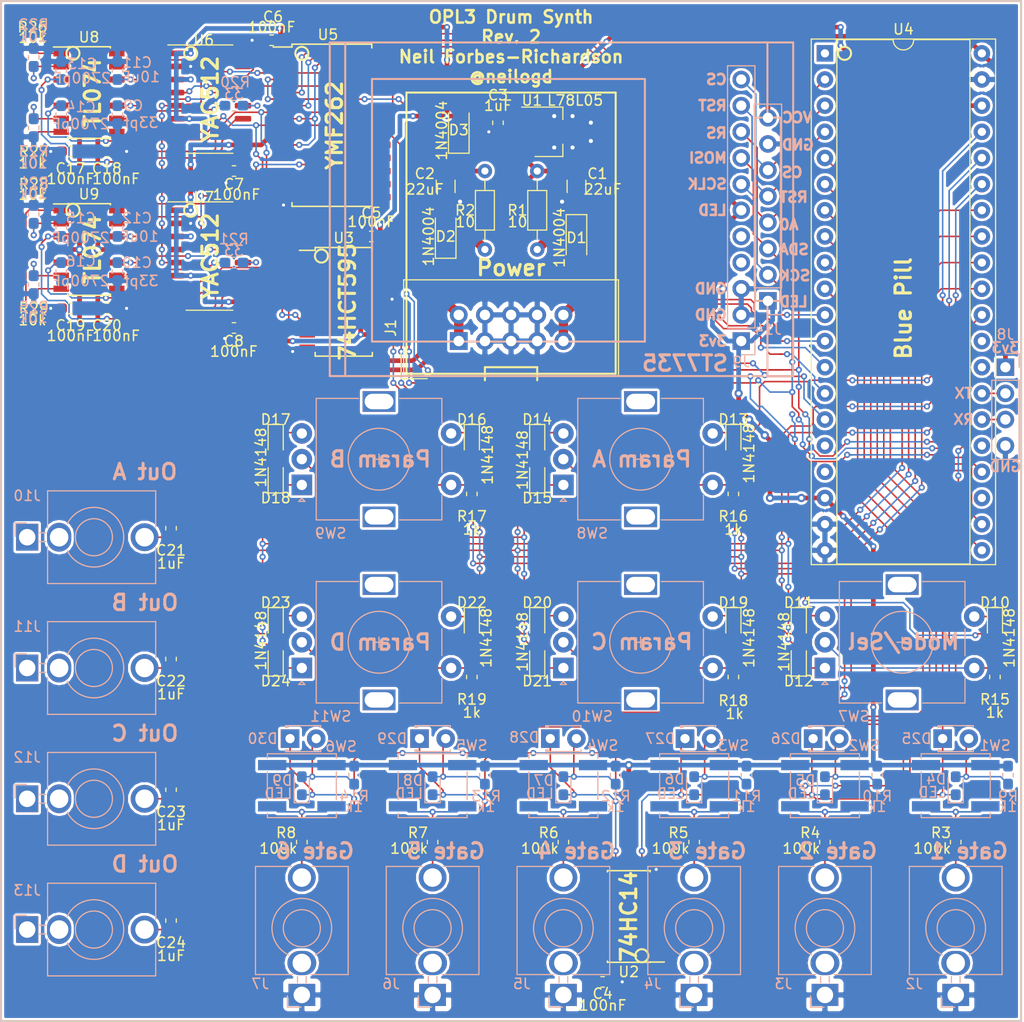
<source format=kicad_pcb>
(kicad_pcb (version 20171130) (host pcbnew 5.0.2-bee76a0~70~ubuntu18.04.1)
  (layers (0 F.Cu signal) (31 B.Cu signal) (34 B.Paste user hide) (35 F.Paste user hide) (36 B.SilkS user) (37 F.SilkS user hide) (38 B.Mask user hide) (39 F.Mask user hide) (44 Edge.Cuts user hide))
  (net 0 "")
  (net 1 "Net-(D13-Pad1)")
  (net 2 "Net-(R16-Pad1)")
  (net 3 "Net-(D14-Pad1)")
  (net 4 "Net-(D15-Pad1)")
  (net 5 "Net-(D18-Pad1)")
  (net 6 "Net-(R17-Pad1)")
  (net 7 "Net-(D17-Pad1)")
  (net 8 "Net-(D16-Pad1)")
  (net 9 "Net-(D19-Pad1)")
  (net 10 "Net-(R18-Pad1)")
  (net 11 "Net-(D20-Pad1)")
  (net 12 "Net-(D21-Pad1)")
  (net 13 "Net-(D24-Pad1)")
  (net 14 "Net-(R19-Pad1)")
  (net 15 "Net-(D23-Pad1)")
  (net 16 "Net-(D22-Pad1)")
  (net 17 "Net-(D10-Pad1)")
  (net 18 "Net-(R15-Pad1)")
  (net 19 "Net-(D11-Pad1)")
  (net 20 "Net-(D12-Pad1)")
  (net 21 "Net-(D1-Pad1)")
  (net 22 +12V)
  (net 23 -12V)
  (net 24 "Net-(D2-Pad2)")
  (net 25 "Net-(R21-Pad2)")
  (net 26 +3V3)
  (net 27 "Net-(R22-Pad2)")
  (net 28 "Net-(R5-Pad2)")
  (net 29 "Net-(J6-PadT)")
  (net 30 "Net-(J7-PadT)")
  (net 31 "Net-(R6-Pad2)")
  (net 32 "Net-(J4-PadT)")
  (net 33 "Net-(R3-Pad2)")
  (net 34 "Net-(R20-Pad2)")
  (net 35 "Net-(J5-PadT)")
  (net 36 "Net-(R4-Pad2)")
  (net 37 "Net-(R23-Pad2)")
  (net 38 "Net-(J3-PadT)")
  (net 39 "Net-(J2-PadT)")
  (net 40 R_C0)
  (net 41 R_C1)
  (net 42 R_C2)
  (net 43 R_C3)
  (net 44 R_C4)
  (net 45 +5V)
  (net 46 GND)
  (net 47 "Net-(U5-Pad2)")
  (net 48 RST)
  (net 49 A0)
  (net 50 A1)
  (net 51 CS)
  (net 52 "Net-(U5-Pad9)")
  (net 53 D0)
  (net 54 D1)
  (net 55 D2)
  (net 56 D3)
  (net 57 D4)
  (net 58 D5)
  (net 59 D6)
  (net 60 D7)
  (net 61 "Net-(U5-Pad19)")
  (net 62 "Net-(U5-Pad20)")
  (net 63 "Net-(U5-Pad21)")
  (net 64 "Net-(U5-Pad22)")
  (net 65 "Net-(U5-Pad23)")
  (net 66 CLK)
  (net 67 CH1)
  (net 68 CH2)
  (net 69 SWIN1)
  (net 70 AOUT1)
  (net 71 MP1)
  (net 72 "Net-(U6-Pad15)")
  (net 73 CV1)
  (net 74 CV2)
  (net 75 "Net-(U7-Pad15)")
  (net 76 MP2)
  (net 77 AOUT2)
  (net 78 SWIN2)
  (net 79 CH4)
  (net 80 CH3)
  (net 81 "Net-(U3-Pad9)")
  (net 82 SCLK)
  (net 83 NSS)
  (net 84 MOSI)
  (net 85 G0)
  (net 86 G1)
  (net 87 G2)
  (net 88 G3)
  (net 89 G4)
  (net 90 G5)
  (net 91 "Net-(U4-Pad1)")
  (net 92 LED_CS)
  (net 93 LED_RST)
  (net 94 "Net-(U4-Pad23)")
  (net 95 LED_RS)
  (net 96 "Net-(U4-Pad25)")
  (net 97 "Net-(J8-Pad3)")
  (net 98 "Net-(J8-Pad2)")
  (net 99 "Net-(U4-Pad28)")
  (net 100 "Net-(U4-Pad29)")
  (net 101 R_R0)
  (net 102 "Net-(U4-Pad16)")
  (net 103 R_R1)
  (net 104 "Net-(U4-Pad17)")
  (net 105 R_R2)
  (net 106 "Net-(D1-Pad2)")
  (net 107 "Net-(D2-Pad1)")
  (net 108 "Net-(J10-PadS)")
  (net 109 "Net-(J11-PadS)")
  (net 110 "Net-(J12-PadS)")
  (net 111 "Net-(J13-PadS)")
  (net 112 "Net-(R7-Pad2)")
  (net 113 "Net-(R8-Pad2)")
  (net 114 "Net-(J9-Pad4)")
  (net 115 "Net-(J9-Pad5)")
  (net 116 "Net-(C22-Pad1)")
  (net 117 "Net-(R25-Pad2)")
  (net 118 "Net-(C24-Pad1)")
  (net 119 "Net-(R24-Pad2)")
  (net 120 "Net-(C23-Pad1)")
  (net 121 "Net-(C21-Pad1)")
  (net 122 "Net-(C24-Pad2)")
  (net 123 "Net-(C21-Pad2)")
  (net 124 "Net-(C22-Pad2)")
  (net 125 "Net-(C23-Pad2)")
  (net 126 "Net-(D26-Pad2)")
  (net 127 "Net-(D25-Pad2)")
  (net 128 "Net-(D28-Pad2)")
  (net 129 "Net-(D29-Pad2)")
  (net 130 "Net-(D30-Pad2)")
  (net 131 "Net-(D27-Pad2)")
  (module LED_THT:LED_D1.8mm_W3.3mm_H2.4mm (layer B.Cu) (at 66.04 165.608)
    (fp_text reference D28 (at -2.54 -0.127) (layer B.SilkS) (effects (justify mirror)))
    (fp_text value LED)
    (pad 2 thru_hole circle (at 2.54 0) (size 1.8 1.8) (drill 0.9) (layers *.Cu *.Mask) (net 128 "Net-(D28-Pad2)"))
    (pad 1 thru_hole rect (at 0 0) (size 1.8 1.8) (drill 0.9) (layers *.Cu *.Mask) (net 88 G3))
  )
  (module LED_THT:LED_D1.8mm_W3.3mm_H2.4mm (layer B.Cu) (at 40.767 165.608)
    (fp_text reference D30 (at -2.667 0) (layer B.SilkS) (effects (justify mirror)))
    (fp_text value LED)
    (pad 1 thru_hole rect (at 0 0) (size 1.8 1.8) (drill 0.9) (layers *.Cu *.Mask) (net 90 G5))
    (pad 2 thru_hole circle (at 2.54 0) (size 1.8 1.8) (drill 0.9) (layers *.Cu *.Mask) (net 130 "Net-(D30-Pad2)"))
  )
  (module LED_THT:LED_D1.8mm_W3.3mm_H2.4mm (layer B.Cu) (at 53.34 165.608)
    (fp_text reference D29 (at -2.667 0) (layer B.SilkS) (effects (justify mirror)))
    (fp_text value LED)
    (pad 2 thru_hole circle (at 2.54 0) (size 1.8 1.8) (drill 0.9) (layers *.Cu *.Mask) (net 129 "Net-(D29-Pad2)"))
    (pad 1 thru_hole rect (at 0 0) (size 1.8 1.8) (drill 0.9) (layers *.Cu *.Mask) (net 89 G4))
  )
  (module LED_THT:LED_D1.8mm_W3.3mm_H2.4mm (layer B.Cu) (at 91.567 165.608)
    (fp_text reference D26 (at -2.667 0) (layer B.SilkS) (effects (justify mirror)))
    (fp_text value LED)
    (pad 1 thru_hole rect (at 0 0) (size 1.8 1.8) (drill 0.9) (layers *.Cu *.Mask) (net 86 G1))
    (pad 2 thru_hole circle (at 2.54 0) (size 1.8 1.8) (drill 0.9) (layers *.Cu *.Mask) (net 126 "Net-(D26-Pad2)"))
  )
  (module LED_THT:LED_D1.8mm_W3.3mm_H2.4mm (layer B.Cu) (at 104.14 165.608)
    (fp_text reference D25 (at -2.54 0) (layer B.SilkS) (effects (justify mirror)))
    (fp_text value LED)
    (pad 2 thru_hole circle (at 2.54 0) (size 1.8 1.8) (drill 0.9) (layers *.Cu *.Mask) (net 127 "Net-(D25-Pad2)"))
    (pad 1 thru_hole rect (at 0 0) (size 1.8 1.8) (drill 0.9) (layers *.Cu *.Mask) (net 85 G0))
  )
  (module LED_THT:LED_D1.8mm_W3.3mm_H2.4mm (layer B.Cu) (at 79.121 165.608)
    (fp_text reference D27 (at -2.413 0) (layer B.SilkS) (effects (justify mirror)))
    (fp_text value LED)
    (pad 1 thru_hole rect (at 0 0) (size 1.8 1.8) (drill 0.9) (layers *.Cu *.Mask) (net 87 G2))
    (pad 2 thru_hole circle (at 2.54 0) (size 1.8 1.8) (drill 0.9) (layers *.Cu *.Mask) (net 131 "Net-(D27-Pad2)"))
  )
  (module Rotary_Encoder:RotaryEncoder_Alps_EC11E-Switch_Vertical_H20mm (layer B.Cu) (at 92.71 158.75)
    (fp_text reference SW7 (at 2.8 4.7) (layer B.SilkS) (effects (justify mirror)))
    (fp_text value Rotary)
    (pad S1 thru_hole circle (at 14.5 -5) (size 2 2) (drill 1) (layers *.Cu *.Mask) (net 17 "Net-(D10-Pad1)"))
    (pad S2 thru_hole circle (at 14.5 0) (size 2 2) (drill 1) (layers *.Cu *.Mask) (net 18 "Net-(R15-Pad1)"))
    (pad MP thru_hole rect (at 7.5 -8.1) (size 3.2 2) (drill oval 2.8 1.5) (layers *.Cu *.Mask))
    (pad MP thru_hole rect (at 7.5 3.1) (size 3.2 2) (drill oval 2.8 1.5) (layers *.Cu *.Mask))
    (pad B thru_hole circle (at 0 -5) (size 2 2) (drill 1) (layers *.Cu *.Mask) (net 19 "Net-(D11-Pad1)"))
    (pad C thru_hole circle (at 0 -2.5) (size 2 2) (drill 1) (layers *.Cu *.Mask) (net 18 "Net-(R15-Pad1)"))
    (pad A thru_hole rect (at 0 0) (size 2 2) (drill 1) (layers *.Cu *.Mask) (net 20 "Net-(D12-Pad1)"))
  )
  (module LED_SMD:LED_0603_1608Metric_Pad1.05x0.95mm_HandSolder (layer B.Cu) (at 80.01 170.18 90)
    (fp_text reference D6 (at 0.635 -1.905 180) (layer B.SilkS) (effects (justify mirror)))
    (fp_text value LED (at -0.762 -2.286 180) (layer B.SilkS) (effects (justify mirror)))
    (pad 2 smd roundrect (at 0.875 0 90) (size 1.05 0.95) (layers B.Cu B.Paste B.Mask) (net 131 "Net-(D27-Pad2)"))
    (pad 1 smd roundrect (at -0.875 0 90) (size 1.05 0.95) (layers B.Cu B.Paste B.Mask) (net 87 G2))
  )
  (module Diode_SMD:D_SOD-123 (layer F.Cu) (at 68.58 116.97 270)
    (fp_text reference D1 (at -0.003 0) (layer F.SilkS))
    (fp_text value 1N4004 (at -0.003 1.651 270) (layer F.SilkS))
    (pad 1 smd rect (at -1.65 0 270) (size 0.9 1.2) (layers F.Cu F.Paste F.Mask) (net 21 "Net-(D1-Pad1)"))
    (pad 2 smd rect (at 1.65 0 270) (size 0.9 1.2) (layers F.Cu F.Paste F.Mask) (net 106 "Net-(D1-Pad2)"))
  )
  (module Diode_SMD:D_SOD-123 (layer F.Cu) (at 57.15 106.51 90)
    (fp_text reference D3 (at 0 0 180) (layer F.SilkS))
    (fp_text value 1N4004 (at -0.043 -1.651 90) (layer F.SilkS))
    (pad 2 smd rect (at 1.65 0 90) (size 0.9 1.2) (layers F.Cu F.Paste F.Mask) (net 45 +5V))
    (pad 1 smd rect (at -1.65 0 90) (size 0.9 1.2) (layers F.Cu F.Paste F.Mask) (net 22 +12V))
  )
  (module Diode_SMD:D_SOD-123 (layer F.Cu) (at 55.88 116.71 90)
    (fp_text reference D2 (at -0.13 0 180) (layer F.SilkS))
    (fp_text value 1N4004 (at -0.13 -1.651 90) (layer F.SilkS))
    (pad 1 smd rect (at -1.65 0 90) (size 0.9 1.2) (layers F.Cu F.Paste F.Mask) (net 107 "Net-(D2-Pad1)"))
    (pad 2 smd rect (at 1.65 0 90) (size 0.9 1.2) (layers F.Cu F.Paste F.Mask) (net 24 "Net-(D2-Pad2)"))
  )
  (module Connector_PinHeader_2.54mm:PinHeader_1x04_P2.54mm_Vertical (layer B.Cu) (at 110.236 129.54 180)
    (fp_text reference J8 (at 0 3.175 180) (layer B.SilkS) (effects (justify mirror)))
    (fp_text value Conn_01x04_Male)
    (pad 1 thru_hole rect (at 0 0 180) (size 1.7 1.7) (drill 1) (layers *.Cu *.Mask) (net 26 +3V3))
    (pad 2 thru_hole oval (at 0 -2.54 180) (size 1.7 1.7) (drill 1) (layers *.Cu *.Mask) (net 98 "Net-(J8-Pad2)"))
    (pad 3 thru_hole oval (at 0 -5.08 180) (size 1.7 1.7) (drill 1) (layers *.Cu *.Mask) (net 97 "Net-(J8-Pad3)"))
    (pad 4 thru_hole oval (at 0 -7.62 180) (size 1.7 1.7) (drill 1) (layers *.Cu *.Mask) (net 46 GND))
  )
  (module Capacitor_SMD:C_0603_1608Metric_Pad1.05x0.95mm_HandSolder (layer F.Cu) (at 29.21 170.575 270)
    (fp_text reference C23 (at 2.145 0) (layer F.SilkS))
    (fp_text value 1uF (at 3.415 0) (layer F.SilkS))
    (pad 2 smd roundrect (at 0.875 0 270) (size 1.05 0.95) (layers F.Cu F.Paste F.Mask) (net 125 "Net-(C23-Pad2)"))
    (pad 1 smd roundrect (at -0.875 0 270) (size 1.05 0.95) (layers F.Cu F.Paste F.Mask) (net 120 "Net-(C23-Pad1)"))
  )
  (module Capacitor_SMD:C_0603_1608Metric_Pad1.05x0.95mm_HandSolder (layer F.Cu) (at 29.21 183.275 270)
    (fp_text reference C24 (at 2.145 0) (layer F.SilkS))
    (fp_text value 1uF (at 3.415 0) (layer F.SilkS))
    (pad 1 smd roundrect (at -0.875 0 270) (size 1.05 0.95) (layers F.Cu F.Paste F.Mask) (net 118 "Net-(C24-Pad1)"))
    (pad 2 smd roundrect (at 0.875 0 270) (size 1.05 0.95) (layers F.Cu F.Paste F.Mask) (net 122 "Net-(C24-Pad2)"))
  )
  (module Capacitor_SMD:C_0603_1608Metric_Pad1.05x0.95mm_HandSolder (layer F.Cu) (at 29.21 157.875 270)
    (fp_text reference C22 (at 2.145 0) (layer F.SilkS))
    (fp_text value 1uF (at 3.415 0) (layer F.SilkS))
    (pad 2 smd roundrect (at 0.875 0 270) (size 1.05 0.95) (layers F.Cu F.Paste F.Mask) (net 124 "Net-(C22-Pad2)"))
    (pad 1 smd roundrect (at -0.875 0 270) (size 1.05 0.95) (layers F.Cu F.Paste F.Mask) (net 116 "Net-(C22-Pad1)"))
  )
  (module Capacitor_SMD:C_0603_1608Metric_Pad1.05x0.95mm_HandSolder (layer F.Cu) (at 29.21 145.175 270)
    (fp_text reference C21 (at 2.145 0 180) (layer F.SilkS))
    (fp_text value 1uF (at 3.415 0) (layer F.SilkS))
    (pad 1 smd roundrect (at -0.875 0 270) (size 1.05 0.95) (layers F.Cu F.Paste F.Mask) (net 121 "Net-(C21-Pad1)"))
    (pad 2 smd roundrect (at 0.875 0 270) (size 1.05 0.95) (layers F.Cu F.Paste F.Mask) (net 123 "Net-(C21-Pad2)"))
  )
  (module Resistor_SMD:R_0603_1608Metric_Pad1.05x0.95mm_HandSolder (layer B.Cu) (at 15.875 114.695 270)
    (fp_text reference R24 (at -3.062 0) (layer B.SilkS) (effects (justify mirror)))
    (fp_text value 10k (at -2.046 0) (layer B.SilkS) (effects (justify mirror)))
    (pad 2 smd roundrect (at 0.875 0 270) (size 1.05 0.95) (layers B.Cu B.Paste B.Mask) (net 119 "Net-(R24-Pad2)"))
    (pad 1 smd roundrect (at -0.875 0 270) (size 1.05 0.95) (layers B.Cu B.Paste B.Mask) (net 46 GND))
  )
  (module Resistor_SMD:R_0603_1608Metric_Pad1.05x0.95mm_HandSolder (layer B.Cu) (at 15.875 121.525 90)
    (fp_text reference R25 (at -2.173 0 180) (layer B.SilkS) (effects (justify mirror)))
    (fp_text value 10k (at -3.189 0 180) (layer B.SilkS) (effects (justify mirror)))
    (pad 1 smd roundrect (at -0.875 0 90) (size 1.05 0.95) (layers B.Cu B.Paste B.Mask) (net 46 GND))
    (pad 2 smd roundrect (at 0.875 0 90) (size 1.05 0.95) (layers B.Cu B.Paste B.Mask) (net 117 "Net-(R25-Pad2)"))
  )
  (module Resistor_SMD:R_0603_1608Metric_Pad1.05x0.95mm_HandSolder (layer F.Cu) (at 15.875 99.455 270)
    (fp_text reference R26 (at -2.935 0.127) (layer F.SilkS))
    (fp_text value 10k (at -1.919 0.127) (layer F.SilkS))
    (pad 2 smd roundrect (at 0.875 0 270) (size 1.05 0.95) (layers F.Cu F.Paste F.Mask) (net 27 "Net-(R22-Pad2)"))
    (pad 1 smd roundrect (at -0.875 0 270) (size 1.05 0.95) (layers F.Cu F.Paste F.Mask) (net 121 "Net-(C21-Pad1)"))
  )
  (module Resistor_SMD:R_0603_1608Metric_Pad1.05x0.95mm_HandSolder (layer F.Cu) (at 15.875 114.695 90)
    (fp_text reference R28 (at 2.935 0 180) (layer F.SilkS))
    (fp_text value 10k (at 1.919 -0.127 180) (layer F.SilkS))
    (pad 1 smd roundrect (at -0.875 0 90) (size 1.05 0.95) (layers F.Cu F.Paste F.Mask) (net 119 "Net-(R24-Pad2)"))
    (pad 2 smd roundrect (at 0.875 0 90) (size 1.05 0.95) (layers F.Cu F.Paste F.Mask) (net 120 "Net-(C23-Pad1)"))
  )
  (module Resistor_SMD:R_0603_1608Metric_Pad1.05x0.95mm_HandSolder (layer F.Cu) (at 15.875 121.525 90)
    (fp_text reference R29 (at -2.3 0) (layer F.SilkS))
    (fp_text value 10k (at -3.443 -0.127 180) (layer F.SilkS))
    (pad 2 smd roundrect (at 0.875 0 90) (size 1.05 0.95) (layers F.Cu F.Paste F.Mask) (net 117 "Net-(R25-Pad2)"))
    (pad 1 smd roundrect (at -0.875 0 90) (size 1.05 0.95) (layers F.Cu F.Paste F.Mask) (net 118 "Net-(C24-Pad1)"))
  )
  (module Resistor_SMD:R_0603_1608Metric_Pad1.05x0.95mm_HandSolder (layer F.Cu) (at 15.875 106.285 90)
    (fp_text reference R27 (at -2.3 0 180) (layer F.SilkS))
    (fp_text value 10k (at -3.443 -0.127 180) (layer F.SilkS))
    (pad 1 smd roundrect (at -0.875 0 90) (size 1.05 0.95) (layers F.Cu F.Paste F.Mask) (net 116 "Net-(C22-Pad1)"))
    (pad 2 smd roundrect (at 0.875 0 90) (size 1.05 0.95) (layers F.Cu F.Paste F.Mask) (net 37 "Net-(R23-Pad2)"))
  )
  (module Connector_IDC:IDC-Header_2x05_P2.54mm_Vertical (layer F.Cu) (at 57.15 127 90)
    (fp_text reference J1 (at 1.27 -6.604 90) (layer F.SilkS))
    (fp_text value Conn_02x05_Eurorack)
    (pad 1 thru_hole rect (at 0 0 90) (size 1.7272 1.7272) (drill 1.016) (layers *.Cu *.Mask) (net 107 "Net-(D2-Pad1)"))
    (pad 2 thru_hole oval (at 2.54 0 90) (size 1.7272 1.7272) (drill 1.016) (layers *.Cu *.Mask) (net 107 "Net-(D2-Pad1)"))
    (pad 3 thru_hole oval (at 0 2.54 90) (size 1.7272 1.7272) (drill 1.016) (layers *.Cu *.Mask) (net 46 GND))
    (pad 4 thru_hole oval (at 2.54 2.54 90) (size 1.7272 1.7272) (drill 1.016) (layers *.Cu *.Mask) (net 46 GND))
    (pad 5 thru_hole oval (at 0 5.08 90) (size 1.7272 1.7272) (drill 1.016) (layers *.Cu *.Mask) (net 46 GND))
    (pad 6 thru_hole oval (at 2.54 5.08 90) (size 1.7272 1.7272) (drill 1.016) (layers *.Cu *.Mask) (net 46 GND))
    (pad 7 thru_hole oval (at 0 7.62 90) (size 1.7272 1.7272) (drill 1.016) (layers *.Cu *.Mask) (net 46 GND))
    (pad 8 thru_hole oval (at 2.54 7.62 90) (size 1.7272 1.7272) (drill 1.016) (layers *.Cu *.Mask) (net 46 GND))
    (pad 9 thru_hole oval (at 0 10.16 90) (size 1.7272 1.7272) (drill 1.016) (layers *.Cu *.Mask) (net 106 "Net-(D1-Pad2)"))
    (pad 10 thru_hole oval (at 2.54 10.16 90) (size 1.7272 1.7272) (drill 1.016) (layers *.Cu *.Mask) (net 106 "Net-(D1-Pad2)"))
  )
  (module Connector_PinSocket_2.54mm:PinSocket_1x08_P2.54mm_Vertical (layer B.Cu) (at 87.175 123.1)
    (fp_text reference J14 (at 0 2.77) (layer B.SilkS) (effects (justify mirror)))
    (fp_text value Conn_01x08_Female)
    (pad 1 thru_hole rect (at 0 0) (size 1.7 1.7) (drill 1) (layers *.Cu *.Mask) (net 26 +3V3))
    (pad 2 thru_hole oval (at 0 -2.54) (size 1.7 1.7) (drill 1) (layers *.Cu *.Mask) (net 82 SCLK))
    (pad 3 thru_hole oval (at 0 -5.08) (size 1.7 1.7) (drill 1) (layers *.Cu *.Mask) (net 84 MOSI))
    (pad 4 thru_hole oval (at 0 -7.62) (size 1.7 1.7) (drill 1) (layers *.Cu *.Mask) (net 95 LED_RS))
    (pad 5 thru_hole oval (at 0 -10.16) (size 1.7 1.7) (drill 1) (layers *.Cu *.Mask) (net 93 LED_RST))
    (pad 6 thru_hole oval (at 0 -12.7) (size 1.7 1.7) (drill 1) (layers *.Cu *.Mask) (net 92 LED_CS))
    (pad 7 thru_hole oval (at 0 -15.24) (size 1.7 1.7) (drill 1) (layers *.Cu *.Mask) (net 46 GND))
    (pad 8 thru_hole oval (at 0 -17.78) (size 1.7 1.7) (drill 1) (layers *.Cu *.Mask) (net 26 +3V3))
  )
  (module Connector_PinSocket_2.54mm:PinSocket_1x11_P2.54mm_Vertical (layer B.Cu) (at 84.582 127)
    (fp_text reference J9 (at 0 2.032) (layer B.SilkS) (effects (justify mirror)))
    (fp_text value Conn_01x11_Female)
    (pad 1 thru_hole rect (at 0 0) (size 1.7 1.7) (drill 1) (layers *.Cu *.Mask) (net 26 +3V3))
    (pad 2 thru_hole oval (at 0 -2.54) (size 1.7 1.7) (drill 1) (layers *.Cu *.Mask) (net 46 GND))
    (pad 3 thru_hole oval (at 0 -5.08) (size 1.7 1.7) (drill 1) (layers *.Cu *.Mask) (net 46 GND))
    (pad 4 thru_hole oval (at 0 -7.62) (size 1.7 1.7) (drill 1) (layers *.Cu *.Mask) (net 114 "Net-(J9-Pad4)"))
    (pad 5 thru_hole oval (at 0 -10.16) (size 1.7 1.7) (drill 1) (layers *.Cu *.Mask) (net 115 "Net-(J9-Pad5)"))
    (pad 6 thru_hole oval (at 0 -12.7) (size 1.7 1.7) (drill 1) (layers *.Cu *.Mask) (net 26 +3V3))
    (pad 7 thru_hole oval (at 0 -15.24) (size 1.7 1.7) (drill 1) (layers *.Cu *.Mask) (net 82 SCLK))
    (pad 8 thru_hole oval (at 0 -17.78) (size 1.7 1.7) (drill 1) (layers *.Cu *.Mask) (net 84 MOSI))
    (pad 9 thru_hole oval (at 0 -20.32) (size 1.7 1.7) (drill 1) (layers *.Cu *.Mask) (net 95 LED_RS))
    (pad 10 thru_hole oval (at 0 -22.86) (size 1.7 1.7) (drill 1) (layers *.Cu *.Mask) (net 93 LED_RST))
    (pad 11 thru_hole oval (at 0 -25.4) (size 1.7 1.7) (drill 1) (layers *.Cu *.Mask) (net 92 LED_CS))
  )
  (module Package_SO:SOIC-16_4.55x10.3mm_P1.27mm (layer F.Cu) (at 32.945 103.505)
    (fp_text reference U6 (at -0.56 -5.715) (layer F.SilkS))
    (fp_text value YAC512)
    (pad 16 smd roundrect (at 3.25 -4.445) (size 1.6 0.55) (layers F.Cu F.Paste F.Mask) (net 73 CV1))
    (pad 15 smd roundrect (at 3.25 -3.175) (size 1.6 0.55) (layers F.Cu F.Paste F.Mask) (net 72 "Net-(U6-Pad15)"))
    (pad 14 smd roundrect (at 3.25 -1.905) (size 1.6 0.55) (layers F.Cu F.Paste F.Mask) (net 71 MP1))
    (pad 13 smd roundrect (at 3.25 -0.635) (size 1.6 0.55) (layers F.Cu F.Paste F.Mask) (net 70 AOUT1))
    (pad 12 smd roundrect (at 3.25 0.635) (size 1.6 0.55) (layers F.Cu F.Paste F.Mask) (net 34 "Net-(R20-Pad2)"))
    (pad 11 smd roundrect (at 3.25 1.905) (size 1.6 0.55) (layers F.Cu F.Paste F.Mask) (net 68 CH2))
    (pad 10 smd roundrect (at 3.25 3.175) (size 1.6 0.55) (layers F.Cu F.Paste F.Mask) (net 67 CH1))
    (pad 9 smd roundrect (at 3.25 4.445) (size 1.6 0.55) (layers F.Cu F.Paste F.Mask) (net 45 +5V))
    (pad 8 smd roundrect (at -3.25 4.445) (size 1.6 0.55) (layers F.Cu F.Paste F.Mask) (net 62 "Net-(U5-Pad20)"))
    (pad 7 smd roundrect (at -3.25 3.175) (size 1.6 0.55) (layers F.Cu F.Paste F.Mask) (net 61 "Net-(U5-Pad19)"))
    (pad 6 smd roundrect (at -3.25 1.905) (size 1.6 0.55) (layers F.Cu F.Paste F.Mask) (net 45 +5V))
    (pad 5 smd roundrect (at -3.25 0.635) (size 1.6 0.55) (layers F.Cu F.Paste F.Mask) (net 65 "Net-(U5-Pad23)"))
    (pad 4 smd roundrect (at -3.25 -0.635) (size 1.6 0.55) (layers F.Cu F.Paste F.Mask) (net 63 "Net-(U5-Pad21)"))
    (pad 3 smd roundrect (at -3.25 -1.905) (size 1.6 0.55) (layers F.Cu F.Paste F.Mask) (net 45 +5V))
    (pad 2 smd roundrect (at -3.25 -3.175) (size 1.6 0.55) (layers F.Cu F.Paste F.Mask) (net 46 GND))
    (pad 1 smd roundrect (at -3.25 -4.445) (size 1.6 0.55) (layers F.Cu F.Paste F.Mask) (net 45 +5V))
  )
  (module Rotary_Encoder:RotaryEncoder_Alps_EC11E-Switch_Vertical_H20mm (layer B.Cu) (at 41.91 140.97)
    (fp_text reference SW9 (at 2.8 4.7) (layer B.SilkS) (effects (justify mirror)))
    (fp_text value Rotary)
    (pad A thru_hole rect (at 0 0) (size 2 2) (drill 1) (layers *.Cu *.Mask) (net 5 "Net-(D18-Pad1)"))
    (pad C thru_hole circle (at 0 -2.5) (size 2 2) (drill 1) (layers *.Cu *.Mask) (net 6 "Net-(R17-Pad1)"))
    (pad B thru_hole circle (at 0 -5) (size 2 2) (drill 1) (layers *.Cu *.Mask) (net 7 "Net-(D17-Pad1)"))
    (pad MP thru_hole rect (at 7.5 3.1) (size 3.2 2) (drill oval 2.8 1.5) (layers *.Cu *.Mask))
    (pad MP thru_hole rect (at 7.5 -8.1) (size 3.2 2) (drill oval 2.8 1.5) (layers *.Cu *.Mask))
    (pad S2 thru_hole circle (at 14.5 0) (size 2 2) (drill 1) (layers *.Cu *.Mask) (net 6 "Net-(R17-Pad1)"))
    (pad S1 thru_hole circle (at 14.5 -5) (size 2 2) (drill 1) (layers *.Cu *.Mask) (net 8 "Net-(D16-Pad1)"))
  )
  (module Rotary_Encoder:RotaryEncoder_Alps_EC11E-Switch_Vertical_H20mm (layer B.Cu) (at 67.31 140.97)
    (fp_text reference SW8 (at 2.8 4.7) (layer B.SilkS) (effects (justify mirror)))
    (fp_text value Rotary)
    (pad A thru_hole rect (at 0 0) (size 2 2) (drill 1) (layers *.Cu *.Mask) (net 4 "Net-(D15-Pad1)"))
    (pad C thru_hole circle (at 0 -2.5) (size 2 2) (drill 1) (layers *.Cu *.Mask) (net 2 "Net-(R16-Pad1)"))
    (pad B thru_hole circle (at 0 -5) (size 2 2) (drill 1) (layers *.Cu *.Mask) (net 3 "Net-(D14-Pad1)"))
    (pad MP thru_hole rect (at 7.5 3.1) (size 3.2 2) (drill oval 2.8 1.5) (layers *.Cu *.Mask))
    (pad MP thru_hole rect (at 7.5 -8.1) (size 3.2 2) (drill oval 2.8 1.5) (layers *.Cu *.Mask))
    (pad S2 thru_hole circle (at 14.5 0) (size 2 2) (drill 1) (layers *.Cu *.Mask) (net 2 "Net-(R16-Pad1)"))
    (pad S1 thru_hole circle (at 14.5 -5) (size 2 2) (drill 1) (layers *.Cu *.Mask) (net 1 "Net-(D13-Pad1)"))
  )
  (module Resistor_SMD:R_0603_1608Metric_Pad1.05x0.95mm_HandSolder (layer B.Cu) (at 72.39 169.15 270)
    (fp_text reference R12 (at 2.046 0) (layer B.SilkS) (effects (justify mirror)))
    (fp_text value 1k (at 3.062 0) (layer B.SilkS) (effects (justify mirror)))
    (pad 2 smd roundrect (at 0.875 0 270) (size 1.05 0.95) (layers B.Cu B.Paste B.Mask) (net 128 "Net-(D28-Pad2)"))
    (pad 1 smd roundrect (at -0.875 0 270) (size 1.05 0.95) (layers B.Cu B.Paste B.Mask) (net 26 +3V3))
  )
  (module Connector_Audio:Jack_3.5mm_QingPu_WQP-PJ398SM_Vertical_CircularHoles_TS (layer B.Cu) (at 67.31 190.5)
    (fp_text reference J5 (at -4.03 -1.08 -180) (layer B.SilkS) (effects (justify mirror)))
    (fp_text value Jack)
    (pad T thru_hole circle (at 0 -11.4 180) (size 2.7 2.7) (drill 1.8) (layers *.Cu *.Mask) (net 35 "Net-(J5-PadT)"))
    (pad S thru_hole rect (at 0 0 180) (size 2.6 2.15) (drill 1.6) (layers *.Cu *.Mask) (net 46 GND))
    (pad "" thru_hole oval (at 0 -3.1 180) (size 2.8 2.35) (drill 1.8) (layers *.Cu *.Mask))
  )
  (module Button_Switch_SMD:SW_SPST_EVQP0 (layer B.Cu) (at 105.41 170.18 180)
    (fp_text reference SW1 (at -3.81 3.9 180) (layer B.SilkS) (effects (justify mirror)))
    (fp_text value SW_Push)
    (pad 2 smd rect (at 2.88 -2 180) (size 2.75 1) (layers B.Cu B.Paste B.Mask) (net 33 "Net-(R3-Pad2)"))
    (pad 2 smd rect (at -2.88 -2 180) (size 2.75 1) (layers B.Cu B.Paste B.Mask) (net 33 "Net-(R3-Pad2)"))
    (pad 1 smd rect (at -2.88 2 180) (size 2.75 1) (layers B.Cu B.Paste B.Mask) (net 26 +3V3))
    (pad 1 smd rect (at 2.88 2 180) (size 2.75 1) (layers B.Cu B.Paste B.Mask) (net 26 +3V3))
  )
  (module Button_Switch_SMD:SW_SPST_EVQP0 (layer B.Cu) (at 92.71 170.18 180)
    (fp_text reference SW2 (at -3.81 3.9 180) (layer B.SilkS) (effects (justify mirror)))
    (fp_text value SW_Push)
    (pad 1 smd rect (at 2.88 2 180) (size 2.75 1) (layers B.Cu B.Paste B.Mask) (net 26 +3V3))
    (pad 1 smd rect (at -2.88 2 180) (size 2.75 1) (layers B.Cu B.Paste B.Mask) (net 26 +3V3))
    (pad 2 smd rect (at -2.88 -2 180) (size 2.75 1) (layers B.Cu B.Paste B.Mask) (net 36 "Net-(R4-Pad2)"))
    (pad 2 smd rect (at 2.88 -2 180) (size 2.75 1) (layers B.Cu B.Paste B.Mask) (net 36 "Net-(R4-Pad2)"))
  )
  (module Button_Switch_SMD:SW_SPST_EVQP0 (layer B.Cu) (at 80.01 170.18 180)
    (fp_text reference SW3 (at -3.81 3.9 180) (layer B.SilkS) (effects (justify mirror)))
    (fp_text value SW_Push)
    (pad 2 smd rect (at 2.88 -2 180) (size 2.75 1) (layers B.Cu B.Paste B.Mask) (net 28 "Net-(R5-Pad2)"))
    (pad 2 smd rect (at -2.88 -2 180) (size 2.75 1) (layers B.Cu B.Paste B.Mask) (net 28 "Net-(R5-Pad2)"))
    (pad 1 smd rect (at -2.88 2 180) (size 2.75 1) (layers B.Cu B.Paste B.Mask) (net 26 +3V3))
    (pad 1 smd rect (at 2.88 2 180) (size 2.75 1) (layers B.Cu B.Paste B.Mask) (net 26 +3V3))
  )
  (module Button_Switch_SMD:SW_SPST_EVQP0 (layer B.Cu) (at 67.31 170.18 180)
    (fp_text reference SW4 (at -3.81 3.9 180) (layer B.SilkS) (effects (justify mirror)))
    (fp_text value SW_Push)
    (pad 1 smd rect (at 2.88 2 180) (size 2.75 1) (layers B.Cu B.Paste B.Mask) (net 26 +3V3))
    (pad 1 smd rect (at -2.88 2 180) (size 2.75 1) (layers B.Cu B.Paste B.Mask) (net 26 +3V3))
    (pad 2 smd rect (at -2.88 -2 180) (size 2.75 1) (layers B.Cu B.Paste B.Mask) (net 31 "Net-(R6-Pad2)"))
    (pad 2 smd rect (at 2.88 -2 180) (size 2.75 1) (layers B.Cu B.Paste B.Mask) (net 31 "Net-(R6-Pad2)"))
  )
  (module Button_Switch_SMD:SW_SPST_EVQP0 (layer B.Cu) (at 54.61 170.18 180)
    (fp_text reference SW5 (at -3.81 3.9 180) (layer B.SilkS) (effects (justify mirror)))
    (fp_text value SW_Push)
    (pad 2 smd rect (at 2.88 -2 180) (size 2.75 1) (layers B.Cu B.Paste B.Mask) (net 112 "Net-(R7-Pad2)"))
    (pad 2 smd rect (at -2.88 -2 180) (size 2.75 1) (layers B.Cu B.Paste B.Mask) (net 112 "Net-(R7-Pad2)"))
    (pad 1 smd rect (at -2.88 2 180) (size 2.75 1) (layers B.Cu B.Paste B.Mask) (net 26 +3V3))
    (pad 1 smd rect (at 2.88 2 180) (size 2.75 1) (layers B.Cu B.Paste B.Mask) (net 26 +3V3))
  )
  (module Button_Switch_SMD:SW_SPST_EVQP0 (layer B.Cu) (at 41.91 170.18 180)
    (fp_text reference SW6 (at -3.81 3.81 180) (layer B.SilkS) (effects (justify mirror)))
    (fp_text value SW_Push)
    (pad 1 smd rect (at 2.88 2 180) (size 2.75 1) (layers B.Cu B.Paste B.Mask) (net 26 +3V3))
    (pad 1 smd rect (at -2.88 2 180) (size 2.75 1) (layers B.Cu B.Paste B.Mask) (net 26 +3V3))
    (pad 2 smd rect (at -2.88 -2 180) (size 2.75 1) (layers B.Cu B.Paste B.Mask) (net 113 "Net-(R8-Pad2)"))
    (pad 2 smd rect (at 2.88 -2 180) (size 2.75 1) (layers B.Cu B.Paste B.Mask) (net 113 "Net-(R8-Pad2)"))
  )
  (module Capacitor_SMD:C_0603_1608Metric_Pad1.05x0.95mm_HandSolder (layer F.Cu) (at 60.96 105.805 270)
    (fp_text reference C3 (at -2.681 0) (layer F.SilkS))
    (fp_text value 1uF (at -1.665 0) (layer F.SilkS))
    (pad 1 smd roundrect (at -0.875 0 270) (size 1.05 0.95) (layers F.Cu F.Paste F.Mask) (net 45 +5V))
    (pad 2 smd roundrect (at 0.875 0 270) (size 1.05 0.95) (layers F.Cu F.Paste F.Mask) (net 46 GND))
  )
  (module Capacitor_SMD:C_1206_3216Metric_Pad1.42x1.75mm_HandSolder (layer F.Cu) (at 68.58 111.9775 270)
    (fp_text reference C1 (at -1.2335 -2.032) (layer F.SilkS))
    (fp_text value 22uF (at 0.2905 -2.54) (layer F.SilkS))
    (pad 1 smd roundrect (at -1.4875 0 270) (size 1.425 1.75) (layers F.Cu F.Paste F.Mask) (roundrect_rratio 0.175439) (net 22 +12V))
    (pad 2 smd roundrect (at 1.4875 0 270) (size 1.425 1.75) (layers F.Cu F.Paste F.Mask) (roundrect_rratio 0.175439) (net 46 GND))
  )
  (module LED_SMD:LED_0603_1608Metric_Pad1.05x0.95mm_HandSolder (layer B.Cu) (at 41.91 170.18 90)
    (fp_text reference D9 (at 0.508 -1.905 180) (layer B.SilkS) (effects (justify mirror)))
    (fp_text value LED (at -0.762 -2.286 180) (layer B.SilkS) (effects (justify mirror)))
    (pad 1 smd roundrect (at -0.875 0 90) (size 1.05 0.95) (layers B.Cu B.Paste B.Mask) (net 90 G5))
    (pad 2 smd roundrect (at 0.875 0 90) (size 1.05 0.95) (layers B.Cu B.Paste B.Mask) (net 130 "Net-(D30-Pad2)"))
  )
  (module Package_SO:SOIC-14_3.9x8.7mm_P1.27mm (layer F.Cu) (at 73.66 182.88 180)
    (fp_text reference U2 (at 0 -5.375 180) (layer F.SilkS))
    (fp_text value 74HC14)
    (pad 14 smd rect (at 2.7 -3.81 180) (size 1.5 0.6) (layers F.Cu F.Paste F.Mask) (net 26 +3V3))
    (pad 13 smd rect (at 2.7 -2.54 180) (size 1.5 0.6) (layers F.Cu F.Paste F.Mask) (net 113 "Net-(R8-Pad2)"))
    (pad 12 smd rect (at 2.7 -1.27 180) (size 1.5 0.6) (layers F.Cu F.Paste F.Mask) (net 90 G5))
    (pad 11 smd rect (at 2.7 0 180) (size 1.5 0.6) (layers F.Cu F.Paste F.Mask) (net 112 "Net-(R7-Pad2)"))
    (pad 10 smd rect (at 2.7 1.27 180) (size 1.5 0.6) (layers F.Cu F.Paste F.Mask) (net 89 G4))
    (pad 9 smd rect (at 2.7 2.54 180) (size 1.5 0.6) (layers F.Cu F.Paste F.Mask) (net 31 "Net-(R6-Pad2)"))
    (pad 8 smd rect (at 2.7 3.81 180) (size 1.5 0.6) (layers F.Cu F.Paste F.Mask) (net 88 G3))
    (pad 7 smd rect (at -2.7 3.81 180) (size 1.5 0.6) (layers F.Cu F.Paste F.Mask) (net 46 GND))
    (pad 6 smd rect (at -2.7 2.54 180) (size 1.5 0.6) (layers F.Cu F.Paste F.Mask) (net 87 G2))
    (pad 5 smd rect (at -2.7 1.27 180) (size 1.5 0.6) (layers F.Cu F.Paste F.Mask) (net 28 "Net-(R5-Pad2)"))
    (pad 4 smd rect (at -2.7 0 180) (size 1.5 0.6) (layers F.Cu F.Paste F.Mask) (net 86 G1))
    (pad 3 smd rect (at -2.7 -1.27 180) (size 1.5 0.6) (layers F.Cu F.Paste F.Mask) (net 36 "Net-(R4-Pad2)"))
    (pad 2 smd rect (at -2.7 -2.54 180) (size 1.5 0.6) (layers F.Cu F.Paste F.Mask) (net 85 G0))
    (pad 1 smd rect (at -2.7 -3.81 180) (size 1.5 0.6) (layers F.Cu F.Paste F.Mask) (net 33 "Net-(R3-Pad2)"))
  )
  (module Package_TO_SOT_SMD:SOT-89-3_Handsoldering (layer F.Cu) (at 65.48 106.68)
    (fp_text reference U1 (at -1.218 -3.048) (layer F.SilkS))
    (fp_text value L78L05 (at 2.973 -3.048) (layer F.SilkS))
    (pad 1 smd rect (at -1.98 -1.5 270) (size 1 2.5) (layers F.Cu F.Paste F.Mask) (net 45 +5V))
    (pad 2 smd rect (at -1.98 0 270) (size 1 2.5) (layers F.Cu F.Paste F.Mask) (net 46 GND))
    (pad 3 smd rect (at -1.98 1.5 270) (size 1 2.5) (layers F.Cu F.Paste F.Mask) (net 22 +12V))
    (pad 2 smd rect (at 1.98 0 270) (size 2 4) (layers F.Cu F.Paste F.Mask) (net 46 GND))
    (pad 2 smd trapezoid (at -0.37 0 90) (size 1.5 0.75) (rect_delta 0 0.5) (layers F.Cu F.Paste F.Mask) (net 46 GND))
  )
  (module Resistor_SMD:R_0603_1608Metric_Pad1.05x0.95mm_HandSolder (layer F.Cu) (at 41.91 175.655 90)
    (fp_text reference R8 (at 0.903 -1.524 180) (layer F.SilkS))
    (fp_text value 100k (at -0.621 -2.286 180) (layer F.SilkS))
    (pad 2 smd roundrect (at 0.875 0 90) (size 1.05 0.95) (layers F.Cu F.Paste F.Mask) (net 113 "Net-(R8-Pad2)"))
    (pad 1 smd roundrect (at -0.875 0 90) (size 1.05 0.95) (layers F.Cu F.Paste F.Mask) (net 30 "Net-(J7-PadT)"))
  )
  (module Resistor_SMD:R_0603_1608Metric_Pad1.05x0.95mm_HandSolder (layer F.Cu) (at 54.61 175.655 90)
    (fp_text reference R7 (at 0.903 -1.43 180) (layer F.SilkS))
    (fp_text value 100k (at -0.621 -2.286 180) (layer F.SilkS))
    (pad 1 smd roundrect (at -0.875 0 90) (size 1.05 0.95) (layers F.Cu F.Paste F.Mask) (net 29 "Net-(J6-PadT)"))
    (pad 2 smd roundrect (at 0.875 0 90) (size 1.05 0.95) (layers F.Cu F.Paste F.Mask) (net 112 "Net-(R7-Pad2)"))
  )
  (module Resistor_THT:R_Axial_DIN0204_L3.6mm_D1.6mm_P7.62mm_Horizontal (layer F.Cu) (at 64.77 118.11 90)
    (fp_text reference R1 (at 3.81 -1.92 180) (layer F.SilkS))
    (fp_text value 10 (at 2.667 -1.905 180) (layer F.SilkS))
    (pad 2 thru_hole oval (at 7.62 0 90) (size 1.4 1.4) (drill 0.7) (layers *.Cu *.Mask) (net 22 +12V))
    (pad 1 thru_hole circle (at 0 0 90) (size 1.4 1.4) (drill 0.7) (layers *.Cu *.Mask) (net 21 "Net-(D1-Pad1)"))
  )
  (module Resistor_THT:R_Axial_DIN0204_L3.6mm_D1.6mm_P7.62mm_Horizontal (layer F.Cu) (at 59.69 118.11 90)
    (fp_text reference R2 (at 3.81 -1.92 180) (layer F.SilkS))
    (fp_text value 10 (at 2.667 -1.905 180) (layer F.SilkS))
    (pad 1 thru_hole circle (at 0 0 90) (size 1.4 1.4) (drill 0.7) (layers *.Cu *.Mask) (net 24 "Net-(D2-Pad2)"))
    (pad 2 thru_hole oval (at 7.62 0 90) (size 1.4 1.4) (drill 0.7) (layers *.Cu *.Mask) (net 23 -12V))
  )
  (module Capacitor_SMD:C_0603_1608Metric_Pad1.05x0.95mm_HandSolder (layer B.Cu) (at 24.003 120.255 270)
    (fp_text reference C10 (at -0.875 -1.905) (layer B.SilkS) (effects (justify mirror)))
    (fp_text value 33pf (at 0.903 -2.286) (layer B.SilkS) (effects (justify mirror)))
    (pad 1 smd roundrect (at -0.875 0 270) (size 1.05 0.95) (layers B.Cu B.Paste B.Mask) (net 77 AOUT2))
    (pad 2 smd roundrect (at 0.875 0 270) (size 1.05 0.95) (layers B.Cu B.Paste B.Mask) (net 46 GND))
  )
  (module Capacitor_SMD:C_0603_1608Metric_Pad1.05x0.95mm_HandSolder (layer F.Cu) (at 22.973 123.825 180)
    (fp_text reference C20 (at 0 -1.651 180) (layer F.SilkS))
    (fp_text value 100nF (at -0.903 -2.667 180) (layer F.SilkS))
    (pad 2 smd roundrect (at 0.875 0 180) (size 1.05 0.95) (layers F.Cu F.Paste F.Mask) (net 23 -12V))
    (pad 1 smd roundrect (at -0.875 0 180) (size 1.05 0.95) (layers F.Cu F.Paste F.Mask) (net 46 GND))
  )
  (module Capacitor_SMD:C_0603_1608Metric_Pad1.05x0.95mm_HandSolder (layer F.Cu) (at 71.12 189.23)
    (fp_text reference C4 (at 0 1.143) (layer F.SilkS))
    (fp_text value 100nF (at 0 2.286) (layer F.SilkS))
    (pad 2 smd roundrect (at 0.875 0) (size 1.05 0.95) (layers F.Cu F.Paste F.Mask) (net 46 GND))
    (pad 1 smd roundrect (at -0.875 0) (size 1.05 0.95) (layers F.Cu F.Paste F.Mask) (net 26 +3V3))
  )
  (module Capacitor_SMD:C_0603_1608Metric_Pad1.05x0.95mm_HandSolder (layer F.Cu) (at 48.655 116.84 180)
    (fp_text reference C5 (at 0 2.286 180) (layer F.SilkS))
    (fp_text value 100nF (at 0 1.43 180) (layer F.SilkS))
    (pad 2 smd roundrect (at 0.875 0 180) (size 1.05 0.95) (layers F.Cu F.Paste F.Mask) (net 46 GND))
    (pad 1 smd roundrect (at -0.875 0 180) (size 1.05 0.95) (layers F.Cu F.Paste F.Mask) (net 45 +5V))
  )
  (module Capacitor_SMD:C_0603_1608Metric_Pad1.05x0.95mm_HandSolder (layer F.Cu) (at 38.975 97.79 180)
    (fp_text reference C6 (at -0.141 2.286 180) (layer F.SilkS))
    (fp_text value 100nF (at 0 1.27 180) (layer F.SilkS))
    (pad 1 smd roundrect (at -0.875 0 180) (size 1.05 0.95) (layers F.Cu F.Paste F.Mask) (net 45 +5V))
    (pad 2 smd roundrect (at 0.875 0 180) (size 1.05 0.95) (layers F.Cu F.Paste F.Mask) (net 46 GND))
  )
  (module Capacitor_SMD:C_0603_1608Metric_Pad1.05x0.95mm_HandSolder (layer F.Cu) (at 35.32 110.49 180)
    (fp_text reference C7 (at 0 -1.27 180) (layer F.SilkS))
    (fp_text value 100nF (at -0.24 -2.286 180) (layer F.SilkS))
    (pad 2 smd roundrect (at 0.875 0 180) (size 1.05 0.95) (layers F.Cu F.Paste F.Mask) (net 46 GND))
    (pad 1 smd roundrect (at -0.875 0 180) (size 1.05 0.95) (layers F.Cu F.Paste F.Mask) (net 45 +5V))
  )
  (module Capacitor_SMD:C_0603_1608Metric_Pad1.05x0.95mm_HandSolder (layer F.Cu) (at 35.32 125.73 180)
    (fp_text reference C8 (at 0.014 -1.27 180) (layer F.SilkS))
    (fp_text value 100nF (at 0.014 -2.286 180) (layer F.SilkS))
    (pad 2 smd roundrect (at 0.875 0 180) (size 1.05 0.95) (layers F.Cu F.Paste F.Mask) (net 46 GND))
    (pad 1 smd roundrect (at -0.875 0 180) (size 1.05 0.95) (layers F.Cu F.Paste F.Mask) (net 45 +5V))
  )
  (module Capacitor_SMD:C_0603_1608Metric_Pad1.05x0.95mm_HandSolder (layer B.Cu) (at 24.003 105.015 270)
    (fp_text reference C9 (at -0.875 -1.524) (layer B.SilkS) (effects (justify mirror)))
    (fp_text value 33pf (at 0.776 -2.286) (layer B.SilkS) (effects (justify mirror)))
    (pad 1 smd roundrect (at -0.875 0 270) (size 1.05 0.95) (layers B.Cu B.Paste B.Mask) (net 70 AOUT1))
    (pad 2 smd roundrect (at 0.875 0 270) (size 1.05 0.95) (layers B.Cu B.Paste B.Mask) (net 46 GND))
  )
  (module Capacitor_SMD:C_0603_1608Metric_Pad1.05x0.95mm_HandSolder (layer F.Cu) (at 19.445 123.825 180)
    (fp_text reference C19 (at 0 -1.651 180) (layer F.SilkS))
    (fp_text value 100nF (at 0 -2.667 180) (layer F.SilkS))
    (pad 2 smd roundrect (at 0.875 0 180) (size 1.05 0.95) (layers F.Cu F.Paste F.Mask) (net 46 GND))
    (pad 1 smd roundrect (at -0.875 0 180) (size 1.05 0.95) (layers F.Cu F.Paste F.Mask) (net 22 +12V))
  )
  (module Capacitor_SMD:C_0603_1608Metric_Pad1.05x0.95mm_HandSolder (layer B.Cu) (at 24.003 100.725 90)
    (fp_text reference C11 (at 0.776 1.905 180) (layer B.SilkS) (effects (justify mirror)))
    (fp_text value 10uF (at -0.621 2.286 180) (layer B.SilkS) (effects (justify mirror)))
    (pad 1 smd roundrect (at -0.875 0 90) (size 1.05 0.95) (layers B.Cu B.Paste B.Mask) (net 73 CV1))
    (pad 2 smd roundrect (at 0.875 0 90) (size 1.05 0.95) (layers B.Cu B.Paste B.Mask) (net 46 GND))
  )
  (module Capacitor_SMD:C_0603_1608Metric_Pad1.05x0.95mm_HandSolder (layer B.Cu) (at 24.003 115.965 90)
    (fp_text reference C12 (at 0.903 1.905 180) (layer B.SilkS) (effects (justify mirror)))
    (fp_text value 10uF (at -0.875 2.159) (layer B.SilkS) (effects (justify mirror)))
    (pad 1 smd roundrect (at -0.875 0 90) (size 1.05 0.95) (layers B.Cu B.Paste B.Mask) (net 74 CV2))
    (pad 2 smd roundrect (at 0.875 0 90) (size 1.05 0.95) (layers B.Cu B.Paste B.Mask) (net 46 GND))
  )
  (module Capacitor_SMD:C_0603_1608Metric_Pad1.05x0.95mm_HandSolder (layer B.Cu) (at 18.542 100.725 90)
    (fp_text reference C13 (at 0.649 2.032 180) (layer B.SilkS) (effects (justify mirror)))
    (fp_text value 2700pF (at -0.748 2.032 180) (layer B.SilkS) (effects (justify mirror)))
    (pad 2 smd roundrect (at 0.875 0 90) (size 1.05 0.95) (layers B.Cu B.Paste B.Mask) (net 46 GND))
    (pad 1 smd roundrect (at -0.875 0 90) (size 1.05 0.95) (layers B.Cu B.Paste B.Mask) (net 67 CH1))
  )
  (module Capacitor_SMD:C_0603_1608Metric_Pad1.05x0.95mm_HandSolder (layer B.Cu) (at 18.542 105.015 270)
    (fp_text reference C14 (at -0.748 -1.905) (layer B.SilkS) (effects (justify mirror)))
    (fp_text value 2700pF (at 0.903 -1.905) (layer B.SilkS) (effects (justify mirror)))
    (pad 2 smd roundrect (at 0.875 0 270) (size 1.05 0.95) (layers B.Cu B.Paste B.Mask) (net 46 GND))
    (pad 1 smd roundrect (at -0.875 0 270) (size 1.05 0.95) (layers B.Cu B.Paste B.Mask) (net 68 CH2))
  )
  (module Capacitor_SMD:C_0603_1608Metric_Pad1.05x0.95mm_HandSolder (layer B.Cu) (at 18.542 115.965 90)
    (fp_text reference C15 (at 0.903 1.905 180) (layer B.SilkS) (effects (justify mirror)))
    (fp_text value 2700pF (at -1.002 1.905) (layer B.SilkS) (effects (justify mirror)))
    (pad 2 smd roundrect (at 0.875 0 90) (size 1.05 0.95) (layers B.Cu B.Paste B.Mask) (net 46 GND))
    (pad 1 smd roundrect (at -0.875 0 90) (size 1.05 0.95) (layers B.Cu B.Paste B.Mask) (net 80 CH3))
  )
  (module Capacitor_SMD:C_0603_1608Metric_Pad1.05x0.95mm_HandSolder (layer B.Cu) (at 18.542 120.255 270)
    (fp_text reference C16 (at -1.002 -1.905) (layer B.SilkS) (effects (justify mirror)))
    (fp_text value 2700pF (at 0.903 -1.905) (layer B.SilkS) (effects (justify mirror)))
    (pad 2 smd roundrect (at 0.875 0 270) (size 1.05 0.95) (layers B.Cu B.Paste B.Mask) (net 46 GND))
    (pad 1 smd roundrect (at -0.875 0 270) (size 1.05 0.95) (layers B.Cu B.Paste B.Mask) (net 79 CH4))
  )
  (module Capacitor_SMD:C_0603_1608Metric_Pad1.05x0.95mm_HandSolder (layer F.Cu) (at 19.445 108.580257 180)
    (fp_text reference C17 (at 0 -1.655743 180) (layer F.SilkS))
    (fp_text value 100nF (at 0 -2.671743 180) (layer F.SilkS))
    (pad 1 smd roundrect (at -0.875 0 180) (size 1.05 0.95) (layers F.Cu F.Paste F.Mask) (net 22 +12V))
    (pad 2 smd roundrect (at 0.875 0 180) (size 1.05 0.95) (layers F.Cu F.Paste F.Mask) (net 46 GND))
  )
  (module Capacitor_SMD:C_0603_1608Metric_Pad1.05x0.95mm_HandSolder (layer F.Cu) (at 22.973 108.580257 180)
    (fp_text reference C18 (at 0 -1.655743 180) (layer F.SilkS))
    (fp_text value 100nF (at -0.903 -2.671743 180) (layer F.SilkS))
    (pad 1 smd roundrect (at -0.875 0 180) (size 1.05 0.95) (layers F.Cu F.Paste F.Mask) (net 46 GND))
    (pad 2 smd roundrect (at 0.875 0 180) (size 1.05 0.95) (layers F.Cu F.Paste F.Mask) (net 23 -12V))
  )
  (module Capacitor_SMD:C_1206_3216Metric_Pad1.42x1.75mm_HandSolder (layer F.Cu) (at 55.88 111.9775 90)
    (fp_text reference C2 (at 1.2335 -2.032 180) (layer F.SilkS))
    (fp_text value 22uF (at -0.2905 -2.032 180) (layer F.SilkS))
    (pad 2 smd roundrect (at 1.4875 0 90) (size 1.425 1.75) (layers F.Cu F.Paste F.Mask) (roundrect_rratio 0.175439) (net 23 -12V))
    (pad 1 smd roundrect (at -1.4875 0 90) (size 1.425 1.75) (layers F.Cu F.Paste F.Mask) (roundrect_rratio 0.175439) (net 46 GND))
  )
  (module Connector_Audio:Jack_3.5mm_QingPu_WQP-PJ398SM_Vertical_CircularHoles_TS (layer B.Cu) (at 15.24 184.15 270)
    (fp_text reference J13 (at -3.81 0 180) (layer B.SilkS) (effects (justify mirror)))
    (fp_text value Jack)
    (pad T thru_hole circle (at 0 -11.4 90) (size 2.7 2.7) (drill 1.8) (layers *.Cu *.Mask) (net 122 "Net-(C24-Pad2)"))
    (pad S thru_hole rect (at 0 0 90) (size 2.6 2.15) (drill 1.6) (layers *.Cu *.Mask) (net 111 "Net-(J13-PadS)"))
    (pad "" thru_hole oval (at 0 -3.1 90) (size 2.8 2.35) (drill 1.8) (layers *.Cu *.Mask))
  )
  (module Connector_Audio:Jack_3.5mm_QingPu_WQP-PJ398SM_Vertical_CircularHoles_TS (layer B.Cu) (at 41.91 190.5)
    (fp_text reference J7 (at -4.03 -1.08 -180) (layer B.SilkS) (effects (justify mirror)))
    (fp_text value Jack)
    (pad T thru_hole circle (at 0 -11.4 180) (size 2.7 2.7) (drill 1.8) (layers *.Cu *.Mask) (net 30 "Net-(J7-PadT)"))
    (pad S thru_hole rect (at 0 0 180) (size 2.6 2.15) (drill 1.6) (layers *.Cu *.Mask) (net 46 GND))
    (pad "" thru_hole oval (at 0 -3.1 180) (size 2.8 2.35) (drill 1.8) (layers *.Cu *.Mask))
  )
  (module Connector_Audio:Jack_3.5mm_QingPu_WQP-PJ398SM_Vertical_CircularHoles_TS (layer B.Cu) (at 15.24 171.45 270)
    (fp_text reference J12 (at -4.03 0 180) (layer B.SilkS) (effects (justify mirror)))
    (fp_text value Jack)
    (pad T thru_hole circle (at 0 -11.4 90) (size 2.7 2.7) (drill 1.8) (layers *.Cu *.Mask) (net 125 "Net-(C23-Pad2)"))
    (pad S thru_hole rect (at 0 0 90) (size 2.6 2.15) (drill 1.6) (layers *.Cu *.Mask) (net 110 "Net-(J12-PadS)"))
    (pad "" thru_hole oval (at 0 -3.1 90) (size 2.8 2.35) (drill 1.8) (layers *.Cu *.Mask))
  )
  (module Connector_Audio:Jack_3.5mm_QingPu_WQP-PJ398SM_Vertical_CircularHoles_TS (layer B.Cu) (at 15.24 158.75 270)
    (fp_text reference J11 (at -4.03 0 180) (layer B.SilkS) (effects (justify mirror)))
    (fp_text value Jack)
    (pad T thru_hole circle (at 0 -11.4 90) (size 2.7 2.7) (drill 1.8) (layers *.Cu *.Mask) (net 124 "Net-(C22-Pad2)"))
    (pad S thru_hole rect (at 0 0 90) (size 2.6 2.15) (drill 1.6) (layers *.Cu *.Mask) (net 109 "Net-(J11-PadS)"))
    (pad "" thru_hole oval (at 0 -3.1 90) (size 2.8 2.35) (drill 1.8) (layers *.Cu *.Mask))
  )
  (module Connector_Audio:Jack_3.5mm_QingPu_WQP-PJ398SM_Vertical_CircularHoles_TS (layer B.Cu) (at 15.24 146.05 270)
    (fp_text reference J10 (at -4.03 0 180) (layer B.SilkS) (effects (justify mirror)))
    (fp_text value Jack)
    (pad T thru_hole circle (at 0 -11.4 90) (size 2.7 2.7) (drill 1.8) (layers *.Cu *.Mask) (net 123 "Net-(C21-Pad2)"))
    (pad S thru_hole rect (at 0 0 90) (size 2.6 2.15) (drill 1.6) (layers *.Cu *.Mask) (net 108 "Net-(J10-PadS)"))
    (pad "" thru_hole oval (at 0 -3.1 90) (size 2.8 2.35) (drill 1.8) (layers *.Cu *.Mask))
  )
  (module Connector_Audio:Jack_3.5mm_QingPu_WQP-PJ398SM_Vertical_CircularHoles_TS (layer B.Cu) (at 54.61 190.5)
    (fp_text reference J6 (at -4.03 -1.08 -180) (layer B.SilkS) (effects (justify mirror)))
    (fp_text value Jack)
    (pad T thru_hole circle (at 0 -11.4 180) (size 2.7 2.7) (drill 1.8) (layers *.Cu *.Mask) (net 29 "Net-(J6-PadT)"))
    (pad S thru_hole rect (at 0 0 180) (size 2.6 2.15) (drill 1.6) (layers *.Cu *.Mask) (net 46 GND))
    (pad "" thru_hole oval (at 0 -3.1 180) (size 2.8 2.35) (drill 1.8) (layers *.Cu *.Mask))
  )
  (module Connector_Audio:Jack_3.5mm_QingPu_WQP-PJ398SM_Vertical_CircularHoles_TS (layer B.Cu) (at 80.01 190.5)
    (fp_text reference J4 (at -4.03 -1.08 -180) (layer B.SilkS) (effects (justify mirror)))
    (fp_text value Jack)
    (pad T thru_hole circle (at 0 -11.4 180) (size 2.7 2.7) (drill 1.8) (layers *.Cu *.Mask) (net 32 "Net-(J4-PadT)"))
    (pad S thru_hole rect (at 0 0 180) (size 2.6 2.15) (drill 1.6) (layers *.Cu *.Mask) (net 46 GND))
    (pad "" thru_hole oval (at 0 -3.1 180) (size 2.8 2.35) (drill 1.8) (layers *.Cu *.Mask))
  )
  (module Connector_Audio:Jack_3.5mm_QingPu_WQP-PJ398SM_Vertical_CircularHoles_TS (layer B.Cu) (at 92.71 190.5)
    (fp_text reference J3 (at -4.03 -1.08 -180) (layer B.SilkS) (effects (justify mirror)))
    (fp_text value Jack)
    (pad T thru_hole circle (at 0 -11.4 180) (size 2.7 2.7) (drill 1.8) (layers *.Cu *.Mask) (net 38 "Net-(J3-PadT)"))
    (pad S thru_hole rect (at 0 0 180) (size 2.6 2.15) (drill 1.6) (layers *.Cu *.Mask) (net 46 GND))
    (pad "" thru_hole oval (at 0 -3.1 180) (size 2.8 2.35) (drill 1.8) (layers *.Cu *.Mask))
  )
  (module Connector_Audio:Jack_3.5mm_QingPu_WQP-PJ398SM_Vertical_CircularHoles_TS (layer B.Cu) (at 105.41 190.5)
    (fp_text reference J2 (at -4.03 -1.08 -180) (layer B.SilkS) (effects (justify mirror)))
    (fp_text value Jack)
    (pad T thru_hole circle (at 0 -11.4 180) (size 2.7 2.7) (drill 1.8) (layers *.Cu *.Mask) (net 39 "Net-(J2-PadT)"))
    (pad S thru_hole rect (at 0 0 180) (size 2.6 2.15) (drill 1.6) (layers *.Cu *.Mask) (net 46 GND))
    (pad "" thru_hole oval (at 0 -3.1 180) (size 2.8 2.35) (drill 1.8) (layers *.Cu *.Mask))
  )
  (module Diode_SMD:D_0603_1608Metric_Pad1.05x0.95mm_HandSolder (layer F.Cu) (at 39.37 154.545 270)
    (fp_text reference D23 (at -2.145 0) (layer F.SilkS))
    (fp_text value 1N4148 (at 1.538 1.43 270) (layer F.SilkS))
    (pad 2 smd roundrect (at 0.875 0 270) (size 1.05 0.95) (layers F.Cu F.Paste F.Mask) (net 101 R_R0))
    (pad 1 smd roundrect (at -0.875 0 270) (size 1.05 0.95) (layers F.Cu F.Paste F.Mask) (net 15 "Net-(D23-Pad1)"))
  )
  (module Diode_SMD:D_0603_1608Metric_Pad1.05x0.95mm_HandSolder (layer F.Cu) (at 90.17 157.875 90)
    (fp_text reference D12 (at -2.145 0 180) (layer F.SilkS))
    (fp_text value 1N4148)
    (pad 2 smd roundrect (at 0.875 0 90) (size 1.05 0.95) (layers F.Cu F.Paste F.Mask) (net 103 R_R1))
    (pad 1 smd roundrect (at -0.875 0 90) (size 1.05 0.95) (layers F.Cu F.Paste F.Mask) (net 20 "Net-(D12-Pad1)"))
  )
  (module Diode_SMD:D_0603_1608Metric_Pad1.05x0.95mm_HandSolder (layer F.Cu) (at 64.77 140.095 90)
    (fp_text reference D15 (at -2.145 0 180) (layer F.SilkS))
    (fp_text value 1N4148)
    (pad 1 smd roundrect (at -0.875 0 90) (size 1.05 0.95) (layers F.Cu F.Paste F.Mask) (net 4 "Net-(D15-Pad1)"))
    (pad 2 smd roundrect (at 0.875 0 90) (size 1.05 0.95) (layers F.Cu F.Paste F.Mask) (net 103 R_R1))
  )
  (module Diode_SMD:D_0603_1608Metric_Pad1.05x0.95mm_HandSolder (layer F.Cu) (at 109.22 154.545 270)
    (fp_text reference D10 (at -2.145 0) (layer F.SilkS))
    (fp_text value 1N4148 (at 1.284 -1.397 270) (layer F.SilkS))
    (pad 2 smd roundrect (at 0.875 0 270) (size 1.05 0.95) (layers F.Cu F.Paste F.Mask) (net 105 R_R2))
    (pad 1 smd roundrect (at -0.875 0 270) (size 1.05 0.95) (layers F.Cu F.Paste F.Mask) (net 17 "Net-(D10-Pad1)"))
  )
  (module Diode_SMD:D_0603_1608Metric_Pad1.05x0.95mm_HandSolder (layer F.Cu) (at 90.17 154.545 270)
    (fp_text reference D11 (at -2.145 0) (layer F.SilkS))
    (fp_text value 1N4148 (at 1.665 1.43 270) (layer F.SilkS))
    (pad 2 smd roundrect (at 0.875 0 270) (size 1.05 0.95) (layers F.Cu F.Paste F.Mask) (net 101 R_R0))
    (pad 1 smd roundrect (at -0.875 0 270) (size 1.05 0.95) (layers F.Cu F.Paste F.Mask) (net 19 "Net-(D11-Pad1)"))
  )
  (module Diode_SMD:D_0603_1608Metric_Pad1.05x0.95mm_HandSolder (layer F.Cu) (at 64.77 136.765 270)
    (fp_text reference D14 (at -2.145 0) (layer F.SilkS))
    (fp_text value 1N4148 (at 1.792 1.43 270) (layer F.SilkS))
    (pad 1 smd roundrect (at -0.875 0 270) (size 1.05 0.95) (layers F.Cu F.Paste F.Mask) (net 3 "Net-(D14-Pad1)"))
    (pad 2 smd roundrect (at 0.875 0 270) (size 1.05 0.95) (layers F.Cu F.Paste F.Mask) (net 101 R_R0))
  )
  (module Diode_SMD:D_0603_1608Metric_Pad1.05x0.95mm_HandSolder (layer F.Cu) (at 39.37 157.875 90)
    (fp_text reference D24 (at -2.145 0 180) (layer F.SilkS))
    (fp_text value 1N4148)
    (pad 2 smd roundrect (at 0.875 0 90) (size 1.05 0.95) (layers F.Cu F.Paste F.Mask) (net 103 R_R1))
    (pad 1 smd roundrect (at -0.875 0 90) (size 1.05 0.95) (layers F.Cu F.Paste F.Mask) (net 13 "Net-(D24-Pad1)"))
  )
  (module Diode_SMD:D_0603_1608Metric_Pad1.05x0.95mm_HandSolder (layer F.Cu) (at 58.42 154.545 270)
    (fp_text reference D22 (at -2.145 0) (layer F.SilkS))
    (fp_text value 1N4148 (at 1.284 -1.397 270) (layer F.SilkS))
    (pad 2 smd roundrect (at 0.875 0 270) (size 1.05 0.95) (layers F.Cu F.Paste F.Mask) (net 105 R_R2))
    (pad 1 smd roundrect (at -0.875 0 270) (size 1.05 0.95) (layers F.Cu F.Paste F.Mask) (net 16 "Net-(D22-Pad1)"))
  )
  (module Diode_SMD:D_0603_1608Metric_Pad1.05x0.95mm_HandSolder (layer F.Cu) (at 64.77 157.875 90)
    (fp_text reference D21 (at -2.145 0 180) (layer F.SilkS))
    (fp_text value 1N4148)
    (pad 1 smd roundrect (at -0.875 0 90) (size 1.05 0.95) (layers F.Cu F.Paste F.Mask) (net 12 "Net-(D21-Pad1)"))
    (pad 2 smd roundrect (at 0.875 0 90) (size 1.05 0.95) (layers F.Cu F.Paste F.Mask) (net 103 R_R1))
  )
  (module Diode_SMD:D_0603_1608Metric_Pad1.05x0.95mm_HandSolder (layer F.Cu) (at 64.77 154.545 270)
    (fp_text reference D20 (at -2.145 0) (layer F.SilkS))
    (fp_text value 1N4148 (at 1.665 1.43 270) (layer F.SilkS))
    (pad 1 smd roundrect (at -0.875 0 270) (size 1.05 0.95) (layers F.Cu F.Paste F.Mask) (net 11 "Net-(D20-Pad1)"))
    (pad 2 smd roundrect (at 0.875 0 270) (size 1.05 0.95) (layers F.Cu F.Paste F.Mask) (net 101 R_R0))
  )
  (module Diode_SMD:D_0603_1608Metric_Pad1.05x0.95mm_HandSolder (layer F.Cu) (at 83.82 136.765 270)
    (fp_text reference D13 (at -2.145 0) (layer F.SilkS))
    (fp_text value 1N4148 (at 1.157 -1.524 270) (layer F.SilkS))
    (pad 1 smd roundrect (at -0.875 0 270) (size 1.05 0.95) (layers F.Cu F.Paste F.Mask) (net 1 "Net-(D13-Pad1)"))
    (pad 2 smd roundrect (at 0.875 0 270) (size 1.05 0.95) (layers F.Cu F.Paste F.Mask) (net 105 R_R2))
  )
  (module Diode_SMD:D_0603_1608Metric_Pad1.05x0.95mm_HandSolder (layer F.Cu) (at 83.82 154.545 270)
    (fp_text reference D19 (at -2.145 0) (layer F.SilkS))
    (fp_text value 1N4148 (at 1.284 -1.524 270) (layer F.SilkS))
    (pad 1 smd roundrect (at -0.875 0 270) (size 1.05 0.95) (layers F.Cu F.Paste F.Mask) (net 9 "Net-(D19-Pad1)"))
    (pad 2 smd roundrect (at 0.875 0 270) (size 1.05 0.95) (layers F.Cu F.Paste F.Mask) (net 105 R_R2))
  )
  (module Diode_SMD:D_0603_1608Metric_Pad1.05x0.95mm_HandSolder (layer F.Cu) (at 39.37 140.095 90)
    (fp_text reference D18 (at -2.145 0 180) (layer F.SilkS))
    (fp_text value 1N4148)
    (pad 2 smd roundrect (at 0.875 0 90) (size 1.05 0.95) (layers F.Cu F.Paste F.Mask) (net 103 R_R1))
    (pad 1 smd roundrect (at -0.875 0 90) (size 1.05 0.95) (layers F.Cu F.Paste F.Mask) (net 5 "Net-(D18-Pad1)"))
  )
  (module Diode_SMD:D_0603_1608Metric_Pad1.05x0.95mm_HandSolder (layer F.Cu) (at 39.37 136.765 270)
    (fp_text reference D17 (at -2.145 0) (layer F.SilkS))
    (fp_text value 1N4148 (at 1.538 1.43 90) (layer F.SilkS))
    (pad 1 smd roundrect (at -0.875 0 270) (size 1.05 0.95) (layers F.Cu F.Paste F.Mask) (net 7 "Net-(D17-Pad1)"))
    (pad 2 smd roundrect (at 0.875 0 270) (size 1.05 0.95) (layers F.Cu F.Paste F.Mask) (net 101 R_R0))
  )
  (module Diode_SMD:D_0603_1608Metric_Pad1.05x0.95mm_HandSolder (layer F.Cu) (at 58.42 136.765 270)
    (fp_text reference D16 (at -2.145 0) (layer F.SilkS))
    (fp_text value 1N4148 (at 1.284 -1.524 90) (layer F.SilkS))
    (pad 2 smd roundrect (at 0.875 0 270) (size 1.05 0.95) (layers F.Cu F.Paste F.Mask) (net 105 R_R2))
    (pad 1 smd roundrect (at -0.875 0 270) (size 1.05 0.95) (layers F.Cu F.Paste F.Mask) (net 8 "Net-(D16-Pad1)"))
  )
  (module LED_SMD:LED_0603_1608Metric_Pad1.05x0.95mm_HandSolder (layer B.Cu) (at 54.61 170.18 90)
    (fp_text reference D8 (at 0.508 -1.905 180) (layer B.SilkS) (effects (justify mirror)))
    (fp_text value LED (at -0.762 -2.286 180) (layer B.SilkS) (effects (justify mirror)))
    (pad 2 smd roundrect (at 0.875 0 90) (size 1.05 0.95) (layers B.Cu B.Paste B.Mask) (net 129 "Net-(D29-Pad2)"))
    (pad 1 smd roundrect (at -0.875 0 90) (size 1.05 0.95) (layers B.Cu B.Paste B.Mask) (net 89 G4))
  )
  (module LED_SMD:LED_0603_1608Metric_Pad1.05x0.95mm_HandSolder (layer B.Cu) (at 67.31 170.18 90)
    (fp_text reference D7 (at 0.508 -1.905 180) (layer B.SilkS) (effects (justify mirror)))
    (fp_text value LED (at -0.762 -2.286 180) (layer B.SilkS) (effects (justify mirror)))
    (pad 2 smd roundrect (at 0.875 0 90) (size 1.05 0.95) (layers B.Cu B.Paste B.Mask) (net 128 "Net-(D28-Pad2)"))
    (pad 1 smd roundrect (at -0.875 0 90) (size 1.05 0.95) (layers B.Cu B.Paste B.Mask) (net 88 G3))
  )
  (module LED_SMD:LED_0603_1608Metric_Pad1.05x0.95mm_HandSolder (layer B.Cu) (at 92.71 170.18 90)
    (fp_text reference D5 (at 0.508 -1.905 180) (layer B.SilkS) (effects (justify mirror)))
    (fp_text value LED (at -0.762 -2.286 180) (layer B.SilkS) (effects (justify mirror)))
    (pad 2 smd roundrect (at 0.875 0 90) (size 1.05 0.95) (layers B.Cu B.Paste B.Mask) (net 126 "Net-(D26-Pad2)"))
    (pad 1 smd roundrect (at -0.875 0 90) (size 1.05 0.95) (layers B.Cu B.Paste B.Mask) (net 86 G1))
  )
  (module LED_SMD:LED_0603_1608Metric_Pad1.05x0.95mm_HandSolder (layer B.Cu) (at 105.41 170.18 90)
    (fp_text reference D4 (at 0.635 -1.905 180) (layer B.SilkS) (effects (justify mirror)))
    (fp_text value LED (at -0.635 -2.286 180) (layer B.SilkS) (effects (justify mirror)))
    (pad 2 smd roundrect (at 0.875 0 90) (size 1.05 0.95) (layers B.Cu B.Paste B.Mask) (net 127 "Net-(D25-Pad2)"))
    (pad 1 smd roundrect (at -0.875 0 90) (size 1.05 0.95) (layers B.Cu B.Paste B.Mask) (net 85 G0))
  )
  (module Package_DIP:DIP-40_W15.24mm_Socket (layer F.Cu) (at 92.71 99.06)
    (fp_text reference U4 (at 7.62 -2.33) (layer F.SilkS))
    (fp_text value BluePill_STM32F103C)
    (pad 1 thru_hole rect (at 0 0) (size 1.6 1.6) (drill 0.8) (layers *.Cu *.Mask) (net 91 "Net-(U4-Pad1)"))
    (pad 21 thru_hole oval (at 15.24 48.26) (size 1.6 1.6) (drill 0.8) (layers *.Cu *.Mask) (net 83 NSS))
    (pad 2 thru_hole oval (at 0 2.54) (size 1.6 1.6) (drill 0.8) (layers *.Cu *.Mask) (net 92 LED_CS))
    (pad 22 thru_hole oval (at 15.24 45.72) (size 1.6 1.6) (drill 0.8) (layers *.Cu *.Mask) (net 82 SCLK))
    (pad 3 thru_hole oval (at 0 5.08) (size 1.6 1.6) (drill 0.8) (layers *.Cu *.Mask) (net 93 LED_RST))
    (pad 23 thru_hole oval (at 15.24 43.18) (size 1.6 1.6) (drill 0.8) (layers *.Cu *.Mask) (net 94 "Net-(U4-Pad23)"))
    (pad 4 thru_hole oval (at 0 7.62) (size 1.6 1.6) (drill 0.8) (layers *.Cu *.Mask) (net 95 LED_RS))
    (pad 24 thru_hole oval (at 15.24 40.64) (size 1.6 1.6) (drill 0.8) (layers *.Cu *.Mask) (net 84 MOSI))
    (pad 5 thru_hole oval (at 0 10.16) (size 1.6 1.6) (drill 0.8) (layers *.Cu *.Mask) (net 85 G0))
    (pad 25 thru_hole oval (at 15.24 38.1) (size 1.6 1.6) (drill 0.8) (layers *.Cu *.Mask) (net 96 "Net-(U4-Pad25)"))
    (pad 6 thru_hole oval (at 0 12.7) (size 1.6 1.6) (drill 0.8) (layers *.Cu *.Mask) (net 86 G1))
    (pad 26 thru_hole oval (at 15.24 35.56) (size 1.6 1.6) (drill 0.8) (layers *.Cu *.Mask) (net 97 "Net-(J8-Pad3)"))
    (pad 7 thru_hole oval (at 0 15.24) (size 1.6 1.6) (drill 0.8) (layers *.Cu *.Mask) (net 87 G2))
    (pad 27 thru_hole oval (at 15.24 33.02) (size 1.6 1.6) (drill 0.8) (layers *.Cu *.Mask) (net 98 "Net-(J8-Pad2)"))
    (pad 8 thru_hole oval (at 0 17.78) (size 1.6 1.6) (drill 0.8) (layers *.Cu *.Mask) (net 88 G3))
    (pad 28 thru_hole oval (at 15.24 30.48) (size 1.6 1.6) (drill 0.8) (layers *.Cu *.Mask) (net 99 "Net-(U4-Pad28)"))
    (pad 9 thru_hole oval (at 0 20.32) (size 1.6 1.6) (drill 0.8) (layers *.Cu *.Mask) (net 89 G4))
    (pad 29 thru_hole oval (at 15.24 27.94) (size 1.6 1.6) (drill 0.8) (layers *.Cu *.Mask) (net 100 "Net-(U4-Pad29)"))
    (pad 10 thru_hole oval (at 0 22.86) (size 1.6 1.6) (drill 0.8) (layers *.Cu *.Mask) (net 90 G5))
    (pad 30 thru_hole oval (at 15.24 25.4) (size 1.6 1.6) (drill 0.8) (layers *.Cu *.Mask) (net 40 R_C0))
    (pad 11 thru_hole oval (at 0 25.4) (size 1.6 1.6) (drill 0.8) (layers *.Cu *.Mask) (net 49 A0))
    (pad 31 thru_hole oval (at 15.24 22.86) (size 1.6 1.6) (drill 0.8) (layers *.Cu *.Mask) (net 43 R_C3))
    (pad 12 thru_hole oval (at 0 27.94) (size 1.6 1.6) (drill 0.8) (layers *.Cu *.Mask) (net 50 A1))
    (pad 32 thru_hole oval (at 15.24 20.32) (size 1.6 1.6) (drill 0.8) (layers *.Cu *.Mask) (net 44 R_C4))
    (pad 13 thru_hole oval (at 0 30.48) (size 1.6 1.6) (drill 0.8) (layers *.Cu *.Mask) (net 66 CLK))
    (pad 33 thru_hole oval (at 15.24 17.78) (size 1.6 1.6) (drill 0.8) (layers *.Cu *.Mask) (net 41 R_C1))
    (pad 14 thru_hole oval (at 0 33.02) (size 1.6 1.6) (drill 0.8) (layers *.Cu *.Mask) (net 51 CS))
    (pad 34 thru_hole oval (at 15.24 15.24) (size 1.6 1.6) (drill 0.8) (layers *.Cu *.Mask) (net 42 R_C2))
    (pad 15 thru_hole oval (at 0 35.56) (size 1.6 1.6) (drill 0.8) (layers *.Cu *.Mask) (net 48 RST))
    (pad 35 thru_hole oval (at 15.24 12.7) (size 1.6 1.6) (drill 0.8) (layers *.Cu *.Mask) (net 103 R_R1))
    (pad 16 thru_hole oval (at 0 38.1) (size 1.6 1.6) (drill 0.8) (layers *.Cu *.Mask) (net 102 "Net-(U4-Pad16)"))
    (pad 36 thru_hole oval (at 15.24 10.16) (size 1.6 1.6) (drill 0.8) (layers *.Cu *.Mask) (net 101 R_R0))
    (pad 17 thru_hole oval (at 0 40.64) (size 1.6 1.6) (drill 0.8) (layers *.Cu *.Mask) (net 104 "Net-(U4-Pad17)"))
    (pad 37 thru_hole oval (at 15.24 7.62) (size 1.6 1.6) (drill 0.8) (layers *.Cu *.Mask) (net 105 R_R2))
    (pad 18 thru_hole oval (at 0 43.18) (size 1.6 1.6) (drill 0.8) (layers *.Cu *.Mask) (net 26 +3V3))
    (pad 38 thru_hole oval (at 15.24 5.08) (size 1.6 1.6) (drill 0.8) (layers *.Cu *.Mask) (net 45 +5V))
    (pad 19 thru_hole oval (at 0 45.72) (size 1.6 1.6) (drill 0.8) (layers *.Cu *.Mask) (net 46 GND))
    (pad 39 thru_hole oval (at 15.24 2.54) (size 1.6 1.6) (drill 0.8) (layers *.Cu *.Mask) (net 46 GND))
    (pad 20 thru_hole oval (at 0 48.26) (size 1.6 1.6) (drill 0.8) (layers *.Cu *.Mask) (net 46 GND))
    (pad 40 thru_hole oval (at 15.24 0) (size 1.6 1.6) (drill 0.8) (layers *.Cu *.Mask) (net 26 +3V3))
  )
  (module Package_SO:SOIC-14_3.9x8.7mm_P1.27mm (layer F.Cu) (at 21.244018 102.87)
    (fp_text reference U8 (at 0 -5.375) (layer F.SilkS))
    (fp_text value TL074)
    (pad 1 smd rect (at -2.7 -3.81) (size 1.5 0.6) (layers F.Cu F.Paste F.Mask) (net 121 "Net-(C21-Pad1)"))
    (pad 2 smd rect (at -2.7 -2.54) (size 1.5 0.6) (layers F.Cu F.Paste F.Mask) (net 27 "Net-(R22-Pad2)"))
    (pad 3 smd rect (at -2.7 -1.27) (size 1.5 0.6) (layers F.Cu F.Paste F.Mask) (net 67 CH1))
    (pad 4 smd rect (at -2.7 0) (size 1.5 0.6) (layers F.Cu F.Paste F.Mask) (net 22 +12V))
    (pad 5 smd rect (at -2.7 1.27) (size 1.5 0.6) (layers F.Cu F.Paste F.Mask) (net 68 CH2))
    (pad 6 smd rect (at -2.7 2.54) (size 1.5 0.6) (layers F.Cu F.Paste F.Mask) (net 37 "Net-(R23-Pad2)"))
    (pad 7 smd rect (at -2.7 3.81) (size 1.5 0.6) (layers F.Cu F.Paste F.Mask) (net 116 "Net-(C22-Pad1)"))
    (pad 8 smd rect (at 2.7 3.81) (size 1.5 0.6) (layers F.Cu F.Paste F.Mask) (net 69 SWIN1))
    (pad 9 smd rect (at 2.7 2.54) (size 1.5 0.6) (layers F.Cu F.Paste F.Mask) (net 69 SWIN1))
    (pad 10 smd rect (at 2.7 1.27) (size 1.5 0.6) (layers F.Cu F.Paste F.Mask) (net 70 AOUT1))
    (pad 11 smd rect (at 2.7 0) (size 1.5 0.6) (layers F.Cu F.Paste F.Mask) (net 23 -12V))
    (pad 12 smd rect (at 2.7 -1.27) (size 1.5 0.6) (layers F.Cu F.Paste F.Mask) (net 73 CV1))
    (pad 13 smd rect (at 2.7 -2.54) (size 1.5 0.6) (layers F.Cu F.Paste F.Mask) (net 71 MP1))
    (pad 14 smd rect (at 2.7 -3.81) (size 1.5 0.6) (layers F.Cu F.Paste F.Mask) (net 71 MP1))
  )
  (module Package_SO:SOIC-14_3.9x8.7mm_P1.27mm (layer F.Cu) (at 21.244018 118.11)
    (fp_text reference U9 (at 0 -5.375) (layer F.SilkS))
    (fp_text value TL074)
    (pad 14 smd rect (at 2.7 -3.81) (size 1.5 0.6) (layers F.Cu F.Paste F.Mask) (net 76 MP2))
    (pad 13 smd rect (at 2.7 -2.54) (size 1.5 0.6) (layers F.Cu F.Paste F.Mask) (net 76 MP2))
    (pad 12 smd rect (at 2.7 -1.27) (size 1.5 0.6) (layers F.Cu F.Paste F.Mask) (net 74 CV2))
    (pad 11 smd rect (at 2.7 0) (size 1.5 0.6) (layers F.Cu F.Paste F.Mask) (net 23 -12V))
    (pad 10 smd rect (at 2.7 1.27) (size 1.5 0.6) (layers F.Cu F.Paste F.Mask) (net 77 AOUT2))
    (pad 9 smd rect (at 2.7 2.54) (size 1.5 0.6) (layers F.Cu F.Paste F.Mask) (net 78 SWIN2))
    (pad 8 smd rect (at 2.7 3.81) (size 1.5 0.6) (layers F.Cu F.Paste F.Mask) (net 78 SWIN2))
    (pad 7 smd rect (at -2.7 3.81) (size 1.5 0.6) (layers F.Cu F.Paste F.Mask) (net 118 "Net-(C24-Pad1)"))
    (pad 6 smd rect (at -2.7 2.54) (size 1.5 0.6) (layers F.Cu F.Paste F.Mask) (net 117 "Net-(R25-Pad2)"))
    (pad 5 smd rect (at -2.7 1.27) (size 1.5 0.6) (layers F.Cu F.Paste F.Mask) (net 79 CH4))
    (pad 4 smd rect (at -2.7 0) (size 1.5 0.6) (layers F.Cu F.Paste F.Mask) (net 22 +12V))
    (pad 3 smd rect (at -2.7 -1.27) (size 1.5 0.6) (layers F.Cu F.Paste F.Mask) (net 80 CH3))
    (pad 2 smd rect (at -2.7 -2.54) (size 1.5 0.6) (layers F.Cu F.Paste F.Mask) (net 119 "Net-(R24-Pad2)"))
    (pad 1 smd rect (at -2.7 -3.81) (size 1.5 0.6) (layers F.Cu F.Paste F.Mask) (net 120 "Net-(C23-Pad1)"))
  )
  (module Package_SO:SOIC-16W_5.3x10.2mm_P1.27mm (layer F.Cu) (at 45.98 123.19)
    (fp_text reference U3 (at 0 -6.2) (layer F.SilkS))
    (fp_text value 74HCT595)
    (pad 16 smd rect (at 3.55 -4.445) (size 1.5 0.6) (layers F.Cu F.Paste F.Mask) (net 45 +5V))
    (pad 15 smd rect (at 3.55 -3.175) (size 1.5 0.6) (layers F.Cu F.Paste F.Mask) (net 60 D7))
    (pad 14 smd rect (at 3.55 -1.905) (size 1.5 0.6) (layers F.Cu F.Paste F.Mask) (net 84 MOSI))
    (pad 13 smd rect (at 3.55 -0.635) (size 1.5 0.6) (layers F.Cu F.Paste F.Mask) (net 46 GND))
    (pad 12 smd rect (at 3.55 0.635) (size 1.5 0.6) (layers F.Cu F.Paste F.Mask) (net 83 NSS))
    (pad 11 smd rect (at 3.55 1.905) (size 1.5 0.6) (layers F.Cu F.Paste F.Mask) (net 82 SCLK))
    (pad 10 smd rect (at 3.55 3.175) (size 1.5 0.6) (layers F.Cu F.Paste F.Mask) (net 45 +5V))
    (pad 9 smd rect (at 3.55 4.445) (size 1.5 0.6) (layers F.Cu F.Paste F.Mask) (net 81 "Net-(U3-Pad9)"))
    (pad 8 smd rect (at -3.55 4.445) (size 1.5 0.6) (layers F.Cu F.Paste F.Mask) (net 46 GND))
    (pad 7 smd rect (at -3.55 3.175) (size 1.5 0.6) (layers F.Cu F.Paste F.Mask) (net 53 D0))
    (pad 6 smd rect (at -3.55 1.905) (size 1.5 0.6) (layers F.Cu F.Paste F.Mask) (net 54 D1))
    (pad 5 smd rect (at -3.55 0.635) (size 1.5 0.6) (layers F.Cu F.Paste F.Mask) (net 55 D2))
    (pad 4 smd rect (at -3.55 -0.635) (size 1.5 0.6) (layers F.Cu F.Paste F.Mask) (net 56 D3))
    (pad 3 smd rect (at -3.55 -1.905) (size 1.5 0.6) (layers F.Cu F.Paste F.Mask) (net 57 D4))
    (pad 2 smd rect (at -3.55 -3.175) (size 1.5 0.6) (layers F.Cu F.Paste F.Mask) (net 58 D5))
    (pad 1 smd rect (at -3.55 -4.445) (size 1.5 0.6) (layers F.Cu F.Paste F.Mask) (net 59 D6))
  )
  (module Package_SO:SOIC-16_4.55x10.3mm_P1.27mm (layer F.Cu) (at 32.945 118.745)
    (fp_text reference U7 (at -0.56 -5.715) (layer F.SilkS))
    (fp_text value YAC512)
    (pad 16 smd roundrect (at 3.25 -4.445) (size 1.6 0.55) (layers F.Cu F.Paste F.Mask) (net 74 CV2))
    (pad 15 smd roundrect (at 3.25 -3.175) (size 1.6 0.55) (layers F.Cu F.Paste F.Mask) (net 75 "Net-(U7-Pad15)"))
    (pad 14 smd roundrect (at 3.25 -1.905) (size 1.6 0.55) (layers F.Cu F.Paste F.Mask) (net 76 MP2))
    (pad 13 smd roundrect (at 3.25 -0.635) (size 1.6 0.55) (layers F.Cu F.Paste F.Mask) (net 77 AOUT2))
    (pad 12 smd roundrect (at 3.25 0.635) (size 1.6 0.55) (layers F.Cu F.Paste F.Mask) (net 25 "Net-(R21-Pad2)"))
    (pad 11 smd roundrect (at 3.25 1.905) (size 1.6 0.55) (layers F.Cu F.Paste F.Mask) (net 79 CH4))
    (pad 10 smd roundrect (at 3.25 3.175) (size 1.6 0.55) (layers F.Cu F.Paste F.Mask) (net 80 CH3))
    (pad 9 smd roundrect (at 3.25 4.445) (size 1.6 0.55) (layers F.Cu F.Paste F.Mask) (net 45 +5V))
    (pad 8 smd roundrect (at -3.25 4.445) (size 1.6 0.55) (layers F.Cu F.Paste F.Mask) (net 62 "Net-(U5-Pad20)"))
    (pad 7 smd roundrect (at -3.25 3.175) (size 1.6 0.55) (layers F.Cu F.Paste F.Mask) (net 61 "Net-(U5-Pad19)"))
    (pad 6 smd roundrect (at -3.25 1.905) (size 1.6 0.55) (layers F.Cu F.Paste F.Mask) (net 45 +5V))
    (pad 5 smd roundrect (at -3.25 0.635) (size 1.6 0.55) (layers F.Cu F.Paste F.Mask) (net 65 "Net-(U5-Pad23)"))
    (pad 4 smd roundrect (at -3.25 -0.635) (size 1.6 0.55) (layers F.Cu F.Paste F.Mask) (net 64 "Net-(U5-Pad22)"))
    (pad 3 smd roundrect (at -3.25 -1.905) (size 1.6 0.55) (layers F.Cu F.Paste F.Mask) (net 45 +5V))
    (pad 2 smd roundrect (at -3.25 -3.175) (size 1.6 0.55) (layers F.Cu F.Paste F.Mask) (net 46 GND))
    (pad 1 smd roundrect (at -3.25 -4.445) (size 1.6 0.55) (layers F.Cu F.Paste F.Mask) (net 45 +5V))
  )
  (module Package_SO:SOIC-24W_7.5x15.4mm_P1.27mm (layer F.Cu) (at 44.83 106.045)
    (fp_text reference U5 (at -0.382495 -8.8) (layer F.SilkS))
    (fp_text value YMF262)
    (pad 24 smd rect (at 4.7 -6.985) (size 2 0.6) (layers F.Cu F.Paste F.Mask) (net 66 CLK))
    (pad 23 smd rect (at 4.7 -5.715) (size 2 0.6) (layers F.Cu F.Paste F.Mask) (net 65 "Net-(U5-Pad23)"))
    (pad 22 smd rect (at 4.7 -4.445) (size 2 0.6) (layers F.Cu F.Paste F.Mask) (net 64 "Net-(U5-Pad22)"))
    (pad 21 smd rect (at 4.7 -3.175) (size 2 0.6) (layers F.Cu F.Paste F.Mask) (net 63 "Net-(U5-Pad21)"))
    (pad 20 smd rect (at 4.7 -1.905) (size 2 0.6) (layers F.Cu F.Paste F.Mask) (net 62 "Net-(U5-Pad20)"))
    (pad 19 smd rect (at 4.7 -0.635) (size 2 0.6) (layers F.Cu F.Paste F.Mask) (net 61 "Net-(U5-Pad19)"))
    (pad 18 smd rect (at 4.7 0.635) (size 2 0.6) (layers F.Cu F.Paste F.Mask) (net 60 D7))
    (pad 17 smd rect (at 4.7 1.905) (size 2 0.6) (layers F.Cu F.Paste F.Mask) (net 59 D6))
    (pad 16 smd rect (at 4.7 3.175) (size 2 0.6) (layers F.Cu F.Paste F.Mask) (net 58 D5))
    (pad 15 smd rect (at 4.7 4.445) (size 2 0.6) (layers F.Cu F.Paste F.Mask) (net 57 D4))
    (pad 14 smd rect (at 4.7 5.715) (size 2 0.6) (layers F.Cu F.Paste F.Mask) (net 56 D3))
    (pad 13 smd rect (at 4.7 6.985) (size 2 0.6) (layers F.Cu F.Paste F.Mask) (net 55 D2))
    (pad 12 smd rect (at -4.7 6.985) (size 2 0.6) (layers F.Cu F.Paste F.Mask) (net 46 GND))
    (pad 11 smd rect (at -4.7 5.715) (size 2 0.6) (layers F.Cu F.Paste F.Mask) (net 54 D1))
    (pad 10 smd rect (at -4.7 4.445) (size 2 0.6) (layers F.Cu F.Paste F.Mask) (net 53 D0))
    (pad 9 smd rect (at -4.7 3.175) (size 2 0.6) (layers F.Cu F.Paste F.Mask) (net 52 "Net-(U5-Pad9)"))
    (pad 8 smd rect (at -4.7 1.905) (size 2 0.6) (layers F.Cu F.Paste F.Mask) (net 51 CS))
    (pad 7 smd rect (at -4.7 0.635) (size 2 0.6) (layers F.Cu F.Paste F.Mask) (net 45 +5V))
    (pad 6 smd rect (at -4.7 -0.635) (size 2 0.6) (layers F.Cu F.Paste F.Mask) (net 51 CS))
    (pad 5 smd rect (at -4.7 -1.905) (size 2 0.6) (layers F.Cu F.Paste F.Mask) (net 50 A1))
    (pad 4 smd rect (at -4.7 -3.175) (size 2 0.6) (layers F.Cu F.Paste F.Mask) (net 49 A0))
    (pad 3 smd rect (at -4.7 -4.445) (size 2 0.6) (layers F.Cu F.Paste F.Mask) (net 48 RST))
    (pad 2 smd rect (at -4.7 -5.715) (size 2 0.6) (layers F.Cu F.Paste F.Mask) (net 47 "Net-(U5-Pad2)"))
    (pad 1 smd rect (at -4.7 -6.985) (size 2 0.6) (layers F.Cu F.Paste F.Mask) (net 45 +5V))
  )
  (module Resistor_SMD:R_0603_1608Metric_Pad1.05x0.95mm_HandSolder (layer F.Cu) (at 58.42 159.625 270)
    (fp_text reference R19 (at 2.173 0 180) (layer F.SilkS))
    (fp_text value 1k (at 3.443 0) (layer F.SilkS))
    (pad 2 smd roundrect (at 0.875 0 270) (size 1.05 0.95) (layers F.Cu F.Paste F.Mask) (net 44 R_C4))
    (pad 1 smd roundrect (at -0.875 0 270) (size 1.05 0.95) (layers F.Cu F.Paste F.Mask) (net 14 "Net-(R19-Pad1)"))
  )
  (module Resistor_SMD:R_0603_1608Metric_Pad1.05x0.95mm_HandSolder (layer F.Cu) (at 83.82 159.625 270)
    (fp_text reference R18 (at 2.3 0 180) (layer F.SilkS))
    (fp_text value 1k (at 3.57 -0.127) (layer F.SilkS))
    (pad 1 smd roundrect (at -0.875 0 270) (size 1.05 0.95) (layers F.Cu F.Paste F.Mask) (net 10 "Net-(R18-Pad1)"))
    (pad 2 smd roundrect (at 0.875 0 270) (size 1.05 0.95) (layers F.Cu F.Paste F.Mask) (net 43 R_C3))
  )
  (module Resistor_SMD:R_0603_1608Metric_Pad1.05x0.95mm_HandSolder (layer F.Cu) (at 58.42 141.845 270)
    (fp_text reference R17 (at 2.173 0 180) (layer F.SilkS))
    (fp_text value 1k (at 3.443 0) (layer F.SilkS))
    (pad 2 smd roundrect (at 0.875 0 270) (size 1.05 0.95) (layers F.Cu F.Paste F.Mask) (net 42 R_C2))
    (pad 1 smd roundrect (at -0.875 0 270) (size 1.05 0.95) (layers F.Cu F.Paste F.Mask) (net 6 "Net-(R17-Pad1)"))
  )
  (module Resistor_SMD:R_0603_1608Metric_Pad1.05x0.95mm_HandSolder (layer F.Cu) (at 83.82 141.845 270)
    (fp_text reference R16 (at 2.173 0 180) (layer F.SilkS))
    (fp_text value 1k (at 3.443 0) (layer F.SilkS))
    (pad 1 smd roundrect (at -0.875 0 270) (size 1.05 0.95) (layers F.Cu F.Paste F.Mask) (net 2 "Net-(R16-Pad1)"))
    (pad 2 smd roundrect (at 0.875 0 270) (size 1.05 0.95) (layers F.Cu F.Paste F.Mask) (net 41 R_C1))
  )
  (module Resistor_SMD:R_0603_1608Metric_Pad1.05x0.95mm_HandSolder (layer F.Cu) (at 109.22 159.625 270)
    (fp_text reference R15 (at 2.173 0 180) (layer F.SilkS))
    (fp_text value 1k (at 3.443 0) (layer F.SilkS))
    (pad 2 smd roundrect (at 0.875 0 270) (size 1.05 0.95) (layers F.Cu F.Paste F.Mask) (net 40 R_C0))
    (pad 1 smd roundrect (at -0.875 0 270) (size 1.05 0.95) (layers F.Cu F.Paste F.Mask) (net 18 "Net-(R15-Pad1)"))
  )
  (module Resistor_SMD:R_0603_1608Metric_Pad1.05x0.95mm_HandSolder (layer B.Cu) (at 15.875 106.285 90)
    (fp_text reference R23 (at -2.3 0 180) (layer B.SilkS) (effects (justify mirror)))
    (fp_text value 10k (at -3.443 0 180) (layer B.SilkS) (effects (justify mirror)))
    (pad 1 smd roundrect (at -0.875 0 90) (size 1.05 0.95) (layers B.Cu B.Paste B.Mask) (net 46 GND))
    (pad 2 smd roundrect (at 0.875 0 90) (size 1.05 0.95) (layers B.Cu B.Paste B.Mask) (net 37 "Net-(R23-Pad2)"))
  )
  (module Resistor_SMD:R_0603_1608Metric_Pad1.05x0.95mm_HandSolder (layer F.Cu) (at 92.71 175.655 90)
    (fp_text reference R4 (at 0.903 -1.43 180) (layer F.SilkS))
    (fp_text value 100k (at -0.621 -2.286 180) (layer F.SilkS))
    (pad 2 smd roundrect (at 0.875 0 90) (size 1.05 0.95) (layers F.Cu F.Paste F.Mask) (net 36 "Net-(R4-Pad2)"))
    (pad 1 smd roundrect (at -0.875 0 90) (size 1.05 0.95) (layers F.Cu F.Paste F.Mask) (net 38 "Net-(J3-PadT)"))
  )
  (module Resistor_SMD:R_0603_1608Metric_Pad1.05x0.95mm_HandSolder (layer B.Cu) (at 35.32 104.14)
    (fp_text reference R20 (at 0.113 -2.286) (layer B.SilkS) (effects (justify mirror)))
    (fp_text value 33 (at 0 -1.143) (layer B.SilkS) (effects (justify mirror)))
    (pad 2 smd roundrect (at 0.875 0) (size 1.05 0.95) (layers B.Cu B.Paste B.Mask) (net 34 "Net-(R20-Pad2)"))
    (pad 1 smd roundrect (at -0.875 0) (size 1.05 0.95) (layers B.Cu B.Paste B.Mask) (net 69 SWIN1))
  )
  (module Resistor_SMD:R_0603_1608Metric_Pad1.05x0.95mm_HandSolder (layer F.Cu) (at 105.41 175.655 90)
    (fp_text reference R3 (at 0.903 -1.43 180) (layer F.SilkS))
    (fp_text value 100k (at -0.621 -2.286 180) (layer F.SilkS))
    (pad 2 smd roundrect (at 0.875 0 90) (size 1.05 0.95) (layers F.Cu F.Paste F.Mask) (net 33 "Net-(R3-Pad2)"))
    (pad 1 smd roundrect (at -0.875 0 90) (size 1.05 0.95) (layers F.Cu F.Paste F.Mask) (net 39 "Net-(J2-PadT)"))
  )
  (module Resistor_SMD:R_0603_1608Metric_Pad1.05x0.95mm_HandSolder (layer B.Cu) (at 59.69 169.15 270)
    (fp_text reference R13 (at 2.046 -0.127) (layer B.SilkS) (effects (justify mirror)))
    (fp_text value 1k (at 3.062 -0.127) (layer B.SilkS) (effects (justify mirror)))
    (pad 2 smd roundrect (at 0.875 0 270) (size 1.05 0.95) (layers B.Cu B.Paste B.Mask) (net 129 "Net-(D29-Pad2)"))
    (pad 1 smd roundrect (at -0.875 0 270) (size 1.05 0.95) (layers B.Cu B.Paste B.Mask) (net 26 +3V3))
  )
  (module Resistor_SMD:R_0603_1608Metric_Pad1.05x0.95mm_HandSolder (layer B.Cu) (at 85.09 169.15 270)
    (fp_text reference R11 (at 2.046 0) (layer B.SilkS) (effects (justify mirror)))
    (fp_text value 1k (at 3.062 0) (layer B.SilkS) (effects (justify mirror)))
    (pad 2 smd roundrect (at 0.875 0 270) (size 1.05 0.95) (layers B.Cu B.Paste B.Mask) (net 131 "Net-(D27-Pad2)"))
    (pad 1 smd roundrect (at -0.875 0 270) (size 1.05 0.95) (layers B.Cu B.Paste B.Mask) (net 26 +3V3))
  )
  (module Resistor_SMD:R_0603_1608Metric_Pad1.05x0.95mm_HandSolder (layer B.Cu) (at 97.79 169.15 270)
    (fp_text reference R10 (at 2.046 0) (layer B.SilkS) (effects (justify mirror)))
    (fp_text value 1k (at 3.062 0) (layer B.SilkS) (effects (justify mirror)))
    (pad 2 smd roundrect (at 0.875 0 270) (size 1.05 0.95) (layers B.Cu B.Paste B.Mask) (net 126 "Net-(D26-Pad2)"))
    (pad 1 smd roundrect (at -0.875 0 270) (size 1.05 0.95) (layers B.Cu B.Paste B.Mask) (net 26 +3V3))
  )
  (module Resistor_SMD:R_0603_1608Metric_Pad1.05x0.95mm_HandSolder (layer B.Cu) (at 110.49 169.15 270)
    (fp_text reference R9 (at 2.046 0) (layer B.SilkS) (effects (justify mirror)))
    (fp_text value 1k (at 3.062 0) (layer B.SilkS) (effects (justify mirror)))
    (pad 2 smd roundrect (at 0.875 0 270) (size 1.05 0.95) (layers B.Cu B.Paste B.Mask) (net 127 "Net-(D25-Pad2)"))
    (pad 1 smd roundrect (at -0.875 0 270) (size 1.05 0.95) (layers B.Cu B.Paste B.Mask) (net 26 +3V3))
  )
  (module Resistor_SMD:R_0603_1608Metric_Pad1.05x0.95mm_HandSolder (layer F.Cu) (at 67.31 175.655 90)
    (fp_text reference R6 (at 0.903 -1.43 180) (layer F.SilkS))
    (fp_text value 100k (at -0.621 -2.286 180) (layer F.SilkS))
    (pad 2 smd roundrect (at 0.875 0 90) (size 1.05 0.95) (layers F.Cu F.Paste F.Mask) (net 31 "Net-(R6-Pad2)"))
    (pad 1 smd roundrect (at -0.875 0 90) (size 1.05 0.95) (layers F.Cu F.Paste F.Mask) (net 35 "Net-(J5-PadT)"))
  )
  (module Resistor_SMD:R_0603_1608Metric_Pad1.05x0.95mm_HandSolder (layer F.Cu) (at 80.01 175.655 90)
    (fp_text reference R5 (at 0.903 -1.524 180) (layer F.SilkS))
    (fp_text value 100k (at -0.621 -2.286 180) (layer F.SilkS))
    (pad 2 smd roundrect (at 0.875 0 90) (size 1.05 0.95) (layers F.Cu F.Paste F.Mask) (net 28 "Net-(R5-Pad2)"))
    (pad 1 smd roundrect (at -0.875 0 90) (size 1.05 0.95) (layers F.Cu F.Paste F.Mask) (net 32 "Net-(J4-PadT)"))
  )
  (module Resistor_SMD:R_0603_1608Metric_Pad1.05x0.95mm_HandSolder (layer B.Cu) (at 15.875 99.455 270)
    (fp_text reference R22 (at -3.189 0) (layer B.SilkS) (effects (justify mirror)))
    (fp_text value 10k (at -2.046 0) (layer B.SilkS) (effects (justify mirror)))
    (pad 2 smd roundrect (at 0.875 0 270) (size 1.05 0.95) (layers B.Cu B.Paste B.Mask) (net 27 "Net-(R22-Pad2)"))
    (pad 1 smd roundrect (at -0.875 0 270) (size 1.05 0.95) (layers B.Cu B.Paste B.Mask) (net 46 GND))
  )
  (module Resistor_SMD:R_0603_1608Metric_Pad1.05x0.95mm_HandSolder (layer B.Cu) (at 46.99 169.15 270)
    (fp_text reference R14 (at 2.046 0) (layer B.SilkS) (effects (justify mirror)))
    (fp_text value 1k (at 3.062 0) (layer B.SilkS) (effects (justify mirror)))
    (pad 1 smd roundrect (at -0.875 0 270) (size 1.05 0.95) (layers B.Cu B.Paste B.Mask) (net 26 +3V3))
    (pad 2 smd roundrect (at 0.875 0 270) (size 1.05 0.95) (layers B.Cu B.Paste B.Mask) (net 130 "Net-(D30-Pad2)"))
  )
  (module Resistor_SMD:R_0603_1608Metric_Pad1.05x0.95mm_HandSolder (layer B.Cu) (at 35.32 119.38)
    (fp_text reference R21 (at -0.014 -2.286) (layer B.SilkS) (effects (justify mirror)))
    (fp_text value 33 (at -0.014 -1.143) (layer B.SilkS) (effects (justify mirror)))
    (pad 2 smd roundrect (at 0.875 0) (size 1.05 0.95) (layers B.Cu B.Paste B.Mask) (net 25 "Net-(R21-Pad2)"))
    (pad 1 smd roundrect (at -0.875 0) (size 1.05 0.95) (layers B.Cu B.Paste B.Mask) (net 78 SWIN2))
  )
  (module Rotary_Encoder:RotaryEncoder_Alps_EC11E-Switch_Vertical_H20mm (layer B.Cu) (at 41.91 158.75)
    (fp_text reference SW11 (at 2.8 4.7) (layer B.SilkS) (effects (justify mirror)))
    (fp_text value Rotary)
    (pad S1 thru_hole circle (at 14.5 -5) (size 2 2) (drill 1) (layers *.Cu *.Mask) (net 16 "Net-(D22-Pad1)"))
    (pad S2 thru_hole circle (at 14.5 0) (size 2 2) (drill 1) (layers *.Cu *.Mask) (net 14 "Net-(R19-Pad1)"))
    (pad MP thru_hole rect (at 7.5 -8.1) (size 3.2 2) (drill oval 2.8 1.5) (layers *.Cu *.Mask))
    (pad MP thru_hole rect (at 7.5 3.1) (size 3.2 2) (drill oval 2.8 1.5) (layers *.Cu *.Mask))
    (pad B thru_hole circle (at 0 -5) (size 2 2) (drill 1) (layers *.Cu *.Mask) (net 15 "Net-(D23-Pad1)"))
    (pad C thru_hole circle (at 0 -2.5) (size 2 2) (drill 1) (layers *.Cu *.Mask) (net 14 "Net-(R19-Pad1)"))
    (pad A thru_hole rect (at 0 0) (size 2 2) (drill 1) (layers *.Cu *.Mask) (net 13 "Net-(D24-Pad1)"))
  )
  (module Rotary_Encoder:RotaryEncoder_Alps_EC11E-Switch_Vertical_H20mm (layer B.Cu) (at 67.31 158.75)
    (fp_text reference SW10 (at 2.8 4.7) (layer B.SilkS) (effects (justify mirror)))
    (fp_text value Rotary)
    (pad A thru_hole rect (at 0 0) (size 2 2) (drill 1) (layers *.Cu *.Mask) (net 12 "Net-(D21-Pad1)"))
    (pad C thru_hole circle (at 0 -2.5) (size 2 2) (drill 1) (layers *.Cu *.Mask) (net 10 "Net-(R18-Pad1)"))
    (pad B thru_hole circle (at 0 -5) (size 2 2) (drill 1) (layers *.Cu *.Mask) (net 11 "Net-(D20-Pad1)"))
    (pad MP thru_hole rect (at 7.5 3.1) (size 3.2 2) (drill oval 2.8 1.5) (layers *.Cu *.Mask))
    (pad MP thru_hole rect (at 7.5 -8.1) (size 3.2 2) (drill oval 2.8 1.5) (layers *.Cu *.Mask))
    (pad S2 thru_hole circle (at 14.5 0) (size 2 2) (drill 1) (layers *.Cu *.Mask) (net 10 "Net-(R18-Pad1)"))
    (pad S1 thru_hole circle (at 14.5 -5) (size 2 2) (drill 1) (layers *.Cu *.Mask) (net 9 "Net-(D19-Pad1)"))
  )
  (gr_line (start 111.76 193.04) (end 111.76 93.98) (layer B.SilkS) (width 0.2))
  (gr_line (start 12.7 193.04) (end 111.76 193.04) (layer B.SilkS) (width 0.2))
  (gr_line (start 12.7 93.98) (end 12.7 193.04) (layer B.SilkS) (width 0.2))
  (gr_line (start 111.76 93.98) (end 12.7 93.98) (layer B.SilkS) (width 0.2))
  (gr_line (start 12.7 193.04) (end 12.7 93.98) (layer Edge.Cuts) (width 0.1))
  (gr_line (start 111.76 193.04) (end 12.7 193.04) (layer Edge.Cuts) (width 0.1))
  (gr_line (start 111.76 93.98) (end 111.76 193.04) (layer Edge.Cuts) (width 0.1))
  (gr_line (start 12.7 93.98) (end 111.76 93.98) (layer Edge.Cuts) (width 0.1))
  (gr_line (start 64.77 129.54) (end 64.77 130.81) (layer F.SilkS) (width 0.2))
  (gr_line (start 59.69 129.54) (end 64.77 129.54) (layer F.SilkS) (width 0.2))
  (gr_line (start 59.69 130.81) (end 59.69 129.54) (layer F.SilkS) (width 0.2))
  (gr_text ST7735 (at 79.121 129.159) (layer B.SilkS) (effects (font (size 1.5 1.5) (thickness 0.3)) (justify mirror)))
  (gr_text VCC (at 88.425 105.3) (layer B.SilkS) (effects (font (size 1 1) (thickness 0.25)) (justify right mirror)))
  (gr_text GND (at 88.392 107.95) (layer B.SilkS) (effects (font (size 1 1) (thickness 0.25)) (justify right mirror)))
  (gr_text LED (at 88.138 123.19) (layer B.SilkS) (effects (font (size 1 1) (thickness 0.25)) (justify right mirror)))
  (gr_text SDA (at 88.138 118.11) (layer B.SilkS) (effects (font (size 1 1) (thickness 0.25)) (justify right mirror)))
  (gr_text CS (at 88.392 110.617) (layer B.SilkS) (effects (font (size 1 1) (thickness 0.25)) (justify right mirror)))
  (gr_text SCK (at 88.138 120.65) (layer B.SilkS) (effects (font (size 1 1) (thickness 0.25)) (justify right mirror)))
  (gr_text A0 (at 88.138 115.697) (layer B.SilkS) (effects (font (size 1 1) (thickness 0.25)) (justify right mirror)))
  (gr_text RST (at 88.138 113.03) (layer B.SilkS) (effects (font (size 1 1) (thickness 0.25)) (justify right mirror)))
  (gr_text 3v3 (at 83.312 127) (layer B.SilkS) (effects (font (size 1 1) (thickness 0.25)) (justify left mirror)))
  (gr_text GND (at 83.312 124.46) (layer B.SilkS) (effects (font (size 1 1) (thickness 0.25)) (justify left mirror)))
  (gr_text GND (at 83.312 121.92) (layer B.SilkS) (effects (font (size 1 1) (thickness 0.25)) (justify left mirror)))
  (gr_text LED (at 83.312 114.3) (layer B.SilkS) (effects (font (size 1 1) (thickness 0.25)) (justify left mirror)))
  (gr_text SCLK (at 83.312 111.76) (layer B.SilkS) (effects (font (size 1 1) (thickness 0.25)) (justify left mirror)))
  (gr_text MOSI (at 83.312 109.22) (layer B.SilkS) (effects (font (size 1 1) (thickness 0.25)) (justify left mirror)))
  (gr_text RS (at 83.312 106.807) (layer B.SilkS) (effects (font (size 1 1) (thickness 0.25)) (justify left mirror)))
  (gr_text RST (at 83.312 104.14) (layer B.SilkS) (effects (font (size 1 1) (thickness 0.25)) (justify left mirror)))
  (gr_text CS (at 83.312 101.6) (layer B.SilkS) (effects (font (size 1 1) (thickness 0.25)) (justify left mirror)))
  (gr_text YAC512 (at 33.02 103.505 90) (layer F.SilkS) (effects (font (size 1.5 1.5) (thickness 0.3))))
  (gr_text TL074 (at 21.59 102.87 90) (layer F.SilkS) (effects (font (size 1.5 1.5) (thickness 0.3))))
  (gr_text TL074 (at 21.59 118.11 90) (layer F.SilkS) (effects (font (size 1.5 1.5) (thickness 0.3))))
  (gr_text YAC512 (at 33.02 118.745 90) (layer F.SilkS) (effects (font (size 1.5 1.5) (thickness 0.3))))
  (gr_circle (center 94.615 99.06) (end 93.98 99.06) (layer F.SilkS) (width 0.2))
  (gr_circle (center 43.815 118.745) (end 43.18 118.745) (layer F.SilkS) (width 0.2))
  (gr_circle (center 31.115 114.3) (end 30.48 114.3) (layer F.SilkS) (width 0.2))
  (gr_circle (center 19.685 114.3) (end 19.05 114.3) (layer F.SilkS) (width 0.2))
  (gr_circle (center 19.685 99.06) (end 19.05 99.06) (layer F.SilkS) (width 0.2))
  (gr_circle (center 31.115 99.06) (end 30.48 99.06) (layer F.SilkS) (width 0.2))
  (gr_circle (center 41.91 99.06) (end 41.275 99.06) (layer F.SilkS) (width 0.2))
  (gr_circle (center 74.93 186.69) (end 74.295 186.69) (layer F.SilkS) (width 0.2))
  (gr_text 74HC14 (at 73.66 182.88 90) (layer F.SilkS) (effects (font (size 1.5 1.5) (thickness 0.3))))
  (gr_text 74HCT595 (at 46.355 123.19 90) (layer F.SilkS) (effects (font (size 1.5 1.5) (thickness 0.3))))
  (gr_text "Blue Pill" (at 100.33 123.825 90) (layer F.SilkS) (effects (font (size 1.5 1.5) (thickness 0.3))))
  (gr_text GND (at 110.236 139.192) (layer B.SilkS) (effects (font (size 1 1) (thickness 0.2)) (justify mirror)))
  (gr_text 3v3 (at 110.236 127.635) (layer B.SilkS) (effects (font (size 1 1) (thickness 0.2)) (justify mirror)))
  (gr_line (start 89.625 130.4) (end 44.625 130.4) (layer B.SilkS) (width 0.2))
  (gr_line (start 87.125 130.4) (end 87.125 123.1) (layer B.SilkS) (width 0.2))
  (gr_line (start 48.725 101.55) (end 48.725 127.05) (layer B.SilkS) (width 0.2))
  (gr_line (start 48.725 101.55) (end 75.225 101.55) (layer B.SilkS) (width 0.2))
  (gr_line (start 75.225 127.05) (end 48.725 127.05) (layer B.SilkS) (width 0.2))
  (gr_line (start 75.225 101.55) (end 75.225 127.05) (layer B.SilkS) (width 0.2))
  (gr_line (start 46.125 98) (end 46.125 130.4) (layer B.SilkS) (width 0.2))
  (gr_line (start 85.925 123) (end 85.925 105.3) (layer B.SilkS) (width 0.2))
  (gr_line (start 88.425 123.1) (end 85.925 123.1) (layer B.SilkS) (width 0.2))
  (gr_line (start 88.425 105.3) (end 88.425 123) (layer B.SilkS) (width 0.2))
  (gr_line (start 88.425 105.3) (end 85.925 105.3) (layer B.SilkS) (width 0.2))
  (gr_line (start 87.125 105.3) (end 87.125 98) (layer B.SilkS) (width 0.2))
  (gr_line (start 89.625 98) (end 89.625 130.4) (layer B.SilkS) (width 0.2))
  (gr_line (start 44.625 98) (end 89.625 98) (layer B.SilkS) (width 0.2))
  (gr_line (start 44.625 130.4) (end 44.625 98) (layer B.SilkS) (width 0.2))
  (gr_text RX (at 106.172 134.62) (layer B.SilkS) (effects (font (size 1 1) (thickness 0.2)) (justify mirror)))
  (gr_text TX (at 106.172 132.08) (layer B.SilkS) (effects (font (size 1 1) (thickness 0.2)) (justify mirror)))
  (gr_text YMF262 (at 45.085 106.045 90) (layer F.SilkS) (effects (font (size 1.5 1.5) (thickness 0.3))))
  (gr_text Power (at 62.23 119.888) (layer F.SilkS) (effects (font (size 1.5 1.5) (thickness 0.3))))
  (gr_line (start 72.39 130.175) (end 52.07 130.175) (layer F.SilkS) (width 0.2))
  (gr_line (start 72.39 102.87) (end 72.39 130.175) (layer F.SilkS) (width 0.2))
  (gr_line (start 52.07 102.87) (end 72.39 102.87) (layer F.SilkS) (width 0.2))
  (gr_line (start 52.07 130.175) (end 52.07 102.87) (layer F.SilkS) (width 0.2))
  (gr_text "Param D" (at 49.53 156.25) (layer B.SilkS) (effects (font (size 1.5 1.5) (thickness 0.3)) (justify mirror)))
  (gr_text "Param C" (at 74.93 156.21) (layer B.SilkS) (effects (font (size 1.5 1.5) (thickness 0.3)) (justify mirror)))
  (gr_text Mode/Sel (at 100.33 156.21) (layer B.SilkS) (effects (font (size 1.5 1.5) (thickness 0.3)) (justify mirror)))
  (gr_text "Param B" (at 49.53 138.47) (layer B.SilkS) (effects (font (size 1.5 1.5) (thickness 0.3)) (justify mirror)))
  (gr_text "Param A" (at 74.93 138.47) (layer B.SilkS) (effects (font (size 1.5 1.5) (thickness 0.3)) (justify mirror)))
  (gr_text "Gate 6" (at 43.18 176.53) (layer B.SilkS) (effects (font (size 1.5 1.5) (thickness 0.3)) (justify mirror)))
  (gr_text "Gate 5" (at 55.88 176.53) (layer B.SilkS) (effects (font (size 1.5 1.5) (thickness 0.3)) (justify mirror)))
  (gr_text "Gate 4" (at 68.58 176.53) (layer B.SilkS) (effects (font (size 1.5 1.5) (thickness 0.3)) (justify mirror)))
  (gr_text "Gate 3" (at 81.28 176.53) (layer B.SilkS) (effects (font (size 1.5 1.5) (thickness 0.3)) (justify mirror)))
  (gr_text "Gate 2" (at 93.98 176.53) (layer B.SilkS) (effects (font (size 1.5 1.5) (thickness 0.3)) (justify mirror)))
  (gr_text "Gate 1" (at 106.68 176.53) (layer B.SilkS) (effects (font (size 1.5 1.5) (thickness 0.3)) (justify mirror)))
  (gr_text "Out D" (at 26.67 177.8) (layer B.SilkS) (effects (font (size 1.5 1.5) (thickness 0.3)) (justify mirror)))
  (gr_text "Out C" (at 26.67 165.1) (layer B.SilkS) (effects (font (size 1.5 1.5) (thickness 0.3)) (justify mirror)))
  (gr_text "Out B" (at 26.67 152.4) (layer B.SilkS) (effects (font (size 1.5 1.5) (thickness 0.3)) (justify mirror)))
  (gr_text "Out A" (at 26.67 139.7) (layer B.SilkS) (effects (font (size 1.5 1.5) (thickness 0.3)) (justify mirror)))
  (gr_text "OPL3 Drum Synth\nRev. 2\nNeil Forbes-Richardson\n@neilogd" (at 62.23 98.425) (layer F.SilkS) (effects (font (size 1.2 1.2) (thickness 0.25))))
  (segment (start 81.89 135.89) (end 81.81 135.97) (width 0.1524) (layer F.Cu) (net 1))
  (segment (start 83.82 135.89) (end 81.89 135.89) (width 0.1524) (layer F.Cu) (net 1))
  (segment (start 83.82 140.97) (end 81.81 140.97) (width 0.1524) (layer F.Cu) (net 2))
  (segment (start 69.81 140.97) (end 67.31 138.47) (width 0.1524) (layer F.Cu) (net 2))
  (segment (start 81.81 140.97) (end 69.81 140.97) (width 0.1524) (layer F.Cu) (net 2))
  (segment (start 67.23 135.89) (end 67.31 135.97) (width 0.1524) (layer F.Cu) (net 3))
  (segment (start 64.77 135.89) (end 67.23 135.89) (width 0.1524) (layer F.Cu) (net 3))
  (segment (start 64.77 140.97) (end 67.31 140.97) (width 0.1524) (layer F.Cu) (net 4))
  (segment (start 39.37 140.97) (end 41.91 140.97) (width 0.1524) (layer F.Cu) (net 5))
  (segment (start 58.42 140.97) (end 56.41 140.97) (width 0.1524) (layer F.Cu) (net 6))
  (segment (start 44.41 140.97) (end 41.91 138.47) (width 0.1524) (layer F.Cu) (net 6))
  (segment (start 56.41 140.97) (end 44.41 140.97) (width 0.1524) (layer F.Cu) (net 6))
  (segment (start 41.83 135.89) (end 41.91 135.97) (width 0.1524) (layer F.Cu) (net 7))
  (segment (start 39.37 135.89) (end 41.83 135.89) (width 0.1524) (layer F.Cu) (net 7))
  (segment (start 56.49 135.89) (end 56.41 135.97) (width 0.1524) (layer F.Cu) (net 8))
  (segment (start 58.42 135.89) (end 56.49 135.89) (width 0.1524) (layer F.Cu) (net 8))
  (segment (start 81.89 153.67) (end 81.81 153.75) (width 0.1524) (layer F.Cu) (net 9))
  (segment (start 83.82 153.67) (end 81.89 153.67) (width 0.1524) (layer F.Cu) (net 9))
  (segment (start 83.82 158.75) (end 81.81 158.75) (width 0.1524) (layer F.Cu) (net 10))
  (segment (start 69.81 158.75) (end 67.31 156.25) (width 0.1524) (layer F.Cu) (net 10))
  (segment (start 81.81 158.75) (end 69.81 158.75) (width 0.1524) (layer F.Cu) (net 10))
  (segment (start 67.23 153.67) (end 67.31 153.75) (width 0.1524) (layer F.Cu) (net 11))
  (segment (start 64.77 153.67) (end 67.23 153.67) (width 0.1524) (layer F.Cu) (net 11))
  (segment (start 64.77 158.75) (end 67.31 158.75) (width 0.1524) (layer F.Cu) (net 12))
  (segment (start 39.37 158.75) (end 41.91 158.75) (width 0.1524) (layer F.Cu) (net 13))
  (segment (start 56.41 158.75) (end 58.42 158.75) (width 0.1524) (layer F.Cu) (net 14))
  (segment (start 44.41 158.75) (end 41.91 156.25) (width 0.1524) (layer F.Cu) (net 14))
  (segment (start 56.41 158.75) (end 44.41 158.75) (width 0.1524) (layer F.Cu) (net 14))
  (segment (start 41.83 153.67) (end 41.91 153.75) (width 0.1524) (layer F.Cu) (net 15))
  (segment (start 39.37 153.67) (end 41.83 153.67) (width 0.1524) (layer F.Cu) (net 15))
  (segment (start 58.34 153.75) (end 58.42 153.67) (width 0.1524) (layer F.Cu) (net 16))
  (segment (start 56.41 153.75) (end 58.34 153.75) (width 0.1524) (layer F.Cu) (net 16))
  (segment (start 109.14 153.75) (end 109.22 153.67) (width 0.1524) (layer F.Cu) (net 17))
  (segment (start 107.21 153.75) (end 109.14 153.75) (width 0.1524) (layer F.Cu) (net 17))
  (segment (start 107.21 158.75) (end 109.22 158.75) (width 0.1524) (layer F.Cu) (net 18))
  (segment (start 94.107 157.647) (end 92.71 156.25) (width 0.1524) (layer B.Cu) (net 18))
  (segment (start 94.107 158.496) (end 94.107 157.647) (width 0.1524) (layer B.Cu) (net 18))
  (segment (start 94.361 158.75) (end 94.107 158.496) (width 0.1524) (layer B.Cu) (net 18))
  (segment (start 107.21 158.75) (end 94.361 158.75) (width 0.1524) (layer B.Cu) (net 18))
  (segment (start 92.63 153.67) (end 92.71 153.75) (width 0.1524) (layer F.Cu) (net 19))
  (segment (start 90.17 153.67) (end 92.63 153.67) (width 0.1524) (layer F.Cu) (net 19))
  (segment (start 90.17 158.75) (end 92.71 158.75) (width 0.1524) (layer F.Cu) (net 20))
  (segment (start 67.31 115.57) (end 64.77 118.11) (width 0.9144) (layer F.Cu) (net 21))
  (segment (start 68.58 115.57) (end 67.31 115.57) (width 0.9144) (layer F.Cu) (net 21))
  (segment (start 64.77 110.49) (end 68.58 110.49) (width 0.4572) (layer F.Cu) (net 22))
  (segment (start 64.77 110.49) (end 63.5 109.22) (width 0.4572) (layer F.Cu) (net 22))
  (segment (start 63.5 109.22) (end 63.5 108.18) (width 0.4572) (layer F.Cu) (net 22))
  (segment (start 57.42 108.18) (end 57.15 107.91) (width 0.4572) (layer F.Cu) (net 22))
  (segment (start 63.5 108.18) (end 57.42 108.18) (width 0.4572) (layer F.Cu) (net 22))
  (segment (start 18.544018 102.87) (end 19.685 102.87) (width 0.4572) (layer F.Cu) (net 22))
  (segment (start 19.685 102.87) (end 20.32 103.505) (width 0.4572) (layer F.Cu) (net 22))
  (segment (start 20.32 103.505) (end 20.32 108.580257) (width 0.4572) (layer F.Cu) (net 22))
  (segment (start 18.544018 118.11) (end 19.685 118.11) (width 0.4572) (layer F.Cu) (net 22))
  (segment (start 20.32 118.11) (end 20.32 108.580257) (width 0.4572) (layer F.Cu) (net 22))
  (segment (start 20.32 118.745) (end 20.32 119.38) (width 0.4572) (layer F.Cu) (net 22))
  (segment (start 20.32 119.38) (end 20.32 123.825) (width 0.4572) (layer F.Cu) (net 22))
  (segment (start 20.32 118.11) (end 18.544018 118.11) (width 0.4572) (layer F.Cu) (net 22))
  (segment (start 20.32 118.11) (end 20.32 119.38) (width 0.4572) (layer F.Cu) (net 22))
  (via (at 20.32 118.11) (size 0.8) (drill 0.4) (layers F.Cu B.Cu) (net 22))
  (segment (start 20.32 127.508) (end 20.32 123.825) (width 0.4572) (layer F.Cu) (net 22))
  (segment (start 53.086 129.794) (end 22.606 129.794) (width 0.4572) (layer F.Cu) (net 22))
  (segment (start 54.229 128.651) (end 53.086 129.794) (width 0.4572) (layer F.Cu) (net 22))
  (segment (start 22.606 129.794) (end 20.32 127.508) (width 0.4572) (layer F.Cu) (net 22))
  (segment (start 64.77 110.49) (end 63.246 112.014) (width 0.4572) (layer F.Cu) (net 22))
  (segment (start 54.229 112.395) (end 54.229 128.651) (width 0.4572) (layer F.Cu) (net 22))
  (segment (start 54.61 112.014) (end 54.229 112.395) (width 0.4572) (layer F.Cu) (net 22))
  (segment (start 63.246 112.014) (end 54.61 112.014) (width 0.4572) (layer F.Cu) (net 22))
  (segment (start 59.69 110.49) (end 55.88 110.49) (width 0.4572) (layer F.Cu) (net 23))
  (segment (start 22.098 103.505) (end 22.098 108.580257) (width 0.4572) (layer F.Cu) (net 23))
  (segment (start 23.944018 118.11) (end 22.86 118.11) (width 0.4572) (layer F.Cu) (net 23))
  (segment (start 22.098 108.580257) (end 22.098 118.11) (width 0.4572) (layer F.Cu) (net 23))
  (segment (start 22.098 118.745) (end 22.098 119.38) (width 0.4572) (layer F.Cu) (net 23))
  (segment (start 22.098 119.38) (end 22.098 123.825) (width 0.4572) (layer F.Cu) (net 23))
  (segment (start 22.098 118.11) (end 23.817018 118.11) (width 0.4572) (layer F.Cu) (net 23))
  (segment (start 22.098 118.11) (end 22.098 119.38) (width 0.4572) (layer F.Cu) (net 23))
  (via (at 22.098 118.11) (size 0.8) (drill 0.4) (layers F.Cu B.Cu) (net 23))
  (segment (start 22.733 102.87) (end 23.944018 102.87) (width 0.4572) (layer F.Cu) (net 23))
  (segment (start 22.098 103.505) (end 22.733 102.87) (width 0.4572) (layer F.Cu) (net 23))
  (segment (start 22.098 127.508) (end 22.098 123.825) (width 0.4572) (layer F.Cu) (net 23))
  (segment (start 53.34 111.76) (end 54.61 110.49) (width 0.4572) (layer F.Cu) (net 23))
  (segment (start 52.705 128.905) (end 53.34 128.27) (width 0.4572) (layer F.Cu) (net 23))
  (segment (start 54.61 110.49) (end 55.88 110.49) (width 0.4572) (layer F.Cu) (net 23))
  (segment (start 22.098 127.508) (end 23.495 128.905) (width 0.4572) (layer F.Cu) (net 23))
  (segment (start 53.34 128.27) (end 53.34 111.76) (width 0.4572) (layer F.Cu) (net 23))
  (segment (start 23.495 128.905) (end 52.705 128.905) (width 0.4572) (layer F.Cu) (net 23))
  (segment (start 56.89 115.31) (end 59.69 118.11) (width 0.9144) (layer F.Cu) (net 24))
  (segment (start 55.88 115.31) (end 56.89 115.31) (width 0.9144) (layer F.Cu) (net 24))
  (via (at 37.465 119.35501) (size 0.6) (drill 0.3) (layers F.Cu B.Cu) (net 25))
  (segment (start 36.195 119.38) (end 37.44001 119.38) (width 0.1524) (layer F.Cu) (net 25))
  (segment (start 37.44001 119.38) (end 37.465 119.35501) (width 0.1524) (layer F.Cu) (net 25))
  (segment (start 36.21999 119.35501) (end 36.195 119.38) (width 0.1524) (layer B.Cu) (net 25))
  (segment (start 37.465 119.35501) (end 36.21999 119.35501) (width 0.1524) (layer B.Cu) (net 25))
  (segment (start 70.245 187.405) (end 70.96 186.69) (width 0.4572) (layer F.Cu) (net 26))
  (segment (start 70.245 189.23) (end 70.245 187.405) (width 0.4572) (layer F.Cu) (net 26))
  (segment (start 70.19 168.18) (end 72.065 168.18) (width 0.4572) (layer B.Cu) (net 26))
  (segment (start 84.765 168.18) (end 89.83 168.18) (width 0.4572) (layer B.Cu) (net 26))
  (segment (start 82.89 168.18) (end 84.765 168.18) (width 0.4572) (layer B.Cu) (net 26))
  (segment (start 97.465 168.18) (end 102.53 168.18) (width 0.4572) (layer B.Cu) (net 26))
  (segment (start 95.59 168.18) (end 97.465 168.18) (width 0.4572) (layer B.Cu) (net 26))
  (segment (start 64.43 168.18) (end 57.49 168.18) (width 0.4572) (layer B.Cu) (net 26))
  (segment (start 46.665 168.18) (end 51.73 168.18) (width 0.4572) (layer B.Cu) (net 26))
  (segment (start 44.79 168.18) (end 46.665 168.18) (width 0.4572) (layer B.Cu) (net 26))
  (segment (start 75.565 168.18) (end 75.255 168.18) (width 0.4572) (layer B.Cu) (net 26))
  (segment (start 77.13 168.18) (end 75.565 168.18) (width 0.4572) (layer B.Cu) (net 26))
  (segment (start 75.565 168.18) (end 73.66 168.18) (width 0.4572) (layer B.Cu) (net 26))
  (segment (start 73.66 168.18) (end 70.19 168.18) (width 0.4572) (layer B.Cu) (net 26))
  (segment (start 108.29 168.18) (end 102.53 168.18) (width 0.4572) (layer B.Cu) (net 26))
  (segment (start 95.59 168.18) (end 89.83 168.18) (width 0.4572) (layer B.Cu) (net 26))
  (segment (start 108.385 168.275) (end 108.29 168.18) (width 0.4572) (layer B.Cu) (net 26))
  (segment (start 110.49 168.275) (end 108.385 168.275) (width 0.4572) (layer B.Cu) (net 26))
  (segment (start 82.89 168.18) (end 77.13 168.18) (width 0.4572) (layer B.Cu) (net 26))
  (segment (start 70.19 168.18) (end 64.43 168.18) (width 0.4572) (layer B.Cu) (net 26))
  (segment (start 57.49 168.18) (end 51.73 168.18) (width 0.4572) (layer B.Cu) (net 26))
  (segment (start 44.79 168.18) (end 39.03 168.18) (width 0.4572) (layer B.Cu) (net 26))
  (segment (start 72.1672 186.69) (end 73.66 185.1972) (width 0.4572) (layer F.Cu) (net 26))
  (segment (start 70.96 186.69) (end 72.1672 186.69) (width 0.4572) (layer F.Cu) (net 26))
  (via (at 73.66 168.18) (size 0.8) (drill 0.4) (layers F.Cu B.Cu) (net 26))
  (segment (start 73.66 185.1972) (end 73.66 168.18) (width 0.4572) (layer F.Cu) (net 26))
  (segment (start 110.236 101.346) (end 110.236 129.54) (width 0.4572) (layer F.Cu) (net 26))
  (segment (start 107.95 99.06) (end 110.236 101.346) (width 0.4572) (layer F.Cu) (net 26))
  (via (at 94.488 144.018) (size 0.6) (drill 0.3) (layers F.Cu B.Cu) (net 26))
  (segment (start 92.71 142.24) (end 94.488 144.018) (width 0.4572) (layer F.Cu) (net 26))
  (via (at 97.409 146.939) (size 0.6) (drill 0.3) (layers F.Cu B.Cu) (net 26))
  (segment (start 97.028 146.558) (end 97.409 146.939) (width 0.4572) (layer B.Cu) (net 26))
  (segment (start 97.028 146.558) (end 97.346619 146.876619) (width 0.4572) (layer B.Cu) (net 26))
  (segment (start 94.488 144.018) (end 97.028 146.558) (width 0.4572) (layer B.Cu) (net 26))
  (segment (start 97.409 146.939) (end 97.409 162.56) (width 0.4572) (layer F.Cu) (net 26))
  (segment (start 84.582 114.3) (end 82.804 112.522) (width 0.4572) (layer F.Cu) (net 26))
  (segment (start 82.804 112.522) (end 82.804 101.40575) (width 0.4572) (layer F.Cu) (net 26))
  (segment (start 82.804 101.40575) (end 82.804 98.044) (width 0.4572) (layer F.Cu) (net 26))
  (segment (start 82.804 98.044) (end 82.804 97.79) (width 0.4572) (layer F.Cu) (net 26))
  (segment (start 82.804 97.79) (end 83.058 97.536) (width 0.4572) (layer F.Cu) (net 26))
  (segment (start 83.185 97.409) (end 82.804 97.79) (width 0.4572) (layer F.Cu) (net 26))
  (segment (start 107.95 99.06) (end 106.299 97.409) (width 0.4572) (layer F.Cu) (net 26))
  (segment (start 87.122 97.409) (end 83.185 97.409) (width 0.4572) (layer F.Cu) (net 26))
  (segment (start 87.175 97.462) (end 87.175 105.32) (width 0.4572) (layer F.Cu) (net 26))
  (segment (start 87.122 97.409) (end 87.175 97.462) (width 0.4572) (layer F.Cu) (net 26))
  (segment (start 106.299 97.409) (end 87.122 97.409) (width 0.4572) (layer F.Cu) (net 26))
  (segment (start 87.63 123.555) (end 87.175 123.1) (width 0.4572) (layer B.Cu) (net 26))
  (segment (start 87.63 124.968) (end 87.63 123.555) (width 0.4572) (layer B.Cu) (net 26))
  (segment (start 84.582 127) (end 85.598 127) (width 0.4572) (layer B.Cu) (net 26))
  (segment (start 85.598 127) (end 87.63 124.968) (width 0.4572) (layer B.Cu) (net 26))
  (via (at 90.424 142.24) (size 0.8) (drill 0.4) (layers F.Cu B.Cu) (net 26))
  (segment (start 92.71 142.24) (end 90.424 142.24) (width 0.4572) (layer F.Cu) (net 26))
  (via (at 87.376 142.24) (size 0.8) (drill 0.4) (layers F.Cu B.Cu) (net 26))
  (segment (start 90.424 142.24) (end 87.376 142.24) (width 0.4572) (layer B.Cu) (net 26))
  (segment (start 87.376 142.24) (end 87.376 136.652) (width 0.4572) (layer F.Cu) (net 26))
  (via (at 86.868 136.144) (size 0.8) (drill 0.4) (layers F.Cu B.Cu) (net 26))
  (segment (start 87.376 136.652) (end 86.868 136.144) (width 0.4572) (layer F.Cu) (net 26))
  (via (at 85.344 134.62) (size 0.8) (drill 0.4) (layers F.Cu B.Cu) (net 26))
  (segment (start 86.868 136.144) (end 85.344 134.62) (width 0.4572) (layer B.Cu) (net 26))
  (segment (start 85.344 134.62) (end 84.328 133.604) (width 0.4572) (layer F.Cu) (net 26))
  (via (at 84.328 132.08) (size 0.8) (drill 0.4) (layers F.Cu B.Cu) (net 26))
  (segment (start 84.328 133.604) (end 84.328 132.08) (width 0.4572) (layer F.Cu) (net 26))
  (segment (start 84.328 127.254) (end 84.582 127) (width 0.4572) (layer B.Cu) (net 26))
  (segment (start 84.328 132.08) (end 84.328 127.254) (width 0.4572) (layer B.Cu) (net 26))
  (segment (start 84.582 114.3) (end 82.804 116.078) (width 0.4572) (layer F.Cu) (net 26))
  (segment (start 82.804 116.078) (end 82.804 121.92) (width 0.4572) (layer F.Cu) (net 26))
  (via (at 82.804 121.92) (size 0.8) (drill 0.4) (layers F.Cu B.Cu) (net 26))
  (segment (start 82.804 121.92) (end 82.804 123.952) (width 0.4572) (layer B.Cu) (net 26))
  (segment (start 82.804 123.952) (end 81.788 124.968) (width 0.4572) (layer B.Cu) (net 26))
  (segment (start 83.2748 127) (end 84.582 127) (width 0.4572) (layer B.Cu) (net 26))
  (segment (start 81.788 125.5132) (end 83.2748 127) (width 0.4572) (layer B.Cu) (net 26))
  (segment (start 81.788 124.968) (end 81.788 125.5132) (width 0.4572) (layer B.Cu) (net 26))
  (via (at 97.409 162.56) (size 0.6) (drill 0.3) (layers F.Cu B.Cu) (net 26))
  (segment (start 97.409 167.894) (end 97.79 168.275) (width 0.4572) (layer B.Cu) (net 26))
  (segment (start 97.409 162.56) (end 97.409 167.894) (width 0.4572) (layer B.Cu) (net 26))
  (segment (start 18.544018 100.33) (end 15.875 100.33) (width 0.1524) (layer F.Cu) (net 27))
  (via (at 15.875 101.473) (size 0.6) (drill 0.3) (layers F.Cu B.Cu) (net 27))
  (segment (start 15.875 100.33) (end 15.875 101.473) (width 0.1524) (layer F.Cu) (net 27))
  (segment (start 15.875 101.473) (end 15.875 100.33) (width 0.1524) (layer B.Cu) (net 27))
  (via (at 80.01 172.72) (size 0.6) (drill 0.3) (layers F.Cu B.Cu) (net 28))
  (segment (start 80.01 174.78) (end 80.01 172.72) (width 0.1524) (layer F.Cu) (net 28))
  (segment (start 82.35 172.72) (end 82.89 172.18) (width 0.1524) (layer B.Cu) (net 28))
  (segment (start 80.01 172.72) (end 82.35 172.72) (width 0.1524) (layer B.Cu) (net 28))
  (segment (start 77.67 172.72) (end 77.13 172.18) (width 0.1524) (layer B.Cu) (net 28))
  (segment (start 80.01 172.72) (end 77.67 172.72) (width 0.1524) (layer B.Cu) (net 28))
  (segment (start 76.81 181.61) (end 76.36 181.61) (width 0.1524) (layer F.Cu) (net 28))
  (segment (start 80.01 174.78) (end 78.209999 176.580001) (width 0.1524) (layer F.Cu) (net 28))
  (segment (start 78.209999 176.580001) (end 78.209999 180.210001) (width 0.1524) (layer F.Cu) (net 28))
  (segment (start 78.209999 180.210001) (end 76.81 181.61) (width 0.1524) (layer F.Cu) (net 28))
  (segment (start 54.61 179.1) (end 54.61 176.53) (width 0.1524) (layer F.Cu) (net 29))
  (segment (start 41.91 179.1) (end 41.91 176.53) (width 0.1524) (layer F.Cu) (net 30))
  (via (at 67.31 172.72) (size 0.6) (drill 0.3) (layers F.Cu B.Cu) (net 31))
  (segment (start 67.31 174.78) (end 67.31 172.72) (width 0.1524) (layer F.Cu) (net 31))
  (segment (start 69.65 172.72) (end 70.19 172.18) (width 0.1524) (layer B.Cu) (net 31))
  (segment (start 67.31 172.72) (end 69.65 172.72) (width 0.1524) (layer B.Cu) (net 31))
  (segment (start 64.97 172.72) (end 64.43 172.18) (width 0.1524) (layer B.Cu) (net 31))
  (segment (start 67.31 172.72) (end 64.97 172.72) (width 0.1524) (layer B.Cu) (net 31))
  (segment (start 70.369998 180.34) (end 70.96 180.34) (width 0.1524) (layer F.Cu) (net 31))
  (segment (start 67.31 174.78) (end 67.885 174.78) (width 0.1524) (layer F.Cu) (net 31))
  (segment (start 67.885 174.78) (end 69.759999 176.654999) (width 0.1524) (layer F.Cu) (net 31))
  (segment (start 69.759999 176.654999) (end 69.759999 179.730001) (width 0.1524) (layer F.Cu) (net 31))
  (segment (start 69.759999 179.730001) (end 70.369998 180.34) (width 0.1524) (layer F.Cu) (net 31))
  (segment (start 80.01 179.1) (end 80.01 176.53) (width 0.1524) (layer F.Cu) (net 32))
  (via (at 105.41 172.72) (size 0.6) (drill 0.3) (layers F.Cu B.Cu) (net 33))
  (segment (start 105.41 174.78) (end 105.41 172.72) (width 0.1524) (layer F.Cu) (net 33))
  (segment (start 107.75 172.72) (end 108.29 172.18) (width 0.1524) (layer B.Cu) (net 33))
  (segment (start 105.41 172.72) (end 107.75 172.72) (width 0.1524) (layer B.Cu) (net 33))
  (segment (start 103.07 172.72) (end 102.53 172.18) (width 0.1524) (layer B.Cu) (net 33))
  (segment (start 105.41 172.72) (end 103.07 172.72) (width 0.1524) (layer B.Cu) (net 33))
  (segment (start 105.41 174.78) (end 103.35 174.78) (width 0.1524) (layer F.Cu) (net 33))
  (segment (start 101.6 176.53) (end 101.6 184.15) (width 0.1524) (layer F.Cu) (net 33))
  (segment (start 103.35 174.78) (end 101.6 176.53) (width 0.1524) (layer F.Cu) (net 33))
  (segment (start 101.6 184.15) (end 100.33 185.42) (width 0.1524) (layer F.Cu) (net 33))
  (segment (start 77.61 186.69) (end 78.74 185.56) (width 0.1524) (layer F.Cu) (net 33))
  (segment (start 100.19 185.56) (end 101.6 184.15) (width 0.1524) (layer F.Cu) (net 33))
  (segment (start 78.74 185.56) (end 100.19 185.56) (width 0.1524) (layer F.Cu) (net 33))
  (segment (start 76.36 186.69) (end 77.61 186.69) (width 0.1524) (layer F.Cu) (net 33))
  (via (at 37.592 104.14) (size 0.6) (drill 0.3) (layers F.Cu B.Cu) (net 34))
  (segment (start 36.195 104.14) (end 37.592 104.14) (width 0.1524) (layer B.Cu) (net 34))
  (segment (start 37.592 104.14) (end 36.195 104.14) (width 0.1524) (layer F.Cu) (net 34))
  (segment (start 67.31 179.1) (end 67.31 176.53) (width 0.1524) (layer F.Cu) (net 35))
  (via (at 92.71 172.72) (size 0.6) (drill 0.3) (layers F.Cu B.Cu) (net 36))
  (segment (start 92.71 174.78) (end 92.71 172.72) (width 0.1524) (layer F.Cu) (net 36))
  (segment (start 90.37 172.72) (end 89.83 172.18) (width 0.1524) (layer B.Cu) (net 36))
  (segment (start 92.71 172.72) (end 90.37 172.72) (width 0.1524) (layer B.Cu) (net 36))
  (segment (start 95.05 172.72) (end 95.59 172.18) (width 0.1524) (layer B.Cu) (net 36))
  (segment (start 92.71 172.72) (end 95.05 172.72) (width 0.1524) (layer B.Cu) (net 36))
  (segment (start 92.71 174.78) (end 90.65 174.78) (width 0.1524) (layer F.Cu) (net 36))
  (segment (start 90.65 174.78) (end 88.9 176.53) (width 0.1524) (layer F.Cu) (net 36))
  (segment (start 77.61 184.15) (end 78.88 182.88) (width 0.1524) (layer F.Cu) (net 36))
  (segment (start 76.36 184.15) (end 77.61 184.15) (width 0.1524) (layer F.Cu) (net 36))
  (segment (start 78.88 182.88) (end 87.63 182.88) (width 0.1524) (layer F.Cu) (net 36))
  (segment (start 87.63 182.88) (end 88.9 181.61) (width 0.1524) (layer F.Cu) (net 36))
  (segment (start 88.9 181.61) (end 88.9 176.53) (width 0.1524) (layer F.Cu) (net 36))
  (segment (start 16.45 105.41) (end 18.544018 105.41) (width 0.1524) (layer F.Cu) (net 37))
  (segment (start 15.875 105.41) (end 16.45 105.41) (width 0.1524) (layer F.Cu) (net 37))
  (via (at 15.875 104.267) (size 0.6) (drill 0.3) (layers F.Cu B.Cu) (net 37))
  (segment (start 15.875 105.41) (end 15.875 104.267) (width 0.1524) (layer B.Cu) (net 37))
  (segment (start 15.875 104.267) (end 15.875 105.41) (width 0.1524) (layer F.Cu) (net 37))
  (segment (start 92.71 179.1) (end 92.71 176.53) (width 0.1524) (layer F.Cu) (net 38))
  (segment (start 105.41 179.1) (end 105.41 176.53) (width 0.1524) (layer F.Cu) (net 39))
  (segment (start 106.045 126.365) (end 107.95 124.46) (width 0.1524) (layer F.Cu) (net 40))
  (via (at 105.664 137.668) (size 0.6) (drill 0.3) (layers F.Cu B.Cu) (net 40))
  (via (at 105.664 140.081) (size 0.6) (drill 0.3) (layers F.Cu B.Cu) (net 40))
  (segment (start 105.664 140.081) (end 105.664 137.668) (width 0.1524) (layer B.Cu) (net 40))
  (segment (start 109.89821 159.82179) (end 109.22 160.5) (width 0.1524) (layer F.Cu) (net 40))
  (segment (start 109.89821 151.93521) (end 109.89821 159.82179) (width 0.1524) (layer F.Cu) (net 40))
  (segment (start 106.045 137.287) (end 105.664 137.668) (width 0.1524) (layer F.Cu) (net 40))
  (segment (start 106.045 137.287) (end 106.045 126.365) (width 0.1524) (layer F.Cu) (net 40))
  (segment (start 105.664 143.764) (end 106.045 144.145) (width 0.1524) (layer F.Cu) (net 40))
  (segment (start 105.664 140.081) (end 105.664 143.764) (width 0.1524) (layer F.Cu) (net 40))
  (segment (start 106.045 144.145) (end 106.045 148.082) (width 0.1524) (layer F.Cu) (net 40))
  (segment (start 106.045 148.082) (end 109.89821 151.93521) (width 0.1524) (layer F.Cu) (net 40))
  (via (at 83.947 145.669) (size 0.6) (drill 0.3) (layers F.Cu B.Cu) (net 41))
  (segment (start 83.947 142.847) (end 83.82 142.72) (width 0.1524) (layer F.Cu) (net 41))
  (segment (start 83.947 145.669) (end 83.947 142.847) (width 0.1524) (layer F.Cu) (net 41))
  (segment (start 83.947 148.209) (end 83.947 148.59) (width 0.1524) (layer B.Cu) (net 41))
  (segment (start 83.947 148.4582) (end 83.947 148.209) (width 0.1524) (layer B.Cu) (net 41))
  (segment (start 83.947 147.955) (end 83.947 149.0932) (width 0.1524) (layer B.Cu) (net 41))
  (segment (start 83.947 147.955) (end 83.947 145.669) (width 0.1524) (layer B.Cu) (net 41))
  (via (at 83.947 149.0932) (size 0.6) (drill 0.3) (layers F.Cu B.Cu) (net 41))
  (segment (start 83.947 148.209) (end 83.947 147.955) (width 0.1524) (layer B.Cu) (net 41))
  (segment (start 84.371264 149.0932) (end 84.376064 149.098) (width 0.1524) (layer F.Cu) (net 41))
  (segment (start 83.947 149.0932) (end 84.371264 149.0932) (width 0.1524) (layer F.Cu) (net 41))
  (segment (start 84.376064 149.098) (end 94.488 149.098) (width 0.1524) (layer F.Cu) (net 41))
  (via (at 100.838 139.954) (size 0.6) (drill 0.3) (layers F.Cu B.Cu) (net 41))
  (via (at 96.774 144.018) (size 0.6) (drill 0.3) (layers F.Cu B.Cu) (net 41))
  (segment (start 100.838 139.954) (end 96.774 144.018) (width 0.1524) (layer B.Cu) (net 41))
  (segment (start 94.869 145.923) (end 96.774 144.018) (width 0.1524) (layer F.Cu) (net 41))
  (segment (start 94.869 148.717) (end 94.869 145.923) (width 0.1524) (layer F.Cu) (net 41))
  (segment (start 94.488 149.098) (end 94.869 148.717) (width 0.1524) (layer F.Cu) (net 41))
  (segment (start 103.886 116.84) (end 107.95 116.84) (width 0.1524) (layer F.Cu) (net 41))
  (segment (start 100.838 139.954) (end 100.838 119.888) (width 0.1524) (layer F.Cu) (net 41))
  (segment (start 100.838 119.888) (end 103.886 116.84) (width 0.1524) (layer F.Cu) (net 41))
  (via (at 58.547 145.034) (size 0.6) (drill 0.3) (layers F.Cu B.Cu) (net 42))
  (via (at 58.547 148.59) (size 0.6) (drill 0.3) (layers F.Cu B.Cu) (net 42))
  (segment (start 58.547 145.034) (end 58.547 148.59) (width 0.1524) (layer B.Cu) (net 42))
  (segment (start 58.547 142.847) (end 58.42 142.72) (width 0.1524) (layer F.Cu) (net 42))
  (segment (start 58.547 145.034) (end 58.547 142.847) (width 0.1524) (layer F.Cu) (net 42))
  (segment (start 90.297 148.59) (end 90.805 148.59) (width 0.1524) (layer F.Cu) (net 42))
  (segment (start 90.297 148.59) (end 93.98 148.59) (width 0.1524) (layer F.Cu) (net 42))
  (segment (start 58.547 148.59) (end 90.297 148.59) (width 0.1524) (layer F.Cu) (net 42))
  (segment (start 93.98 148.59) (end 94.234 148.336) (width 0.1524) (layer F.Cu) (net 42))
  (segment (start 94.234 148.336) (end 94.234 145.288) (width 0.1524) (layer F.Cu) (net 42))
  (segment (start 107.95 114.3) (end 107.275009 114.3) (width 0.1524) (layer F.Cu) (net 42))
  (via (at 96.139 143.383) (size 0.6) (drill 0.3) (layers F.Cu B.Cu) (net 42))
  (via (at 100.203 139.319) (size 0.6) (drill 0.3) (layers F.Cu B.Cu) (net 42))
  (segment (start 96.139 143.383) (end 100.203 139.319) (width 0.1524) (layer B.Cu) (net 42))
  (segment (start 94.234 145.288) (end 96.139 143.383) (width 0.1524) (layer F.Cu) (net 42))
  (segment (start 103.886 114.3) (end 105.156 114.3) (width 0.1524) (layer F.Cu) (net 42))
  (segment (start 100.203 139.319) (end 100.203 117.983) (width 0.1524) (layer F.Cu) (net 42))
  (segment (start 107.95 114.3) (end 105.156 114.3) (width 0.1524) (layer F.Cu) (net 42))
  (segment (start 100.203 117.983) (end 103.886 114.3) (width 0.1524) (layer F.Cu) (net 42))
  (segment (start 105.156 114.3) (end 104.775 114.3) (width 0.1524) (layer F.Cu) (net 42))
  (segment (start 107.95 121.92) (end 104.013 121.92) (width 0.1524) (layer F.Cu) (net 43))
  (segment (start 104.013 121.92) (end 102.108 123.825) (width 0.1524) (layer F.Cu) (net 43))
  (segment (start 102.108 123.825) (end 102.108 141.224) (width 0.1524) (layer F.Cu) (net 43))
  (via (at 102.108 141.224) (size 0.6) (drill 0.3) (layers F.Cu B.Cu) (net 43))
  (via (at 98.044 145.288) (size 0.6) (drill 0.3) (layers F.Cu B.Cu) (net 43))
  (segment (start 102.108 141.224) (end 98.044 145.288) (width 0.1524) (layer B.Cu) (net 43))
  (segment (start 96.139 147.193) (end 98.044 145.288) (width 0.1524) (layer F.Cu) (net 43))
  (segment (start 83.82 160.5) (end 84.395 160.5) (width 0.1524) (layer F.Cu) (net 43))
  (segment (start 84.395 160.5) (end 84.55 160.655) (width 0.1524) (layer F.Cu) (net 43))
  (segment (start 96.139 149.225) (end 96.139 147.193) (width 0.1524) (layer F.Cu) (net 43))
  (segment (start 94.996 160.655) (end 95.25 160.401) (width 0.1524) (layer F.Cu) (net 43))
  (segment (start 84.55 160.655) (end 94.996 160.655) (width 0.1524) (layer F.Cu) (net 43))
  (segment (start 95.25 160.401) (end 95.25 150.114) (width 0.1524) (layer F.Cu) (net 43))
  (segment (start 95.25 150.114) (end 96.139 149.225) (width 0.1524) (layer F.Cu) (net 43))
  (via (at 94.615 160.02) (size 0.6) (drill 0.3) (layers F.Cu B.Cu) (net 44))
  (via (at 94.615 161.29) (size 0.6) (drill 0.3) (layers F.Cu B.Cu) (net 44))
  (segment (start 94.615 151.765) (end 94.615 151.892) (width 0.1524) (layer F.Cu) (net 44))
  (segment (start 107.95 119.38) (end 104.013 119.38) (width 0.1524) (layer F.Cu) (net 44))
  (segment (start 104.013 119.38) (end 101.473 121.92) (width 0.1524) (layer F.Cu) (net 44))
  (via (at 101.473 140.589) (size 0.6) (drill 0.3) (layers F.Cu B.Cu) (net 44))
  (segment (start 101.473 121.92) (end 101.473 140.589) (width 0.1524) (layer F.Cu) (net 44))
  (via (at 97.409 144.653) (size 0.6) (drill 0.3) (layers F.Cu B.Cu) (net 44))
  (segment (start 101.473 140.589) (end 97.409 144.653) (width 0.1524) (layer B.Cu) (net 44))
  (segment (start 95.504 148.971) (end 94.615 149.86) (width 0.1524) (layer F.Cu) (net 44))
  (segment (start 94.615 149.86) (end 94.615 150.876) (width 0.1524) (layer F.Cu) (net 44))
  (segment (start 95.504 146.558) (end 95.504 148.971) (width 0.1524) (layer F.Cu) (net 44))
  (segment (start 97.409 144.653) (end 95.504 146.558) (width 0.1524) (layer F.Cu) (net 44))
  (segment (start 94.615 151.892) (end 94.615 150.876) (width 0.1524) (layer F.Cu) (net 44))
  (segment (start 94.615 150.876) (end 94.615 150.368) (width 0.1524) (layer F.Cu) (net 44))
  (segment (start 94.615 159.512) (end 94.615 160.02) (width 0.1524) (layer F.Cu) (net 44))
  (segment (start 94.615 159.512) (end 94.615 159.875) (width 0.1524) (layer F.Cu) (net 44))
  (segment (start 94.615 151.892) (end 94.615 159.512) (width 0.1524) (layer F.Cu) (net 44))
  (segment (start 94.615 160.02) (end 94.615 161.29) (width 0.1524) (layer B.Cu) (net 44))
  (segment (start 92.851799 163.053201) (end 94.615 161.29) (width 0.1524) (layer F.Cu) (net 44))
  (segment (start 60.973201 163.053201) (end 92.851799 163.053201) (width 0.1524) (layer F.Cu) (net 44))
  (segment (start 58.42 160.5) (end 60.973201 163.053201) (width 0.1524) (layer F.Cu) (net 44))
  (segment (start 49.53 118.745) (end 49.53 116.84) (width 0.4572) (layer F.Cu) (net 45))
  (segment (start 49.53 126.365) (end 48.26 126.365) (width 0.4572) (layer F.Cu) (net 45))
  (segment (start 29.695 114.3) (end 30.734 114.3) (width 0.4572) (layer F.Cu) (net 45))
  (via (at 31.115 99.06) (size 0.6) (drill 0.3) (layers F.Cu B.Cu) (net 45))
  (segment (start 29.695 99.06) (end 31.115 99.06) (width 0.4572) (layer F.Cu) (net 45))
  (via (at 31.115 101.594801) (size 0.6) (drill 0.3) (layers F.Cu B.Cu) (net 45))
  (segment (start 29.700199 101.594801) (end 29.695 101.6) (width 0.4572) (layer F.Cu) (net 45))
  (segment (start 31.115 101.594801) (end 29.700199 101.594801) (width 0.4572) (layer F.Cu) (net 45))
  (via (at 31.115 114.3) (size 0.6) (drill 0.3) (layers F.Cu B.Cu) (net 45))
  (segment (start 29.695 114.3) (end 31.115 114.3) (width 0.4572) (layer F.Cu) (net 45))
  (via (at 31.115 116.84) (size 0.6) (drill 0.3) (layers F.Cu B.Cu) (net 45))
  (segment (start 31.115 116.84) (end 29.695 116.84) (width 0.4572) (layer F.Cu) (net 45))
  (via (at 34.798 123.19) (size 0.6) (drill 0.3) (layers F.Cu B.Cu) (net 45))
  (segment (start 36.195 123.19) (end 34.798 123.19) (width 0.4572) (layer F.Cu) (net 45))
  (via (at 31.115 120.65) (size 0.6) (drill 0.3) (layers F.Cu B.Cu) (net 45))
  (segment (start 31.115 120.65) (end 29.695 120.65) (width 0.4572) (layer F.Cu) (net 45))
  (segment (start 32.512 123.19) (end 34.798 123.19) (width 0.4572) (layer B.Cu) (net 45))
  (segment (start 31.115 120.65) (end 32.512 120.65) (width 0.4572) (layer B.Cu) (net 45))
  (segment (start 32.512 120.65) (end 32.512 123.19) (width 0.4572) (layer B.Cu) (net 45))
  (segment (start 36.195 125.73) (end 36.195 123.19) (width 0.4572) (layer F.Cu) (net 45))
  (segment (start 36.195 110.49) (end 36.195 107.95) (width 0.4572) (layer F.Cu) (net 45))
  (segment (start 29.695 105.41) (end 30.988 105.41) (width 0.4572) (layer F.Cu) (net 45))
  (segment (start 30.988 105.41) (end 32.512 105.41) (width 0.4572) (layer B.Cu) (net 45))
  (segment (start 32.512 105.41) (end 32.512 107.95) (width 0.4572) (layer B.Cu) (net 45))
  (via (at 34.798 107.95) (size 0.6) (drill 0.3) (layers F.Cu B.Cu) (net 45))
  (via (at 30.988 105.41) (size 0.6) (drill 0.3) (layers F.Cu B.Cu) (net 45))
  (segment (start 34.798 107.95) (end 36.195 107.95) (width 0.4572) (layer F.Cu) (net 45))
  (segment (start 30.988 105.41) (end 29.718 105.41) (width 0.4572) (layer B.Cu) (net 45))
  (segment (start 29.718 105.41) (end 29.718 101.6) (width 0.4572) (layer B.Cu) (net 45))
  (segment (start 29.723199 101.594801) (end 31.115 101.594801) (width 0.4572) (layer B.Cu) (net 45))
  (segment (start 29.718 101.6) (end 29.723199 101.594801) (width 0.4572) (layer B.Cu) (net 45))
  (segment (start 29.718 116.84) (end 31.115 116.84) (width 0.4572) (layer B.Cu) (net 45))
  (segment (start 31.115 120.65) (end 29.718 120.65) (width 0.4572) (layer B.Cu) (net 45))
  (segment (start 29.718 120.65) (end 29.718 116.84) (width 0.4572) (layer B.Cu) (net 45))
  (segment (start 29.718 116.84) (end 29.718 114.3) (width 0.4572) (layer B.Cu) (net 45))
  (segment (start 29.718 114.3) (end 31.115 114.3) (width 0.4572) (layer B.Cu) (net 45))
  (segment (start 31.115 99.06) (end 29.718 99.06) (width 0.4572) (layer B.Cu) (net 45))
  (segment (start 29.718 99.06) (end 29.718 101.6) (width 0.4572) (layer B.Cu) (net 45))
  (segment (start 39.85 98.78) (end 40.13 99.06) (width 0.4572) (layer F.Cu) (net 45))
  (segment (start 39.85 97.79) (end 39.85 98.78) (width 0.4572) (layer F.Cu) (net 45))
  (segment (start 36.195 107.95) (end 37.973 107.95) (width 0.4572) (layer F.Cu) (net 45))
  (segment (start 37.973 107.95) (end 39.243 106.68) (width 0.4572) (layer F.Cu) (net 45))
  (segment (start 31.115 107.95) (end 32.766 107.95) (width 0.4572) (layer B.Cu) (net 45))
  (segment (start 32.512 107.95) (end 32.766 107.95) (width 0.4572) (layer B.Cu) (net 45))
  (segment (start 32.766 107.95) (end 34.671 107.95) (width 0.4572) (layer B.Cu) (net 45))
  (via (at 31.115 113.03) (size 0.6) (drill 0.3) (layers F.Cu B.Cu) (net 45))
  (via (at 31.115 109.855) (size 0.6) (drill 0.3) (layers F.Cu B.Cu) (net 45))
  (segment (start 31.115 109.855) (end 31.115 113.03) (width 0.4572) (layer F.Cu) (net 45))
  (segment (start 31.115 109.347) (end 31.115 109.855) (width 0.4572) (layer B.Cu) (net 45))
  (segment (start 31.115 109.347) (end 31.115 107.95) (width 0.4572) (layer B.Cu) (net 45))
  (segment (start 31.115 109.728) (end 31.115 109.347) (width 0.4572) (layer B.Cu) (net 45))
  (segment (start 31.115 113.792) (end 31.115 113.03) (width 0.4572) (layer B.Cu) (net 45))
  (segment (start 31.115 113.792) (end 31.115 113.157) (width 0.4572) (layer B.Cu) (net 45))
  (segment (start 31.115 114.3) (end 31.115 113.792) (width 0.4572) (layer B.Cu) (net 45))
  (segment (start 36.195 125.73) (end 37.465 127) (width 0.4572) (layer F.Cu) (net 45))
  (segment (start 37.465 127) (end 41.021 127) (width 0.4572) (layer F.Cu) (net 45))
  (segment (start 41.021 127) (end 46.99 127) (width 0.4572) (layer B.Cu) (net 45))
  (segment (start 46.99 127) (end 47.625 126.365) (width 0.4572) (layer B.Cu) (net 45))
  (segment (start 47.625 126.365) (end 47.625 119.38) (width 0.4572) (layer F.Cu) (net 45))
  (segment (start 48.26 118.745) (end 49.53 118.745) (width 0.4572) (layer F.Cu) (net 45))
  (segment (start 47.625 119.38) (end 48.26 118.745) (width 0.4572) (layer F.Cu) (net 45))
  (segment (start 47.625 126.365) (end 49.53 126.365) (width 0.4572) (layer F.Cu) (net 45))
  (via (at 41.021 127) (size 0.6) (drill 0.3) (layers F.Cu B.Cu) (net 45))
  (via (at 47.625 126.365) (size 0.6) (drill 0.3) (layers F.Cu B.Cu) (net 45))
  (segment (start 39.85 97.79) (end 39.85 96.746) (width 0.4572) (layer F.Cu) (net 45))
  (via (at 39.751 96.647) (size 0.6) (drill 0.3) (layers F.Cu B.Cu) (net 45))
  (segment (start 39.85 96.746) (end 39.751 96.647) (width 0.4572) (layer F.Cu) (net 45))
  (segment (start 32.639 96.647) (end 39.751 96.647) (width 0.4572) (layer B.Cu) (net 45))
  (segment (start 31.115 98.171) (end 32.639 96.647) (width 0.4572) (layer B.Cu) (net 45))
  (segment (start 31.115 99.06) (end 31.115 98.171) (width 0.4572) (layer B.Cu) (net 45))
  (segment (start 63.5 105.18) (end 64.25 105.18) (width 0.4572) (layer F.Cu) (net 45))
  (segment (start 64.25 105.18) (end 69.1 100.33) (width 0.4572) (layer F.Cu) (net 45))
  (via (at 49.53 115.697) (size 0.6) (drill 0.3) (layers F.Cu B.Cu) (net 45))
  (segment (start 49.53 116.84) (end 49.53 115.697) (width 0.4572) (layer F.Cu) (net 45))
  (segment (start 49.53 115.697) (end 50.927 114.3) (width 0.4572) (layer B.Cu) (net 45))
  (segment (start 50.927 114.3) (end 50.927 107.569) (width 0.4572) (layer B.Cu) (net 45))
  (segment (start 51.4398 107.0562) (end 50.927 107.569) (width 0.4572) (layer B.Cu) (net 45))
  (segment (start 51.4398 105.156) (end 51.4398 107.0562) (width 0.4572) (layer B.Cu) (net 45))
  (via (at 56.007 105.156) (size 0.6) (drill 0.3) (layers F.Cu B.Cu) (net 45))
  (segment (start 57.104 105.156) (end 57.15 105.11) (width 0.4572) (layer F.Cu) (net 45))
  (segment (start 56.007 105.156) (end 57.104 105.156) (width 0.4572) (layer F.Cu) (net 45))
  (via (at 56.007 96.52) (size 0.6) (drill 0.3) (layers F.Cu B.Cu) (net 45))
  (via (at 56.007 99.695) (size 0.6) (drill 0.3) (layers F.Cu B.Cu) (net 45))
  (segment (start 56.007 105.156) (end 56.007 99.695) (width 0.4572) (layer F.Cu) (net 45))
  (segment (start 56.007 99.695) (end 56.007 96.52) (width 0.4572) (layer B.Cu) (net 45))
  (segment (start 39.878 96.52) (end 39.751 96.647) (width 0.4572) (layer F.Cu) (net 45))
  (segment (start 56.007 96.52) (end 39.878 96.52) (width 0.4572) (layer F.Cu) (net 45))
  (via (at 52.705 105.156) (size 0.6) (drill 0.3) (layers F.Cu B.Cu) (net 45))
  (segment (start 51.4398 105.156) (end 52.705 105.156) (width 0.4572) (layer B.Cu) (net 45))
  (segment (start 52.705 105.156) (end 56.007 105.156) (width 0.4572) (layer F.Cu) (net 45))
  (via (at 94.234 96.52) (size 0.6) (drill 0.3) (layers F.Cu B.Cu) (net 45))
  (via (at 94.234 98.298) (size 0.6) (drill 0.3) (layers F.Cu B.Cu) (net 45))
  (segment (start 100.076 104.14) (end 107.95 104.14) (width 0.4572) (layer F.Cu) (net 45))
  (segment (start 94.234 98.298) (end 100.076 104.14) (width 0.4572) (layer F.Cu) (net 45))
  (segment (start 94.234 96.52) (end 94.234 98.298) (width 0.4572) (layer B.Cu) (net 45))
  (segment (start 61.21 105.18) (end 60.96 104.93) (width 0.4572) (layer F.Cu) (net 45))
  (segment (start 63.5 105.18) (end 61.21 105.18) (width 0.4572) (layer F.Cu) (net 45))
  (via (at 69.467881 99.950119) (size 0.6) (drill 0.3) (layers F.Cu B.Cu) (net 45))
  (segment (start 69.1 100.33) (end 69.1 100.318) (width 0.4572) (layer F.Cu) (net 45))
  (segment (start 69.1 100.318) (end 69.467881 99.950119) (width 0.4572) (layer F.Cu) (net 45))
  (via (at 71.502119 97.915881) (size 0.6) (drill 0.3) (layers F.Cu B.Cu) (net 45))
  (segment (start 69.467881 99.950119) (end 71.502119 97.915881) (width 0.4572) (layer B.Cu) (net 45))
  (segment (start 72.898 96.52) (end 71.502119 97.915881) (width 0.4572) (layer F.Cu) (net 45))
  (segment (start 94.234 96.52) (end 72.898 96.52) (width 0.4572) (layer F.Cu) (net 45))
  (segment (start 63.5 105.18) (end 57.22 105.18) (width 0.4572) (layer F.Cu) (net 45))
  (segment (start 57.22 105.18) (end 57.15 105.11) (width 0.4572) (layer F.Cu) (net 45))
  (via (at 31.115 115.57) (size 0.6) (drill 0.3) (layers F.Cu B.Cu) (net 46))
  (segment (start 34.445 110.49) (end 34.445 111.534) (width 0.1524) (layer F.Cu) (net 46))
  (via (at 34.544 111.633) (size 0.6) (drill 0.3) (layers F.Cu B.Cu) (net 46))
  (via (at 31.115 100.33) (size 0.6) (drill 0.3) (layers F.Cu B.Cu) (net 46))
  (via (at 37.084 97.79) (size 0.6) (drill 0.3) (layers F.Cu B.Cu) (net 46))
  (segment (start 38.1 97.79) (end 37.084 97.79) (width 0.4572) (layer F.Cu) (net 46))
  (segment (start 29.695 100.33) (end 31.115 100.33) (width 0.4572) (layer F.Cu) (net 46))
  (segment (start 29.695 115.57) (end 31.115 115.57) (width 0.4572) (layer F.Cu) (net 46))
  (via (at 24.892 123.825) (size 0.6) (drill 0.3) (layers F.Cu B.Cu) (net 46))
  (segment (start 23.848 123.825) (end 24.892 123.825) (width 0.4572) (layer F.Cu) (net 46))
  (via (at 17.526 123.825) (size 0.6) (drill 0.3) (layers F.Cu B.Cu) (net 46))
  (segment (start 18.57 123.825) (end 17.526 123.825) (width 0.4572) (layer F.Cu) (net 46))
  (segment (start 24.887257 108.580257) (end 24.892 108.585) (width 0.4572) (layer F.Cu) (net 46))
  (via (at 34.417 126.746) (size 0.6) (drill 0.3) (layers F.Cu B.Cu) (net 46))
  (segment (start 34.445 125.73) (end 34.445 126.718) (width 0.4572) (layer F.Cu) (net 46))
  (segment (start 34.445 126.718) (end 34.417 126.746) (width 0.4572) (layer F.Cu) (net 46))
  (via (at 73.025 189.23) (size 0.6) (drill 0.3) (layers F.Cu B.Cu) (net 46))
  (segment (start 71.995 189.23) (end 73.025 189.23) (width 0.4572) (layer F.Cu) (net 46))
  (via (at 76.327 178.308) (size 0.6) (drill 0.3) (layers F.Cu B.Cu) (net 46))
  (segment (start 76.36 179.07) (end 76.36 178.341) (width 0.4572) (layer F.Cu) (net 46))
  (segment (start 76.36 178.341) (end 76.327 178.308) (width 0.4572) (layer F.Cu) (net 46))
  (segment (start 34.445 111.534) (end 34.544 111.633) (width 0.1524) (layer F.Cu) (net 46))
  (via (at 40.132 113.792) (size 0.6) (drill 0.3) (layers F.Cu B.Cu) (net 46))
  (segment (start 40.13 113.03) (end 40.13 113.79) (width 0.4572) (layer F.Cu) (net 46))
  (segment (start 40.13 113.79) (end 40.132 113.792) (width 0.4572) (layer F.Cu) (net 46))
  (via (at 47.752 115.951) (size 0.6) (drill 0.3) (layers F.Cu B.Cu) (net 46))
  (segment (start 47.78 116.84) (end 47.78 115.979) (width 0.4572) (layer F.Cu) (net 46))
  (segment (start 47.78 115.979) (end 47.752 115.951) (width 0.4572) (layer F.Cu) (net 46))
  (via (at 69.977 107.569) (size 0.8) (drill 0.4) (layers F.Cu B.Cu) (net 46))
  (via (at 69.977 105.791) (size 0.8) (drill 0.4) (layers F.Cu B.Cu) (net 46))
  (via (at 68.199 105.156) (size 0.8) (drill 0.4) (layers F.Cu B.Cu) (net 46))
  (via (at 66.421 105.156) (size 0.8) (drill 0.4) (layers F.Cu B.Cu) (net 46))
  (via (at 68.199 108.204) (size 0.8) (drill 0.4) (layers F.Cu B.Cu) (net 46))
  (via (at 66.421 108.204) (size 0.8) (drill 0.4) (layers F.Cu B.Cu) (net 46))
  (via (at 41.021 128.016) (size 0.6) (drill 0.3) (layers F.Cu B.Cu) (net 46))
  (segment (start 42.43 127.635) (end 42.049 128.016) (width 0.4572) (layer F.Cu) (net 46))
  (segment (start 42.049 128.016) (end 41.021 128.016) (width 0.4572) (layer F.Cu) (net 46))
  (via (at 50.673 122.936) (size 0.6) (drill 0.3) (layers F.Cu B.Cu) (net 46))
  (segment (start 49.53 122.555) (end 50.292 122.555) (width 0.4572) (layer F.Cu) (net 46))
  (segment (start 50.292 122.555) (end 50.673 122.936) (width 0.4572) (layer F.Cu) (net 46))
  (segment (start 68.58 113.465) (end 67.183 113.465) (width 0.9144) (layer F.Cu) (net 46))
  (via (at 67.183 113.465) (size 0.8) (drill 0.4) (layers F.Cu B.Cu) (net 46))
  (segment (start 57.277 113.465) (end 55.88 113.465) (width 0.9144) (layer F.Cu) (net 46))
  (via (at 57.277 113.465) (size 0.8) (drill 0.4) (layers F.Cu B.Cu) (net 46))
  (segment (start 67.46 106.68) (end 63.5 106.68) (width 0.4572) (layer F.Cu) (net 46))
  (segment (start 17.530743 108.580257) (end 17.526 108.585) (width 0.4572) (layer F.Cu) (net 46))
  (segment (start 18.57 108.580257) (end 17.530743 108.580257) (width 0.4572) (layer F.Cu) (net 46))
  (via (at 17.526 108.585) (size 0.6) (drill 0.3) (layers F.Cu B.Cu) (net 46))
  (segment (start 23.848 108.580257) (end 24.887257 108.580257) (width 0.4572) (layer F.Cu) (net 46))
  (via (at 24.892 108.585) (size 0.6) (drill 0.3) (layers F.Cu B.Cu) (net 46))
  (segment (start 60.96 106.68) (end 63.5 106.68) (width 0.4572) (layer F.Cu) (net 46))
  (via (at 60.071 106.68) (size 0.6) (drill 0.3) (layers F.Cu B.Cu) (net 46))
  (segment (start 60.96 106.68) (end 60.071 106.68) (width 0.4572) (layer F.Cu) (net 46))
  (via (at 38.608 101.6) (size 0.6) (drill 0.3) (layers F.Cu B.Cu) (net 48))
  (segment (start 40.13 101.6) (end 38.608 101.6) (width 0.1524) (layer F.Cu) (net 48))
  (via (at 38.608 103.505) (size 0.6) (drill 0.3) (layers F.Cu B.Cu) (net 48))
  (segment (start 38.608 101.6) (end 38.608 103.505) (width 0.1524) (layer B.Cu) (net 48))
  (via (at 48.006 103.505) (size 0.6) (drill 0.3) (layers F.Cu B.Cu) (net 48))
  (segment (start 45.466 103.505) (end 48.006 103.505) (width 0.1524) (layer F.Cu) (net 48))
  (via (at 51.308 103.505) (size 0.6) (drill 0.3) (layers F.Cu B.Cu) (net 48))
  (segment (start 48.006 103.505) (end 51.308 103.505) (width 0.1524) (layer B.Cu) (net 48))
  (segment (start 92.71 134.62) (end 91.910001 133.820001) (width 0.1524) (layer B.Cu) (net 48))
  (segment (start 91.910001 133.820001) (end 90.678 132.588) (width 0.1524) (layer B.Cu) (net 48))
  (via (at 90.678 130.429) (size 0.6) (drill 0.3) (layers F.Cu B.Cu) (net 48))
  (segment (start 90.678 132.588) (end 90.678 130.429) (width 0.1524) (layer B.Cu) (net 48))
  (via (at 86.868 130.302) (size 0.6) (drill 0.3) (layers F.Cu B.Cu) (net 48))
  (segment (start 90.678 130.429) (end 86.995 130.429) (width 0.1524) (layer F.Cu) (net 48))
  (segment (start 86.995 130.429) (end 86.868 130.302) (width 0.1524) (layer F.Cu) (net 48))
  (via (at 85.725 129.159) (size 0.6) (drill 0.3) (layers F.Cu B.Cu) (net 48))
  (segment (start 86.106 129.54) (end 85.725 129.159) (width 0.1524) (layer B.Cu) (net 48))
  (segment (start 86.106 129.54) (end 85.852 129.286) (width 0.1524) (layer B.Cu) (net 48))
  (segment (start 86.868 130.302) (end 86.106 129.54) (width 0.1524) (layer B.Cu) (net 48))
  (segment (start 85.725 129.159) (end 72.136 129.159) (width 0.1524) (layer F.Cu) (net 48))
  (segment (start 72.136 129.159) (end 70.866 130.429) (width 0.1524) (layer F.Cu) (net 48))
  (via (at 54.147382 129.839382) (size 0.6) (drill 0.3) (layers F.Cu B.Cu) (net 48))
  (segment (start 54.737 130.429) (end 54.147382 129.839382) (width 0.1524) (layer F.Cu) (net 48))
  (segment (start 55.499 130.429) (end 54.737 130.429) (width 0.1524) (layer F.Cu) (net 48))
  (segment (start 52.827201 128.519201) (end 52.827201 127.004799) (width 0.1524) (layer B.Cu) (net 48))
  (segment (start 54.147382 129.839382) (end 52.827201 128.519201) (width 0.1524) (layer B.Cu) (net 48))
  (segment (start 52.827201 127.004799) (end 52.832 127) (width 0.1524) (layer B.Cu) (net 48))
  (via (at 52.07 122.428) (size 0.6) (drill 0.3) (layers F.Cu B.Cu) (net 48))
  (segment (start 52.832 127) (end 52.832 123.19) (width 0.1524) (layer B.Cu) (net 48))
  (segment (start 52.324 122.682) (end 52.5986 122.9566) (width 0.1524) (layer B.Cu) (net 48))
  (segment (start 52.324 122.682) (end 52.832 123.19) (width 0.1524) (layer B.Cu) (net 48))
  (segment (start 52.07 122.428) (end 52.324 122.682) (width 0.1524) (layer B.Cu) (net 48))
  (segment (start 52.07 104.267) (end 51.308 103.505) (width 0.1524) (layer F.Cu) (net 48))
  (segment (start 52.07 122.428) (end 52.07 104.267) (width 0.1524) (layer F.Cu) (net 48))
  (segment (start 70.866 130.429) (end 55.499 130.429) (width 0.1524) (layer F.Cu) (net 48))
  (segment (start 64.389 130.429) (end 55.499 130.429) (width 0.1524) (layer F.Cu) (net 48))
  (segment (start 38.608 103.505) (end 45.466 103.505) (width 0.1524) (layer F.Cu) (net 48))
  (segment (start 39.032264 103.505) (end 45.466 103.505) (width 0.1524) (layer F.Cu) (net 48))
  (via (at 41.91 102.87) (size 0.6) (drill 0.3) (layers F.Cu B.Cu) (net 49))
  (segment (start 40.13 102.87) (end 41.91 102.87) (width 0.1524) (layer F.Cu) (net 49))
  (segment (start 41.91 99.441) (end 41.91 102.87) (width 0.1524) (layer B.Cu) (net 49))
  (via (at 41.91 99.441) (size 0.6) (drill 0.3) (layers F.Cu B.Cu) (net 49))
  (segment (start 69.85 97.155) (end 44.196 97.155) (width 0.1524) (layer F.Cu) (net 49))
  (segment (start 78.105 118.745) (end 78.105 105.41) (width 0.1524) (layer F.Cu) (net 49))
  (segment (start 44.196 97.155) (end 41.91 99.441) (width 0.1524) (layer F.Cu) (net 49))
  (segment (start 78.105 105.41) (end 69.85 97.155) (width 0.1524) (layer F.Cu) (net 49))
  (segment (start 92.71 124.46) (end 89.027 124.46) (width 0.1524) (layer B.Cu) (net 49))
  (via (at 89.027 124.46) (size 0.6) (drill 0.3) (layers F.Cu B.Cu) (net 49))
  (segment (start 86.36 124.46) (end 85.852 123.952) (width 0.1524) (layer F.Cu) (net 49))
  (segment (start 89.027 124.46) (end 86.36 124.46) (width 0.1524) (layer F.Cu) (net 49))
  (segment (start 85.852 123.952) (end 85.852 123.317) (width 0.1524) (layer F.Cu) (net 49))
  (segment (start 82.333201 122.973201) (end 81.661 122.301) (width 0.1524) (layer F.Cu) (net 49))
  (segment (start 85.508201 122.973201) (end 82.333201 122.973201) (width 0.1524) (layer F.Cu) (net 49))
  (segment (start 85.852 123.317) (end 85.508201 122.973201) (width 0.1524) (layer F.Cu) (net 49))
  (segment (start 81.661 122.301) (end 78.105 118.745) (width 0.1524) (layer F.Cu) (net 49))
  (via (at 42.545 104.14) (size 0.6) (drill 0.3) (layers F.Cu B.Cu) (net 50))
  (segment (start 40.13 104.14) (end 42.545 104.14) (width 0.1524) (layer F.Cu) (net 50))
  (segment (start 42.545 99.949) (end 42.545 104.14) (width 0.1524) (layer B.Cu) (net 50))
  (via (at 42.545 99.949) (size 0.6) (drill 0.3) (layers F.Cu B.Cu) (net 50))
  (via (at 89.0318 127) (size 0.6) (drill 0.3) (layers F.Cu B.Cu) (net 50))
  (segment (start 92.71 127) (end 89.0318 127) (width 0.1524) (layer B.Cu) (net 50))
  (segment (start 87.757 126.746) (end 88.011 127) (width 0.1524) (layer F.Cu) (net 50))
  (segment (start 88.011 127) (end 89.0318 127) (width 0.1524) (layer F.Cu) (net 50))
  (segment (start 87.757 125.349) (end 87.757 126.746) (width 0.1524) (layer F.Cu) (net 50))
  (segment (start 44.704 97.79) (end 42.545 99.949) (width 0.1524) (layer F.Cu) (net 50))
  (segment (start 69.723 97.79) (end 44.704 97.79) (width 0.1524) (layer F.Cu) (net 50))
  (segment (start 77.47 118.872) (end 77.47 105.537) (width 0.1524) (layer F.Cu) (net 50))
  (segment (start 77.47 105.537) (end 69.723 97.79) (width 0.1524) (layer F.Cu) (net 50))
  (segment (start 85.57259 124.067735) (end 85.57259 123.79959) (width 0.1524) (layer F.Cu) (net 50))
  (segment (start 82.004799 123.406799) (end 77.47 118.872) (width 0.1524) (layer F.Cu) (net 50))
  (segment (start 85.57259 123.79959) (end 85.179799 123.406799) (width 0.1524) (layer F.Cu) (net 50))
  (segment (start 85.179799 123.406799) (end 82.004799 123.406799) (width 0.1524) (layer F.Cu) (net 50))
  (segment (start 87.757 125.349) (end 87.249 124.841) (width 0.1524) (layer F.Cu) (net 50))
  (segment (start 86.345855 124.841) (end 85.964855 124.46) (width 0.1524) (layer F.Cu) (net 50))
  (segment (start 87.249 124.841) (end 86.345855 124.841) (width 0.1524) (layer F.Cu) (net 50))
  (segment (start 85.964855 124.46) (end 85.57259 124.067735) (width 0.1524) (layer F.Cu) (net 50))
  (via (at 41.656 105.41) (size 0.6) (drill 0.3) (layers F.Cu B.Cu) (net 51))
  (segment (start 40.13 105.41) (end 41.656 105.41) (width 0.1524) (layer F.Cu) (net 51))
  (via (at 41.656 107.95) (size 0.6) (drill 0.3) (layers F.Cu B.Cu) (net 51))
  (segment (start 41.656 107.95) (end 40.13 107.95) (width 0.1524) (layer F.Cu) (net 51))
  (via (at 43.18 105.41) (size 0.6) (drill 0.3) (layers F.Cu B.Cu) (net 51))
  (segment (start 43.18 105.41) (end 41.656 105.41) (width 0.1524) (layer F.Cu) (net 51))
  (segment (start 43.18 105.41) (end 43.18 107.315) (width 0.1524) (layer B.Cu) (net 51))
  (segment (start 41.656 107.95) (end 42.545 107.95) (width 0.1524) (layer B.Cu) (net 51))
  (segment (start 42.545 107.95) (end 43.18 107.315) (width 0.1524) (layer B.Cu) (net 51))
  (segment (start 43.18 100.457) (end 43.18 105.41) (width 0.1524) (layer B.Cu) (net 51))
  (via (at 43.18 100.457) (size 0.6) (drill 0.3) (layers F.Cu B.Cu) (net 51))
  (via (at 89.027 128.27) (size 0.6) (drill 0.3) (layers F.Cu B.Cu) (net 51))
  (segment (start 89.517738 128.27) (end 89.027 128.27) (width 0.1524) (layer B.Cu) (net 51))
  (segment (start 92.71 132.08) (end 91.706799 131.076799) (width 0.1524) (layer B.Cu) (net 51))
  (segment (start 91.706799 130.459061) (end 89.517738 128.27) (width 0.1524) (layer B.Cu) (net 51))
  (segment (start 91.706799 131.076799) (end 91.706799 130.459061) (width 0.1524) (layer B.Cu) (net 51))
  (segment (start 89.027 128.27) (end 88.519 128.27) (width 0.1524) (layer F.Cu) (net 51))
  (segment (start 88.519 128.27) (end 88.265 128.27) (width 0.1524) (layer F.Cu) (net 51))
  (segment (start 87.117201 125.979201) (end 87.117201 128.011201) (width 0.1524) (layer F.Cu) (net 51))
  (segment (start 86.651201 125.513201) (end 87.117201 125.979201) (width 0.1524) (layer F.Cu) (net 51))
  (segment (start 45.212 98.425) (end 69.596 98.425) (width 0.1524) (layer F.Cu) (net 51))
  (segment (start 76.835 118.999) (end 83.349201 125.513201) (width 0.1524) (layer F.Cu) (net 51))
  (segment (start 87.376 128.27) (end 88.519 128.27) (width 0.1524) (layer F.Cu) (net 51))
  (segment (start 87.117201 128.011201) (end 87.376 128.27) (width 0.1524) (layer F.Cu) (net 51))
  (segment (start 43.18 100.457) (end 45.212 98.425) (width 0.1524) (layer F.Cu) (net 51))
  (segment (start 83.349201 125.513201) (end 86.651201 125.513201) (width 0.1524) (layer F.Cu) (net 51))
  (segment (start 69.596 98.425) (end 76.835 105.664) (width 0.1524) (layer F.Cu) (net 51))
  (segment (start 76.835 105.664) (end 76.835 118.999) (width 0.1524) (layer F.Cu) (net 51))
  (segment (start 40.13 110.49) (end 40.83 110.49) (width 0.1524) (layer F.Cu) (net 53))
  (segment (start 42.545 112.205) (end 41.465 111.125) (width 0.1524) (layer F.Cu) (net 53))
  (segment (start 41.465 111.125) (end 41.91 111.57) (width 0.1524) (layer F.Cu) (net 53))
  (segment (start 40.83 110.49) (end 41.465 111.125) (width 0.1524) (layer F.Cu) (net 53))
  (segment (start 41.98 126.365) (end 40.64 125.025) (width 0.1524) (layer F.Cu) (net 53))
  (segment (start 42.43 126.365) (end 41.98 126.365) (width 0.1524) (layer F.Cu) (net 53))
  (segment (start 40.64 125.025) (end 40.64 118.11) (width 0.1524) (layer F.Cu) (net 53))
  (segment (start 42.545 116.205) (end 42.545 112.205) (width 0.1524) (layer F.Cu) (net 53))
  (segment (start 40.64 118.11) (end 42.545 116.205) (width 0.1524) (layer F.Cu) (net 53))
  (via (at 41.275 124.46) (size 0.6) (drill 0.3) (layers F.Cu B.Cu) (net 54))
  (segment (start 42.43 125.095) (end 41.91 125.095) (width 0.1524) (layer F.Cu) (net 54))
  (segment (start 41.91 125.095) (end 41.275 124.46) (width 0.1524) (layer F.Cu) (net 54))
  (via (at 40.005 124.46) (size 0.6) (drill 0.3) (layers F.Cu B.Cu) (net 54))
  (segment (start 41.275 124.46) (end 40.005 124.46) (width 0.1524) (layer B.Cu) (net 54))
  (segment (start 40.005 124.46) (end 40.005 117.475) (width 0.1524) (layer F.Cu) (net 54))
  (segment (start 40.64 116.84) (end 41.91 115.57) (width 0.1524) (layer F.Cu) (net 54))
  (segment (start 40.64 116.84) (end 41.275 116.205) (width 0.1524) (layer F.Cu) (net 54))
  (segment (start 40.005 117.475) (end 40.64 116.84) (width 0.1524) (layer F.Cu) (net 54))
  (segment (start 40.83 111.76) (end 40.13 111.76) (width 0.1524) (layer F.Cu) (net 54))
  (segment (start 41.91 112.84) (end 40.83 111.76) (width 0.1524) (layer F.Cu) (net 54))
  (segment (start 41.91 115.57) (end 41.91 112.84) (width 0.1524) (layer F.Cu) (net 54))
  (segment (start 48.83 113.03) (end 46.355 115.505) (width 0.1524) (layer F.Cu) (net 55))
  (segment (start 49.53 113.03) (end 48.83 113.03) (width 0.1524) (layer F.Cu) (net 55))
  (segment (start 46.355 120.35) (end 42.88 123.825) (width 0.1524) (layer F.Cu) (net 55))
  (segment (start 42.88 123.825) (end 42.43 123.825) (width 0.1524) (layer F.Cu) (net 55))
  (segment (start 46.355 115.505) (end 46.355 120.35) (width 0.1524) (layer F.Cu) (net 55))
  (segment (start 42.88 122.555) (end 45.72 119.715) (width 0.1524) (layer F.Cu) (net 56))
  (segment (start 42.43 122.555) (end 42.88 122.555) (width 0.1524) (layer F.Cu) (net 56))
  (segment (start 48.83 111.76) (end 49.53 111.76) (width 0.1524) (layer F.Cu) (net 56))
  (segment (start 45.72 114.87) (end 48.83 111.76) (width 0.1524) (layer F.Cu) (net 56))
  (segment (start 45.72 119.715) (end 45.72 114.87) (width 0.1524) (layer F.Cu) (net 56))
  (segment (start 42.88 121.285) (end 45.085 119.08) (width 0.1524) (layer F.Cu) (net 57))
  (segment (start 42.43 121.285) (end 42.88 121.285) (width 0.1524) (layer F.Cu) (net 57))
  (segment (start 45.085 114.235) (end 48.83 110.49) (width 0.1524) (layer F.Cu) (net 57))
  (segment (start 48.83 110.49) (end 49.53 110.49) (width 0.1524) (layer F.Cu) (net 57))
  (segment (start 45.085 119.08) (end 45.085 114.235) (width 0.1524) (layer F.Cu) (net 57))
  (segment (start 42.88 120.015) (end 44.45 118.445) (width 0.1524) (layer F.Cu) (net 58))
  (segment (start 42.43 120.015) (end 42.88 120.015) (width 0.1524) (layer F.Cu) (net 58))
  (segment (start 48.83 109.22) (end 49.53 109.22) (width 0.1524) (layer F.Cu) (net 58))
  (segment (start 44.45 113.6) (end 48.83 109.22) (width 0.1524) (layer F.Cu) (net 58))
  (segment (start 44.45 118.445) (end 44.45 113.6) (width 0.1524) (layer F.Cu) (net 58))
  (segment (start 42.88 118.745) (end 43.815 117.81) (width 0.1524) (layer F.Cu) (net 59))
  (segment (start 42.43 118.745) (end 42.88 118.745) (width 0.1524) (layer F.Cu) (net 59))
  (segment (start 48.83 107.95) (end 49.53 107.95) (width 0.1524) (layer F.Cu) (net 59))
  (segment (start 43.815 112.965) (end 48.83 107.95) (width 0.1524) (layer F.Cu) (net 59))
  (segment (start 43.815 117.81) (end 43.815 112.965) (width 0.1524) (layer F.Cu) (net 59))
  (segment (start 49.98 120.015) (end 51.435 118.56) (width 0.1524) (layer F.Cu) (net 60))
  (segment (start 49.53 120.015) (end 49.98 120.015) (width 0.1524) (layer F.Cu) (net 60))
  (segment (start 51.435 107.885) (end 50.23 106.68) (width 0.1524) (layer F.Cu) (net 60))
  (segment (start 50.23 106.68) (end 49.53 106.68) (width 0.1524) (layer F.Cu) (net 60))
  (segment (start 51.435 118.56) (end 51.435 107.885) (width 0.1524) (layer F.Cu) (net 60))
  (segment (start 29.21 106.68) (end 29.695 106.68) (width 0.1524) (layer F.Cu) (net 61))
  (segment (start 29.21 106.68) (end 32.766 106.68) (width 0.1524) (layer F.Cu) (net 61))
  (via (at 34.29 105.156) (size 0.6) (drill 0.3) (layers F.Cu B.Cu) (net 61))
  (segment (start 32.766 106.68) (end 34.29 105.156) (width 0.1524) (layer F.Cu) (net 61))
  (segment (start 34.29 105.156) (end 35.179 106.045) (width 0.1524) (layer B.Cu) (net 61))
  (via (at 37.465 106.045) (size 0.6) (drill 0.3) (layers F.Cu B.Cu) (net 61))
  (segment (start 48.3776 105.41) (end 47.7426 106.045) (width 0.1524) (layer F.Cu) (net 61))
  (segment (start 47.7426 106.045) (end 37.465 106.045) (width 0.1524) (layer F.Cu) (net 61))
  (segment (start 49.53 105.41) (end 48.3776 105.41) (width 0.1524) (layer F.Cu) (net 61))
  (segment (start 38.095201 119.507) (end 38.095201 119.511799) (width 0.1524) (layer F.Cu) (net 61))
  (segment (start 31.369 121.92) (end 29.695 121.92) (width 0.1524) (layer F.Cu) (net 61))
  (segment (start 32.893 121.158) (end 32.131 121.158) (width 0.1524) (layer F.Cu) (net 61))
  (segment (start 32.131 121.158) (end 31.369 121.92) (width 0.1524) (layer F.Cu) (net 61))
  (segment (start 37.87579 119.85821) (end 34.19279 119.85821) (width 0.1524) (layer F.Cu) (net 61))
  (segment (start 38.095201 119.638799) (end 37.87579 119.85821) (width 0.1524) (layer F.Cu) (net 61))
  (segment (start 34.19279 119.85821) (end 32.893 121.158) (width 0.1524) (layer F.Cu) (net 61))
  (segment (start 38.095201 119.507) (end 38.095201 119.638799) (width 0.1524) (layer F.Cu) (net 61))
  (segment (start 38.095201 119.507) (end 38.095201 109.469201) (width 0.1524) (layer F.Cu) (net 61))
  (segment (start 38.095201 109.469201) (end 37.465 108.839) (width 0.1524) (layer F.Cu) (net 61))
  (via (at 37.465 108.839) (size 0.6) (drill 0.3) (layers F.Cu B.Cu) (net 61))
  (segment (start 37.465 108.458) (end 37.465 108.839) (width 0.1524) (layer B.Cu) (net 61))
  (segment (start 37.465 108.458) (end 37.465 108.7326) (width 0.1524) (layer B.Cu) (net 61))
  (segment (start 37.465 108.458) (end 37.465 106.045) (width 0.1524) (layer B.Cu) (net 61))
  (segment (start 35.179 106.045) (end 37.465 106.045) (width 0.1524) (layer B.Cu) (net 61))
  (segment (start 30.076 107.569) (end 29.695 107.95) (width 0.1524) (layer F.Cu) (net 62))
  (segment (start 48.28 104.14) (end 47.635001 104.784999) (width 0.1524) (layer F.Cu) (net 62))
  (segment (start 49.53 104.14) (end 48.28 104.14) (width 0.1524) (layer F.Cu) (net 62))
  (segment (start 35.306 104.902) (end 32.766 107.442) (width 0.1524) (layer F.Cu) (net 62))
  (segment (start 30.203 107.442) (end 29.695 107.95) (width 0.1524) (layer F.Cu) (net 62))
  (segment (start 32.766 107.442) (end 30.203 107.442) (width 0.1524) (layer F.Cu) (net 62))
  (segment (start 35.315999 104.902) (end 35.433 104.784999) (width 0.1524) (layer F.Cu) (net 62))
  (segment (start 35.306 104.902) (end 35.315999 104.902) (width 0.1524) (layer F.Cu) (net 62))
  (segment (start 31.242 123.19) (end 29.695 123.19) (width 0.1524) (layer F.Cu) (net 62))
  (segment (start 32.131 122.301) (end 31.242 123.19) (width 0.1524) (layer F.Cu) (net 62))
  (segment (start 32.893 122.301) (end 32.131 122.301) (width 0.1524) (layer F.Cu) (net 62))
  (via (at 37.973 104.775) (size 0.6) (drill 0.3) (layers F.Cu B.Cu) (net 62))
  (segment (start 35.052 120.142) (end 32.893 122.301) (width 0.1524) (layer F.Cu) (net 62))
  (segment (start 37.973 107.569) (end 38.481 108.077) (width 0.1524) (layer B.Cu) (net 62))
  (segment (start 38.227 120.142) (end 35.052 120.142) (width 0.1524) (layer F.Cu) (net 62))
  (segment (start 38.481 119.888) (end 38.227 120.142) (width 0.1524) (layer F.Cu) (net 62))
  (segment (start 38.481 108.585) (end 38.608 108.712) (width 0.1524) (layer B.Cu) (net 62))
  (segment (start 38.481 108.712) (end 38.481 119.888) (width 0.1524) (layer F.Cu) (net 62))
  (via (at 38.481 108.712) (size 0.6) (drill 0.3) (layers F.Cu B.Cu) (net 62))
  (segment (start 37.592 104.784999) (end 37.963001 104.784999) (width 0.1524) (layer F.Cu) (net 62))
  (segment (start 37.592 104.784999) (end 35.433 104.784999) (width 0.1524) (layer F.Cu) (net 62))
  (segment (start 37.963001 104.784999) (end 37.973 104.775) (width 0.1524) (layer F.Cu) (net 62))
  (segment (start 47.635001 104.784999) (end 37.592 104.784999) (width 0.1524) (layer F.Cu) (net 62))
  (segment (start 37.973 107.569) (end 37.973 104.775) (width 0.1524) (layer B.Cu) (net 62))
  (segment (start 38.481 108.204) (end 38.481 108.712) (width 0.1524) (layer B.Cu) (net 62))
  (segment (start 38.481 108.204) (end 38.481 108.585) (width 0.1524) (layer B.Cu) (net 62))
  (segment (start 38.481 108.077) (end 38.481 108.204) (width 0.1524) (layer B.Cu) (net 62))
  (segment (start 47.879 102.3714) (end 47.879 102.362) (width 0.1524) (layer F.Cu) (net 63))
  (segment (start 48.3776 102.87) (end 47.879 102.3714) (width 0.1524) (layer F.Cu) (net 63))
  (segment (start 49.53 102.87) (end 48.3776 102.87) (width 0.1524) (layer F.Cu) (net 63))
  (segment (start 29.695 102.87) (end 30.988 102.87) (width 0.1524) (layer F.Cu) (net 63))
  (via (at 30.988 102.743) (size 0.6) (drill 0.3) (layers F.Cu B.Cu) (net 63))
  (segment (start 30.861 102.87) (end 30.988 102.743) (width 0.1524) (layer F.Cu) (net 63))
  (segment (start 29.695 102.87) (end 30.861 102.87) (width 0.1524) (layer F.Cu) (net 63))
  (segment (start 31.496 102.235) (end 30.988 102.743) (width 0.1524) (layer B.Cu) (net 63))
  (segment (start 47.879 102.362) (end 47.752 102.235) (width 0.1524) (layer F.Cu) (net 63))
  (segment (start 47.752 102.235) (end 32.639 102.235) (width 0.1524) (layer F.Cu) (net 63))
  (via (at 32.639 102.235) (size 0.6) (drill 0.3) (layers F.Cu B.Cu) (net 63))
  (segment (start 32.639 102.235) (end 31.496 102.235) (width 0.1524) (layer B.Cu) (net 63))
  (via (at 32.131 115.57) (size 0.6) (drill 0.3) (layers F.Cu B.Cu) (net 64))
  (segment (start 32.131 115.57) (end 32.131 117.856) (width 0.1524) (layer F.Cu) (net 64))
  (segment (start 31.877 118.11) (end 29.695 118.11) (width 0.1524) (layer F.Cu) (net 64))
  (segment (start 32.131 117.856) (end 31.877 118.11) (width 0.1524) (layer F.Cu) (net 64))
  (segment (start 50.428963 106.176799) (end 48.382201 106.176799) (width 0.1524) (layer F.Cu) (net 64))
  (segment (start 50.733201 105.872561) (end 50.428963 106.176799) (width 0.1524) (layer F.Cu) (net 64))
  (segment (start 49.53 101.6) (end 50.6824 101.6) (width 0.1524) (layer F.Cu) (net 64))
  (segment (start 50.733201 101.650801) (end 50.733201 105.872561) (width 0.1524) (layer F.Cu) (net 64))
  (segment (start 50.6824 101.6) (end 50.733201 101.650801) (width 0.1524) (layer F.Cu) (net 64))
  (via (at 41.656 109.855) (size 0.6) (drill 0.3) (layers F.Cu B.Cu) (net 64))
  (segment (start 48.382201 106.176799) (end 44.704 109.855) (width 0.1524) (layer F.Cu) (net 64))
  (segment (start 44.704 109.855) (end 41.656 109.855) (width 0.1524) (layer F.Cu) (net 64))
  (via (at 37.465 109.855) (size 0.6) (drill 0.3) (layers F.Cu B.Cu) (net 64))
  (segment (start 41.656 109.855) (end 37.465 109.855) (width 0.1524) (layer B.Cu) (net 64))
  (segment (start 37.465 112.649) (end 37.465 109.855) (width 0.1524) (layer F.Cu) (net 64))
  (segment (start 32.131 112.903) (end 37.211 112.903) (width 0.1524) (layer F.Cu) (net 64))
  (segment (start 37.211 112.903) (end 37.465 112.649) (width 0.1524) (layer F.Cu) (net 64))
  (via (at 32.131 112.903) (size 0.6) (drill 0.3) (layers F.Cu B.Cu) (net 64))
  (segment (start 32.131 112.903) (end 32.131 114.427) (width 0.1524) (layer B.Cu) (net 64))
  (segment (start 32.131 114.3) (end 32.131 114.427) (width 0.1524) (layer B.Cu) (net 64))
  (segment (start 32.131 114.427) (end 32.131 115.57) (width 0.1524) (layer B.Cu) (net 64))
  (segment (start 29.695 104.14) (end 29.822 104.013) (width 0.1524) (layer F.Cu) (net 65))
  (segment (start 29.695 104.14) (end 30.595 104.14) (width 0.1524) (layer F.Cu) (net 65))
  (segment (start 31.881799 104.008201) (end 32.131 103.759) (width 0.1524) (layer F.Cu) (net 65))
  (segment (start 30.595 104.14) (end 30.726799 104.008201) (width 0.1524) (layer F.Cu) (net 65))
  (segment (start 30.726799 104.008201) (end 31.881799 104.008201) (width 0.1524) (layer F.Cu) (net 65))
  (segment (start 32.131 101.092) (end 32.385 100.838) (width 0.1524) (layer F.Cu) (net 65))
  (segment (start 32.131 103.759) (end 32.131 101.092) (width 0.1524) (layer F.Cu) (net 65))
  (via (at 34.925 100.838) (size 0.6) (drill 0.3) (layers F.Cu B.Cu) (net 65))
  (segment (start 32.385 100.838) (end 34.925 100.838) (width 0.1524) (layer F.Cu) (net 65))
  (segment (start 34.925 100.838) (end 36.83 100.838) (width 0.1524) (layer B.Cu) (net 65))
  (via (at 37.592 100.965) (size 0.6) (drill 0.3) (layers F.Cu B.Cu) (net 65))
  (segment (start 36.83 100.838) (end 36.957 100.965) (width 0.1524) (layer B.Cu) (net 65))
  (segment (start 36.957 100.965) (end 37.592 100.965) (width 0.1524) (layer B.Cu) (net 65))
  (segment (start 49.53 100.7824) (end 49.3474 100.965) (width 0.1524) (layer F.Cu) (net 65))
  (segment (start 49.53 100.33) (end 49.53 100.7824) (width 0.1524) (layer F.Cu) (net 65))
  (segment (start 49.3474 100.965) (end 37.592 100.965) (width 0.1524) (layer F.Cu) (net 65))
  (via (at 28.321 104.14) (size 0.6) (drill 0.3) (layers F.Cu B.Cu) (net 65))
  (via (at 28.321 105.156) (size 0.6) (drill 0.3) (layers F.Cu B.Cu) (net 65))
  (via (at 28.321 108.077) (size 0.6) (drill 0.3) (layers F.Cu B.Cu) (net 65))
  (via (at 28.321 109.728) (size 0.6) (drill 0.3) (layers F.Cu B.Cu) (net 65))
  (segment (start 28.321 113.0348) (end 28.448 113.1618) (width 0.1524) (layer F.Cu) (net 65))
  (via (at 28.321 113.1618) (size 0.6) (drill 0.3) (layers F.Cu B.Cu) (net 65))
  (segment (start 28.448 115.433401) (end 28.438401 115.433401) (width 0.1524) (layer B.Cu) (net 65))
  (via (at 28.321 115.57) (size 0.6) (drill 0.3) (layers F.Cu B.Cu) (net 65))
  (segment (start 28.321 118.11) (end 28.321 115.433401) (width 0.1524) (layer F.Cu) (net 65))
  (via (at 28.321 118.11) (size 0.6) (drill 0.3) (layers F.Cu B.Cu) (net 65))
  (via (at 28.321 119.38) (size 0.6) (drill 0.3) (layers F.Cu B.Cu) (net 65))
  (segment (start 28.321 119.38) (end 29.695 119.38) (width 0.1524) (layer F.Cu) (net 65))
  (segment (start 28.321 119.38) (end 28.321 118.11) (width 0.1524) (layer B.Cu) (net 65))
  (segment (start 28.321 118.11) (end 28.321 115.57) (width 0.1524) (layer F.Cu) (net 65))
  (segment (start 28.321 115.57) (end 28.321 113.1618) (width 0.1524) (layer B.Cu) (net 65))
  (segment (start 28.321 113.1618) (end 28.321 109.728) (width 0.1524) (layer F.Cu) (net 65))
  (segment (start 28.321 109.728) (end 28.321 108.077) (width 0.1524) (layer B.Cu) (net 65))
  (segment (start 28.321 108.077) (end 28.321 105.156) (width 0.1524) (layer F.Cu) (net 65))
  (segment (start 28.321 104.14) (end 29.695 104.14) (width 0.1524) (layer F.Cu) (net 65))
  (segment (start 28.321 105.156) (end 28.321 104.14) (width 0.1524) (layer B.Cu) (net 65))
  (segment (start 90.805 127.635) (end 92.71 129.54) (width 0.1524) (layer B.Cu) (net 66))
  (segment (start 86.868 127.635) (end 86.614 127.635) (width 0.1524) (layer B.Cu) (net 66))
  (segment (start 86.868 127.635) (end 86.487 127.635) (width 0.1524) (layer B.Cu) (net 66))
  (via (at 86.487 127.635) (size 0.6) (drill 0.3) (layers F.Cu B.Cu) (net 66))
  (segment (start 87.884 127.635) (end 86.487 127.635) (width 0.1524) (layer B.Cu) (net 66))
  (segment (start 87.884 127.635) (end 86.868 127.635) (width 0.1524) (layer B.Cu) (net 66))
  (segment (start 90.805 127.635) (end 87.884 127.635) (width 0.1524) (layer B.Cu) (net 66))
  (segment (start 69.469 99.06) (end 49.53 99.06) (width 0.1524) (layer F.Cu) (net 66))
  (segment (start 86.487 127.508) (end 86.487 126.619) (width 0.1524) (layer F.Cu) (net 66))
  (segment (start 86.487 126.619) (end 85.660611 125.792611) (width 0.1524) (layer F.Cu) (net 66))
  (segment (start 76.2 105.791) (end 69.469 99.06) (width 0.1524) (layer F.Cu) (net 66))
  (segment (start 82.866611 125.792611) (end 76.2 119.126) (width 0.1524) (layer F.Cu) (net 66))
  (segment (start 86.614 127.635) (end 86.487 127.508) (width 0.1524) (layer F.Cu) (net 66))
  (segment (start 85.660611 125.792611) (end 82.866611 125.792611) (width 0.1524) (layer F.Cu) (net 66))
  (segment (start 76.2 119.126) (end 76.2 105.791) (width 0.1524) (layer F.Cu) (net 66))
  (via (at 16.637 102.616) (size 0.6) (drill 0.3) (layers F.Cu B.Cu) (net 67))
  (segment (start 16.637 102.616) (end 16.637 102.191736) (width 0.1524) (layer F.Cu) (net 67))
  (segment (start 16.637 102.191736) (end 17.228736 101.6) (width 0.1524) (layer F.Cu) (net 67))
  (segment (start 22.987 109.601) (end 23.495 109.601) (width 0.1524) (layer F.Cu) (net 67))
  (via (at 22.987 109.601) (size 0.6) (drill 0.3) (layers F.Cu B.Cu) (net 67))
  (segment (start 19.304 109.347) (end 19.558 109.601) (width 0.1524) (layer B.Cu) (net 67))
  (segment (start 19.304 108.204) (end 19.304 109.347) (width 0.1524) (layer B.Cu) (net 67))
  (segment (start 18.923 107.823) (end 19.304 108.204) (width 0.1524) (layer B.Cu) (net 67))
  (segment (start 17.526 107.823) (end 18.923 107.823) (width 0.1524) (layer B.Cu) (net 67))
  (segment (start 16.637 102.616) (end 16.637 106.934) (width 0.1524) (layer B.Cu) (net 67))
  (segment (start 16.637 106.934) (end 17.526 107.823) (width 0.1524) (layer B.Cu) (net 67))
  (segment (start 19.558 109.601) (end 22.987 109.601) (width 0.1524) (layer B.Cu) (net 67))
  (segment (start 35.052 106.68) (end 36.195 106.68) (width 0.1524) (layer F.Cu) (net 67))
  (segment (start 24.13 109.601) (end 24.511 109.22) (width 0.1524) (layer F.Cu) (net 67))
  (segment (start 33.274 109.22) (end 34.163 108.331) (width 0.1524) (layer F.Cu) (net 67))
  (segment (start 34.163 107.569) (end 35.052 106.68) (width 0.1524) (layer F.Cu) (net 67))
  (segment (start 24.511 109.22) (end 33.274 109.22) (width 0.1524) (layer F.Cu) (net 67))
  (segment (start 34.163 108.331) (end 34.163 107.569) (width 0.1524) (layer F.Cu) (net 67))
  (segment (start 23.495 109.601) (end 22.86 109.601) (width 0.1524) (layer F.Cu) (net 67))
  (segment (start 23.495 109.601) (end 24.13 109.601) (width 0.1524) (layer F.Cu) (net 67))
  (segment (start 17.228736 101.6) (end 18.544018 101.6) (width 0.1524) (layer F.Cu) (net 67))
  (via (at 17.228736 101.6) (size 0.6) (drill 0.3) (layers F.Cu B.Cu) (net 67))
  (segment (start 18.542 101.6) (end 17.228736 101.6) (width 0.1524) (layer B.Cu) (net 67))
  (via (at 17.272 104.902) (size 0.6) (drill 0.3) (layers F.Cu B.Cu) (net 68))
  (segment (start 18.034 104.14) (end 18.544018 104.14) (width 0.1524) (layer F.Cu) (net 68))
  (segment (start 17.272 104.902) (end 18.034 104.14) (width 0.1524) (layer F.Cu) (net 68))
  (segment (start 33.528 107.696) (end 33.528 107.569) (width 0.1524) (layer F.Cu) (net 68))
  (segment (start 33.528 107.442) (end 35.433 105.537) (width 0.1524) (layer F.Cu) (net 68))
  (segment (start 33.528 107.696) (end 33.528 107.442) (width 0.1524) (layer F.Cu) (net 68))
  (segment (start 33.528 108.331) (end 33.528 107.696) (width 0.1524) (layer F.Cu) (net 68))
  (segment (start 17.272 106.934) (end 17.272 104.902) (width 0.1524) (layer B.Cu) (net 68))
  (segment (start 17.526 107.188) (end 17.272 106.934) (width 0.1524) (layer B.Cu) (net 68))
  (segment (start 33.274 108.585) (end 26.162 108.585) (width 0.1524) (layer F.Cu) (net 68))
  (segment (start 33.528 108.331) (end 33.274 108.585) (width 0.1524) (layer F.Cu) (net 68))
  (via (at 22.8806 107.569) (size 0.6) (drill 0.3) (layers F.Cu B.Cu) (net 68))
  (segment (start 26.162 108.585) (end 25.146 107.569) (width 0.1524) (layer F.Cu) (net 68))
  (segment (start 25.146 107.569) (end 22.8806 107.569) (width 0.1524) (layer F.Cu) (net 68))
  (segment (start 22.8806 107.569) (end 19.5374 107.569) (width 0.1524) (layer B.Cu) (net 68))
  (segment (start 19.1564 107.188) (end 19.5374 107.569) (width 0.1524) (layer B.Cu) (net 68))
  (segment (start 18.923 107.188) (end 17.526 107.188) (width 0.1524) (layer B.Cu) (net 68))
  (segment (start 18.923 107.188) (end 19.1564 107.188) (width 0.1524) (layer B.Cu) (net 68))
  (segment (start 19.05 107.188) (end 18.923 107.188) (width 0.1524) (layer B.Cu) (net 68))
  (segment (start 18.034 104.14) (end 18.542 104.14) (width 0.1524) (layer B.Cu) (net 68))
  (segment (start 17.272 104.902) (end 18.034 104.14) (width 0.1524) (layer B.Cu) (net 68))
  (segment (start 23.944018 106.68) (end 23.944018 105.41) (width 0.1524) (layer F.Cu) (net 69))
  (segment (start 23.944018 105.41) (end 24.394018 105.41) (width 0.1524) (layer F.Cu) (net 69))
  (segment (start 24.846418 105.41) (end 23.944018 105.41) (width 0.1524) (layer F.Cu) (net 69))
  (segment (start 25.094628 105.16179) (end 24.846418 105.41) (width 0.1524) (layer F.Cu) (net 69))
  (segment (start 26.16147 105.16179) (end 25.094628 105.16179) (width 0.1524) (layer F.Cu) (net 69))
  (segment (start 26.289 105.03426) (end 26.16147 105.16179) (width 0.1524) (layer F.Cu) (net 69))
  (segment (start 26.54826 104.775) (end 26.289 105.03426) (width 0.1524) (layer F.Cu) (net 69))
  (segment (start 34.445 104.14) (end 33.782 104.14) (width 0.1524) (layer B.Cu) (net 69))
  (via (at 33.401 104.521) (size 0.6) (drill 0.3) (layers F.Cu B.Cu) (net 69))
  (segment (start 33.782 104.14) (end 33.401 104.521) (width 0.1524) (layer B.Cu) (net 69))
  (segment (start 26.670461 104.652799) (end 26.16147 105.16179) (width 0.1524) (layer F.Cu) (net 69))
  (segment (start 30.464039 104.652799) (end 26.670461 104.652799) (width 0.1524) (layer F.Cu) (net 69))
  (segment (start 30.595838 104.521) (end 30.464039 104.652799) (width 0.1524) (layer F.Cu) (net 69))
  (segment (start 33.401 104.521) (end 30.595838 104.521) (width 0.1524) (layer F.Cu) (net 69))
  (via (at 33.02 102.87) (size 0.6) (drill 0.3) (layers F.Cu B.Cu) (net 70))
  (segment (start 33.02 102.87) (end 36.195 102.87) (width 0.1524) (layer F.Cu) (net 70))
  (segment (start 26.67 103.505) (end 27.051 103.505) (width 0.1524) (layer F.Cu) (net 70))
  (via (at 30.861 103.505) (size 0.6) (drill 0.3) (layers F.Cu B.Cu) (net 70))
  (segment (start 31.115 103.505) (end 30.678125 103.505) (width 0.1524) (layer B.Cu) (net 70))
  (segment (start 30.678125 103.505) (end 30.662875 103.52025) (width 0.1524) (layer B.Cu) (net 70))
  (segment (start 26.67 103.505) (end 26.035 104.14) (width 0.1524) (layer F.Cu) (net 70))
  (segment (start 30.734 103.505) (end 26.67 103.505) (width 0.1524) (layer F.Cu) (net 70))
  (segment (start 32.385 103.505) (end 33.02 102.87) (width 0.1524) (layer B.Cu) (net 70))
  (segment (start 30.861 103.505) (end 32.385 103.505) (width 0.1524) (layer B.Cu) (net 70))
  (via (at 25.273 104.14) (size 0.6) (drill 0.3) (layers F.Cu B.Cu) (net 70))
  (segment (start 24.003 104.14) (end 25.273 104.14) (width 0.1524) (layer B.Cu) (net 70))
  (segment (start 26.035 104.14) (end 25.273 104.14) (width 0.1524) (layer F.Cu) (net 70))
  (segment (start 25.273 104.14) (end 23.944018 104.14) (width 0.1524) (layer F.Cu) (net 70))
  (segment (start 24.579018 98.425) (end 23.944018 99.06) (width 0.1524) (layer F.Cu) (net 71))
  (segment (start 23.944018 99.06) (end 23.944018 100.33) (width 0.1524) (layer F.Cu) (net 71))
  (segment (start 36.841838 98.425) (end 25.146 98.425) (width 0.1524) (layer F.Cu) (net 71))
  (segment (start 37.19821 98.781372) (end 36.841838 98.425) (width 0.1524) (layer F.Cu) (net 71))
  (segment (start 37.19821 100.608628) (end 37.19821 98.781372) (width 0.1524) (layer F.Cu) (net 71))
  (segment (start 36.552548 101.25429) (end 37.19821 100.608628) (width 0.1524) (layer F.Cu) (net 71))
  (segment (start 36.54071 101.25429) (end 36.552548 101.25429) (width 0.1524) (layer F.Cu) (net 71))
  (segment (start 36.195 101.6) (end 36.54071 101.25429) (width 0.1524) (layer F.Cu) (net 71))
  (segment (start 25.4 98.425) (end 25.146 98.425) (width 0.1524) (layer F.Cu) (net 71))
  (segment (start 25.146 98.425) (end 24.579018 98.425) (width 0.1524) (layer F.Cu) (net 71))
  (segment (start 35.56 99.06) (end 36.195 99.06) (width 0.1524) (layer F.Cu) (net 73))
  (segment (start 34.925 99.695) (end 35.56 99.06) (width 0.1524) (layer F.Cu) (net 73))
  (segment (start 26.924 101.6) (end 28.829 99.695) (width 0.1524) (layer F.Cu) (net 73))
  (segment (start 26.035 101.6) (end 26.924 101.6) (width 0.1524) (layer F.Cu) (net 73))
  (segment (start 28.829 99.695) (end 34.925 99.695) (width 0.1524) (layer F.Cu) (net 73))
  (segment (start 23.944018 101.6) (end 25.146 101.6) (width 0.1524) (layer F.Cu) (net 73))
  (via (at 25.273 101.6) (size 0.6) (drill 0.3) (layers F.Cu B.Cu) (net 73))
  (segment (start 24.003 101.6) (end 25.273 101.6) (width 0.1524) (layer B.Cu) (net 73))
  (segment (start 25.146 101.6) (end 25.273 101.6) (width 0.1524) (layer F.Cu) (net 73))
  (segment (start 25.273 101.6) (end 26.035 101.6) (width 0.1524) (layer F.Cu) (net 73))
  (segment (start 36.195 114.3) (end 35.56 114.3) (width 0.1524) (layer F.Cu) (net 74))
  (segment (start 34.929799 114.930201) (end 35.052 114.808) (width 0.1524) (layer F.Cu) (net 74))
  (segment (start 27.944799 114.930201) (end 34.929799 114.930201) (width 0.1524) (layer F.Cu) (net 74))
  (segment (start 26.035 116.84) (end 27.944799 114.930201) (width 0.1524) (layer F.Cu) (net 74))
  (segment (start 35.56 114.3) (end 35.052 114.808) (width 0.1524) (layer F.Cu) (net 74))
  (segment (start 35.052 114.808) (end 34.925 114.935) (width 0.1524) (layer F.Cu) (net 74))
  (via (at 25.273 116.84) (size 0.6) (drill 0.3) (layers F.Cu B.Cu) (net 74))
  (segment (start 26.035 116.84) (end 25.273 116.84) (width 0.1524) (layer F.Cu) (net 74))
  (segment (start 24.003 116.84) (end 25.273 116.84) (width 0.1524) (layer B.Cu) (net 74))
  (segment (start 25.273 116.84) (end 23.944018 116.84) (width 0.1524) (layer F.Cu) (net 74))
  (segment (start 24.579018 113.665) (end 23.944018 114.3) (width 0.1524) (layer F.Cu) (net 76))
  (segment (start 23.944018 114.3) (end 23.944018 115.57) (width 0.1524) (layer F.Cu) (net 76))
  (segment (start 37.19821 115.848628) (end 37.19821 113.90621) (width 0.1524) (layer F.Cu) (net 76))
  (segment (start 36.552548 116.49429) (end 37.19821 115.848628) (width 0.1524) (layer F.Cu) (net 76))
  (segment (start 36.195 116.84) (end 36.54071 116.49429) (width 0.1524) (layer F.Cu) (net 76))
  (segment (start 36.54071 116.49429) (end 36.552548 116.49429) (width 0.1524) (layer F.Cu) (net 76))
  (segment (start 37.19821 113.90621) (end 36.957 113.665) (width 0.1524) (layer F.Cu) (net 76))
  (segment (start 36.957 113.665) (end 24.579018 113.665) (width 0.1524) (layer F.Cu) (net 76))
  (segment (start 36.195 118.11) (end 34.925 118.11) (width 0.1524) (layer F.Cu) (net 77))
  (via (at 33.02 118.11) (size 0.6) (drill 0.3) (layers F.Cu B.Cu) (net 77))
  (segment (start 36.195 118.11) (end 33.02 118.11) (width 0.1524) (layer F.Cu) (net 77))
  (segment (start 33.02 118.11) (end 32.385 118.745) (width 0.1524) (layer B.Cu) (net 77))
  (segment (start 26.67 118.745) (end 27.051 118.745) (width 0.1524) (layer F.Cu) (net 77))
  (via (at 30.861 118.745) (size 0.6) (drill 0.3) (layers F.Cu B.Cu) (net 77))
  (segment (start 32.385 118.745) (end 30.861 118.745) (width 0.1524) (layer B.Cu) (net 77))
  (segment (start 26.67 118.745) (end 26.035 119.38) (width 0.1524) (layer F.Cu) (net 77))
  (segment (start 30.861 118.745) (end 26.67 118.745) (width 0.1524) (layer F.Cu) (net 77))
  (via (at 25.273 119.38) (size 0.6) (drill 0.3) (layers F.Cu B.Cu) (net 77))
  (segment (start 24.003 119.38) (end 25.273 119.38) (width 0.1524) (layer B.Cu) (net 77))
  (segment (start 23.944018 119.38) (end 25.273 119.38) (width 0.1524) (layer F.Cu) (net 77))
  (segment (start 25.273 119.38) (end 26.035 119.38) (width 0.1524) (layer F.Cu) (net 77))
  (segment (start 23.944018 120.65) (end 23.944018 121.92) (width 0.1524) (layer F.Cu) (net 78))
  (via (at 33.401 119.38) (size 0.6) (drill 0.3) (layers F.Cu B.Cu) (net 78))
  (segment (start 34.445 119.38) (end 33.401 119.38) (width 0.1524) (layer B.Cu) (net 78))
  (segment (start 33.401 119.38) (end 33.101001 119.679999) (width 0.1524) (layer F.Cu) (net 78))
  (segment (start 24.846418 120.65) (end 23.944018 120.65) (width 0.1524) (layer F.Cu) (net 78))
  (segment (start 25.451628 120.04479) (end 24.846418 120.65) (width 0.1524) (layer F.Cu) (net 78))
  (segment (start 30.916023 119.679999) (end 30.551232 120.04479) (width 0.1524) (layer F.Cu) (net 78))
  (segment (start 30.551232 120.04479) (end 25.451628 120.04479) (width 0.1524) (layer F.Cu) (net 78))
  (segment (start 33.101001 119.679999) (end 30.916023 119.679999) (width 0.1524) (layer F.Cu) (net 78))
  (via (at 17.272 120.142) (size 0.6) (drill 0.3) (layers F.Cu B.Cu) (net 79))
  (segment (start 18.034 119.38) (end 17.272 120.142) (width 0.1524) (layer F.Cu) (net 79))
  (segment (start 18.544018 119.38) (end 18.034 119.38) (width 0.1524) (layer F.Cu) (net 79))
  (segment (start 36.195 120.65) (end 35.56 120.65) (width 0.1524) (layer F.Cu) (net 79))
  (segment (start 17.526 122.428) (end 17.272 122.174) (width 0.1524) (layer B.Cu) (net 79))
  (segment (start 19.177 122.428) (end 17.526 122.428) (width 0.1524) (layer B.Cu) (net 79))
  (segment (start 17.272 122.174) (end 17.272 120.142) (width 0.1524) (layer B.Cu) (net 79))
  (segment (start 19.177 122.428) (end 19.558 122.809) (width 0.1524) (layer B.Cu) (net 79))
  (via (at 22.8806 122.809) (size 0.6) (drill 0.3) (layers F.Cu B.Cu) (net 79))
  (segment (start 19.558 122.809) (end 22.8806 122.809) (width 0.1524) (layer B.Cu) (net 79))
  (segment (start 24.620738 122.809) (end 22.8806 122.809) (width 0.1524) (layer F.Cu) (net 79))
  (segment (start 35.433 120.777) (end 33.528 122.682) (width 0.1524) (layer F.Cu) (net 79))
  (segment (start 33.528 122.682) (end 33.528 123.571) (width 0.1524) (layer F.Cu) (net 79))
  (segment (start 33.528 123.571) (end 33.274 123.825) (width 0.1524) (layer F.Cu) (net 79))
  (segment (start 33.274 123.825) (end 25.636738 123.825) (width 0.1524) (layer F.Cu) (net 79))
  (segment (start 25.636738 123.825) (end 24.620738 122.809) (width 0.1524) (layer F.Cu) (net 79))
  (segment (start 18.034 119.38) (end 18.542 119.38) (width 0.1524) (layer B.Cu) (net 79))
  (segment (start 17.272 120.142) (end 18.034 119.38) (width 0.1524) (layer B.Cu) (net 79))
  (segment (start 17.272 123.063) (end 16.637 122.428) (width 0.1524) (layer B.Cu) (net 80))
  (segment (start 16.637 122.428) (end 16.637 117.856) (width 0.1524) (layer B.Cu) (net 80))
  (via (at 16.637 117.856) (size 0.6) (drill 0.3) (layers F.Cu B.Cu) (net 80))
  (segment (start 17.272 123.063) (end 18.923 123.063) (width 0.1524) (layer B.Cu) (net 80))
  (segment (start 18.923 123.063) (end 19.304 123.444) (width 0.1524) (layer B.Cu) (net 80))
  (segment (start 19.304 123.444) (end 19.304 124.587) (width 0.1524) (layer B.Cu) (net 80))
  (segment (start 19.304 124.587) (end 19.558 124.841) (width 0.1524) (layer B.Cu) (net 80))
  (via (at 22.987 124.841) (size 0.6) (drill 0.3) (layers F.Cu B.Cu) (net 80))
  (segment (start 36.195 121.92) (end 35.052 121.92) (width 0.1524) (layer F.Cu) (net 80))
  (segment (start 35.052 121.92) (end 34.163 122.809) (width 0.1524) (layer F.Cu) (net 80))
  (segment (start 34.163 122.809) (end 34.163 123.571) (width 0.1524) (layer F.Cu) (net 80))
  (segment (start 34.163 123.571) (end 33.274 124.46) (width 0.1524) (layer F.Cu) (net 80))
  (segment (start 24.765 124.46) (end 24.511 124.46) (width 0.1524) (layer F.Cu) (net 80))
  (segment (start 24.765 124.46) (end 24.638 124.46) (width 0.1524) (layer F.Cu) (net 80))
  (segment (start 33.274 124.46) (end 24.765 124.46) (width 0.1524) (layer F.Cu) (net 80))
  (segment (start 24.511 124.46) (end 24.13 124.841) (width 0.1524) (layer F.Cu) (net 80))
  (segment (start 24.13 124.841) (end 22.8806 124.841) (width 0.1524) (layer F.Cu) (net 80))
  (segment (start 22.606 124.841) (end 22.987 124.841) (width 0.1524) (layer B.Cu) (net 80))
  (segment (start 22.606 124.841) (end 22.8806 124.841) (width 0.1524) (layer B.Cu) (net 80))
  (segment (start 19.558 124.841) (end 22.606 124.841) (width 0.1524) (layer B.Cu) (net 80))
  (via (at 17.272 116.84) (size 0.6) (drill 0.3) (layers F.Cu B.Cu) (net 80))
  (segment (start 18.542 116.84) (end 17.272 116.84) (width 0.1524) (layer B.Cu) (net 80))
  (segment (start 17.272 116.84) (end 16.637 117.475) (width 0.1524) (layer F.Cu) (net 80))
  (segment (start 16.637 117.475) (end 16.637 117.856) (width 0.1524) (layer F.Cu) (net 80))
  (segment (start 18.544018 116.84) (end 17.272 116.84) (width 0.1524) (layer F.Cu) (net 80))
  (via (at 103.124 137.414) (size 0.6) (drill 0.3) (layers F.Cu B.Cu) (net 82))
  (segment (start 103.759 137.414) (end 103.124 137.414) (width 0.1524) (layer F.Cu) (net 82))
  (segment (start 105.283 138.938) (end 103.759 137.414) (width 0.1524) (layer F.Cu) (net 82))
  (segment (start 106.553 138.938) (end 105.283 138.938) (width 0.1524) (layer F.Cu) (net 82))
  (segment (start 106.946799 139.331799) (end 106.553 138.938) (width 0.1524) (layer F.Cu) (net 82))
  (segment (start 107.95 144.78) (end 106.946799 143.776799) (width 0.1524) (layer F.Cu) (net 82))
  (segment (start 106.946799 143.776799) (end 106.946799 139.331799) (width 0.1524) (layer F.Cu) (net 82))
  (segment (start 102.489 137.414) (end 103.124 137.414) (width 0.1524) (layer B.Cu) (net 82))
  (segment (start 102.997 137.414) (end 102.489 137.414) (width 0.1524) (layer B.Cu) (net 82))
  (segment (start 96.266 137.414) (end 94.742 137.414) (width 0.1524) (layer B.Cu) (net 82))
  (via (at 89.535 131.953) (size 0.6) (drill 0.3) (layers F.Cu B.Cu) (net 82))
  (segment (start 90.551 135.001) (end 90.17 134.62) (width 0.1524) (layer B.Cu) (net 82))
  (segment (start 90.551 137.033) (end 90.551 135.001) (width 0.1524) (layer B.Cu) (net 82))
  (via (at 90.17 134.62) (size 0.6) (drill 0.3) (layers F.Cu B.Cu) (net 82))
  (segment (start 90.551 137.287) (end 90.551 137.033) (width 0.1524) (layer F.Cu) (net 82))
  (via (at 90.551 137.033) (size 0.6) (drill 0.3) (layers F.Cu B.Cu) (net 82))
  (segment (start 91.44 138.176) (end 90.551 137.287) (width 0.1524) (layer F.Cu) (net 82))
  (segment (start 91.694 138.43) (end 91.44 138.176) (width 0.1524) (layer B.Cu) (net 82))
  (segment (start 93.726 138.43) (end 91.694 138.43) (width 0.1524) (layer B.Cu) (net 82))
  (via (at 91.44 138.176) (size 0.6) (drill 0.3) (layers F.Cu B.Cu) (net 82))
  (segment (start 94.742 137.414) (end 93.726 138.43) (width 0.1524) (layer B.Cu) (net 82))
  (segment (start 96.266 137.414) (end 95.504 137.414) (width 0.1524) (layer B.Cu) (net 82))
  (segment (start 102.489 137.414) (end 96.266 137.414) (width 0.1524) (layer B.Cu) (net 82))
  (segment (start 90.17 134.62) (end 90.17 134.002262) (width 0.1524) (layer F.Cu) (net 82))
  (segment (start 90.17 134.002262) (end 89.535 133.367262) (width 0.1524) (layer F.Cu) (net 82))
  (via (at 50.8 128.016) (size 0.6) (drill 0.3) (layers F.Cu B.Cu) (net 82))
  (via (at 50.8 131.064) (size 0.6) (drill 0.3) (layers F.Cu B.Cu) (net 82))
  (segment (start 50.8 128.016) (end 50.8 131.064) (width 0.1524) (layer B.Cu) (net 82))
  (via (at 86.233 130.81) (size 0.6) (drill 0.3) (layers F.Cu B.Cu) (net 82))
  (segment (start 87.376 131.953) (end 89.535 131.953) (width 0.1524) (layer B.Cu) (net 82))
  (segment (start 86.233 130.81) (end 87.376 131.953) (width 0.1524) (layer B.Cu) (net 82))
  (segment (start 70.866 132.334) (end 52.07 132.334) (width 0.1524) (layer F.Cu) (net 82))
  (segment (start 72.136 131.064) (end 70.866 132.334) (width 0.1524) (layer F.Cu) (net 82))
  (segment (start 86.233 130.81) (end 85.979 131.064) (width 0.1524) (layer F.Cu) (net 82))
  (segment (start 52.07 132.334) (end 50.8 131.064) (width 0.1524) (layer F.Cu) (net 82))
  (segment (start 85.979 131.064) (end 72.136 131.064) (width 0.1524) (layer F.Cu) (net 82))
  (segment (start 49.98 125.095) (end 49.53 125.095) (width 0.1524) (layer F.Cu) (net 82))
  (segment (start 50.8 125.915) (end 49.98 125.095) (width 0.1524) (layer F.Cu) (net 82))
  (segment (start 50.8 128.016) (end 50.8 125.915) (width 0.1524) (layer F.Cu) (net 82))
  (segment (start 89.535 131.826) (end 89.535 131.445) (width 0.1524) (layer B.Cu) (net 82))
  (segment (start 89.535 122.92) (end 87.175 120.56) (width 0.1524) (layer F.Cu) (net 82))
  (segment (start 89.535 129.032) (end 89.535 122.92) (width 0.1524) (layer F.Cu) (net 82))
  (via (at 89.535 129.032) (size 0.6) (drill 0.3) (layers F.Cu B.Cu) (net 82))
  (segment (start 89.535 131.191) (end 89.535 131.953) (width 0.1524) (layer B.Cu) (net 82))
  (segment (start 89.535 131.191) (end 89.535 129.286) (width 0.1524) (layer B.Cu) (net 82))
  (segment (start 89.535 131.445) (end 89.535 131.191) (width 0.1524) (layer B.Cu) (net 82))
  (segment (start 89.535 133.367262) (end 89.535 131.953) (width 0.1524) (layer F.Cu) (net 82))
  (segment (start 89.535 131.572) (end 89.535 129.032) (width 0.1524) (layer B.Cu) (net 82))
  (segment (start 89.535 131.572) (end 89.535 131.953) (width 0.1524) (layer B.Cu) (net 82))
  (segment (start 89.535 131.445) (end 89.535 131.572) (width 0.1524) (layer B.Cu) (net 82))
  (segment (start 85.431999 112.609999) (end 84.582 111.76) (width 0.1524) (layer B.Cu) (net 82))
  (segment (start 86.121799 113.299799) (end 85.431999 112.609999) (width 0.1524) (layer B.Cu) (net 82))
  (segment (start 86.121799 119.506799) (end 86.121799 113.299799) (width 0.1524) (layer B.Cu) (net 82))
  (segment (start 87.175 120.56) (end 86.121799 119.506799) (width 0.1524) (layer B.Cu) (net 82))
  (segment (start 106.299 139.827) (end 106.045 139.573) (width 0.1524) (layer F.Cu) (net 83))
  (segment (start 106.299 143.764) (end 106.299 139.827) (width 0.1524) (layer F.Cu) (net 83))
  (segment (start 106.68 144.145) (end 106.299 143.764) (width 0.1524) (layer F.Cu) (net 83))
  (segment (start 106.68 146.05) (end 106.68 144.145) (width 0.1524) (layer F.Cu) (net 83))
  (segment (start 107.95 147.32) (end 106.68 146.05) (width 0.1524) (layer F.Cu) (net 83))
  (via (at 102.616 138.049) (size 0.6) (drill 0.3) (layers F.Cu B.Cu) (net 83))
  (segment (start 102.616 138.049) (end 103.759 138.049) (width 0.1524) (layer F.Cu) (net 83))
  (segment (start 103.759 138.049) (end 105.283 139.573) (width 0.1524) (layer F.Cu) (net 83))
  (segment (start 106.045 139.573) (end 105.283 139.573) (width 0.1524) (layer F.Cu) (net 83))
  (via (at 94.869 138.049) (size 0.6) (drill 0.3) (layers F.Cu B.Cu) (net 83))
  (segment (start 95.377 138.049) (end 94.869 138.049) (width 0.1524) (layer B.Cu) (net 83))
  (segment (start 95.377 138.049) (end 94.996 138.049) (width 0.1524) (layer B.Cu) (net 83))
  (segment (start 102.616 138.049) (end 95.377 138.049) (width 0.1524) (layer B.Cu) (net 83))
  (segment (start 89.916 136.652) (end 89.789 136.525) (width 0.1524) (layer F.Cu) (net 83))
  (via (at 89.789 136.525) (size 0.6) (drill 0.3) (layers F.Cu B.Cu) (net 83))
  (segment (start 94.221201 138.696799) (end 94.869 138.049) (width 0.1524) (layer F.Cu) (net 83))
  (segment (start 91.198799 138.696799) (end 94.221201 138.696799) (width 0.1524) (layer F.Cu) (net 83))
  (segment (start 89.789 136.525) (end 89.789 137.287) (width 0.1524) (layer F.Cu) (net 83))
  (segment (start 89.789 137.287) (end 91.198799 138.696799) (width 0.1524) (layer F.Cu) (net 83))
  (via (at 89.535 134.112) (size 0.6) (drill 0.3) (layers F.Cu B.Cu) (net 83))
  (segment (start 89.535 134.729738) (end 89.535 134.112) (width 0.1524) (layer B.Cu) (net 83))
  (segment (start 89.789 136.525) (end 89.789 134.983738) (width 0.1524) (layer B.Cu) (net 83))
  (segment (start 89.789 134.983738) (end 89.535 134.729738) (width 0.1524) (layer B.Cu) (net 83))
  (via (at 51.562 128.016) (size 0.6) (drill 0.3) (layers F.Cu B.Cu) (net 83))
  (via (at 51.562 131.064) (size 0.6) (drill 0.3) (layers F.Cu B.Cu) (net 83))
  (segment (start 51.562 128.016) (end 51.562 131.064) (width 0.1524) (layer B.Cu) (net 83))
  (segment (start 74.422 130.429) (end 77.089 130.429) (width 0.1524) (layer F.Cu) (net 83))
  (via (at 85.471 130.429) (size 0.6) (drill 0.3) (layers F.Cu B.Cu) (net 83))
  (segment (start 89.281 134.112) (end 89.535 134.112) (width 0.1524) (layer B.Cu) (net 83))
  (segment (start 85.471 132.588) (end 85.471 130.429) (width 0.1524) (layer B.Cu) (net 83))
  (segment (start 89.789 136.525) (end 86.614 133.35) (width 0.1524) (layer B.Cu) (net 83))
  (segment (start 86.487 133.35) (end 86.233 133.35) (width 0.1524) (layer B.Cu) (net 83))
  (segment (start 86.487 133.35) (end 86.36 133.35) (width 0.1524) (layer B.Cu) (net 83))
  (segment (start 86.614 133.35) (end 86.487 133.35) (width 0.1524) (layer B.Cu) (net 83))
  (segment (start 86.233 133.35) (end 85.471 132.588) (width 0.1524) (layer B.Cu) (net 83))
  (segment (start 85.471 130.429) (end 74.422 130.429) (width 0.1524) (layer F.Cu) (net 83))
  (segment (start 52.197 131.699) (end 51.562 131.064) (width 0.1524) (layer F.Cu) (net 83))
  (segment (start 70.866 131.699) (end 52.197 131.699) (width 0.1524) (layer F.Cu) (net 83))
  (segment (start 74.422 130.429) (end 72.136 130.429) (width 0.1524) (layer F.Cu) (net 83))
  (segment (start 72.136 130.429) (end 70.866 131.699) (width 0.1524) (layer F.Cu) (net 83))
  (segment (start 49.98 123.825) (end 49.53 123.825) (width 0.1524) (layer F.Cu) (net 83))
  (segment (start 51.562 125.407) (end 49.98 123.825) (width 0.1524) (layer F.Cu) (net 83))
  (segment (start 51.562 128.016) (end 51.562 125.407) (width 0.1524) (layer F.Cu) (net 83))
  (via (at 90.17 131.445) (size 0.6) (drill 0.3) (layers F.Cu B.Cu) (net 84))
  (via (at 90.17 129.794) (size 0.6) (drill 0.3) (layers F.Cu B.Cu) (net 84))
  (via (at 102.616 136.779) (size 0.6) (drill 0.3) (layers F.Cu B.Cu) (net 84))
  (via (at 94.869 136.779) (size 0.6) (drill 0.3) (layers F.Cu B.Cu) (net 84))
  (segment (start 107.95 139.7) (end 106.553 138.303) (width 0.1524) (layer F.Cu) (net 84))
  (segment (start 102.616 136.779) (end 103.759 136.779) (width 0.1524) (layer F.Cu) (net 84))
  (segment (start 105.283 138.303) (end 106.553 138.303) (width 0.1524) (layer F.Cu) (net 84))
  (segment (start 103.759 136.779) (end 105.283 138.303) (width 0.1524) (layer F.Cu) (net 84))
  (segment (start 95.631 136.779) (end 95.123 136.779) (width 0.1524) (layer B.Cu) (net 84))
  (segment (start 95.631 136.779) (end 94.869 136.779) (width 0.1524) (layer B.Cu) (net 84))
  (segment (start 102.616 136.779) (end 95.631 136.779) (width 0.1524) (layer B.Cu) (net 84))
  (segment (start 95.631 136.779) (end 94.996 136.779) (width 0.1524) (layer B.Cu) (net 84))
  (segment (start 94.869 136.779) (end 93.484799 138.163201) (width 0.1524) (layer F.Cu) (net 84))
  (segment (start 93.484799 138.163201) (end 92.228463 138.163201) (width 0.1524) (layer F.Cu) (net 84))
  (via (at 91.186 136.525) (size 0.6) (drill 0.3) (layers F.Cu B.Cu) (net 84))
  (segment (start 91.186 137.120738) (end 91.186 136.525) (width 0.1524) (layer F.Cu) (net 84))
  (segment (start 92.228463 138.163201) (end 91.186 137.120738) (width 0.1524) (layer F.Cu) (net 84))
  (via (at 90.805 134.112) (size 0.6) (drill 0.3) (layers F.Cu B.Cu) (net 84))
  (segment (start 91.186 134.493) (end 90.805 134.112) (width 0.1524) (layer B.Cu) (net 84))
  (segment (start 91.186 136.525) (end 91.186 134.493) (width 0.1524) (layer B.Cu) (net 84))
  (segment (start 90.805 134.112) (end 90.17 133.477) (width 0.1524) (layer F.Cu) (net 84))
  (segment (start 90.17 131.064) (end 90.17 131.445) (width 0.1524) (layer B.Cu) (net 84))
  (segment (start 90.17 131.318) (end 90.17 131.064) (width 0.1524) (layer B.Cu) (net 84))
  (segment (start 90.17 133.477) (end 90.17 131.445) (width 0.1524) (layer F.Cu) (net 84))
  (segment (start 90.17 121.015) (end 87.175 118.02) (width 0.1524) (layer F.Cu) (net 84))
  (segment (start 90.17 131.064) (end 90.17 129.794) (width 0.1524) (layer B.Cu) (net 84))
  (segment (start 90.17 129.286) (end 90.17 129.794) (width 0.1524) (layer F.Cu) (net 84))
  (segment (start 90.17 129.286) (end 90.17 121.015) (width 0.1524) (layer F.Cu) (net 84))
  (segment (start 90.17 129.667) (end 90.17 129.286) (width 0.1524) (layer F.Cu) (net 84))
  (segment (start 72.136 129.794) (end 89.789 129.794) (width 0.1524) (layer F.Cu) (net 84))
  (segment (start 72.136 129.794) (end 90.17 129.794) (width 0.1524) (layer F.Cu) (net 84))
  (segment (start 49.98 121.285) (end 51.308 122.613) (width 0.1524) (layer F.Cu) (net 84))
  (segment (start 52.07 123.375) (end 49.98 121.285) (width 0.1524) (layer F.Cu) (net 84))
  (via (at 52.324 128.016) (size 0.6) (drill 0.3) (layers F.Cu B.Cu) (net 84))
  (segment (start 70.866 131.064) (end 72.136 129.794) (width 0.1524) (layer F.Cu) (net 84))
  (via (at 52.324 131.064) (size 0.6) (drill 0.3) (layers F.Cu B.Cu) (net 84))
  (segment (start 72.136 129.794) (end 88.646 129.794) (width 0.1524) (layer F.Cu) (net 84))
  (segment (start 53.467 131.064) (end 52.324 131.064) (width 0.1524) (layer F.Cu) (net 84))
  (segment (start 53.467 131.064) (end 70.866 131.064) (width 0.1524) (layer F.Cu) (net 84))
  (segment (start 52.451 131.064) (end 53.467 131.064) (width 0.1524) (layer F.Cu) (net 84))
  (segment (start 52.324 131.064) (end 52.324 128.016) (width 0.1524) (layer B.Cu) (net 84))
  (segment (start 52.324 123.629) (end 52.324 128.016) (width 0.1524) (layer F.Cu) (net 84))
  (segment (start 49.98 121.285) (end 49.53 121.285) (width 0.1524) (layer F.Cu) (net 84))
  (segment (start 52.324 123.629) (end 49.98 121.285) (width 0.1524) (layer F.Cu) (net 84))
  (segment (start 85.431999 110.069999) (end 84.582 109.22) (width 0.1524) (layer F.Cu) (net 84))
  (segment (start 85.762201 110.400201) (end 85.431999 110.069999) (width 0.1524) (layer F.Cu) (net 84))
  (segment (start 85.762201 116.607201) (end 85.762201 110.400201) (width 0.1524) (layer F.Cu) (net 84))
  (segment (start 87.175 118.02) (end 85.762201 116.607201) (width 0.1524) (layer F.Cu) (net 84))
  (segment (start 105.41 171.055) (end 104.14 171.055) (width 0.1524) (layer B.Cu) (net 85))
  (via (at 104.14 171.055) (size 0.6) (drill 0.3) (layers F.Cu B.Cu) (net 85))
  (segment (start 104.14 171.055) (end 104.14 170.815) (width 0.1524) (layer F.Cu) (net 85))
  (segment (start 99.06 139.065) (end 105.41 145.415) (width 0.1524) (layer F.Cu) (net 85))
  (segment (start 92.71 109.22) (end 99.06 115.57) (width 0.1524) (layer F.Cu) (net 85))
  (segment (start 99.06 115.57) (end 99.06 139.065) (width 0.1524) (layer F.Cu) (net 85))
  (segment (start 77.724 185.42) (end 78.994 184.15) (width 0.1524) (layer F.Cu) (net 85))
  (segment (start 100.979 171.055) (end 104.14 171.055) (width 0.1524) (layer F.Cu) (net 85))
  (segment (start 99.06 184.15) (end 100.33 182.88) (width 0.1524) (layer F.Cu) (net 85))
  (segment (start 76.36 185.42) (end 77.724 185.42) (width 0.1524) (layer F.Cu) (net 85))
  (segment (start 100.33 182.88) (end 100.33 171.704) (width 0.1524) (layer F.Cu) (net 85))
  (segment (start 78.994 184.15) (end 99.06 184.15) (width 0.1524) (layer F.Cu) (net 85))
  (segment (start 100.33 171.704) (end 100.979 171.055) (width 0.1524) (layer F.Cu) (net 85))
  (segment (start 104.14 171.055) (end 104.14 165.608) (width 0.1524) (layer F.Cu) (net 85))
  (segment (start 104.14 165.608) (end 104.14 164.211) (width 0.1524) (layer F.Cu) (net 85))
  (segment (start 104.14 164.211) (end 105.41 162.941) (width 0.1524) (layer F.Cu) (net 85))
  (segment (start 105.41 162.941) (end 105.41 148.336) (width 0.1524) (layer F.Cu) (net 85))
  (segment (start 105.41 145.415) (end 105.41 148.336) (width 0.1524) (layer F.Cu) (net 85))
  (segment (start 105.41 148.336) (end 105.41 160.655) (width 0.1524) (layer F.Cu) (net 85))
  (segment (start 92.71 171.055) (end 91.44 171.055) (width 0.1524) (layer B.Cu) (net 86))
  (segment (start 98.425 139.7) (end 104.775 146.05) (width 0.1524) (layer F.Cu) (net 86))
  (segment (start 98.425 117.475) (end 98.425 139.7) (width 0.1524) (layer F.Cu) (net 86))
  (segment (start 92.71 111.76) (end 98.425 117.475) (width 0.1524) (layer F.Cu) (net 86))
  (segment (start 99.690001 171.454999) (end 91.839999 171.454999) (width 0.1524) (layer F.Cu) (net 86))
  (segment (start 103.505 170.18) (end 100.965 170.18) (width 0.1524) (layer F.Cu) (net 86))
  (segment (start 100.965 170.18) (end 99.690001 171.454999) (width 0.1524) (layer F.Cu) (net 86))
  (segment (start 91.839999 171.454999) (end 91.44 171.055) (width 0.1524) (layer F.Cu) (net 86))
  (segment (start 88.279 171.055) (end 91.44 171.055) (width 0.1524) (layer F.Cu) (net 86))
  (segment (start 77.47 182.88) (end 78.74 181.61) (width 0.1524) (layer F.Cu) (net 86))
  (segment (start 76.36 182.88) (end 77.47 182.88) (width 0.1524) (layer F.Cu) (net 86))
  (segment (start 87.63 171.704) (end 88.279 171.055) (width 0.1524) (layer F.Cu) (net 86))
  (segment (start 78.74 181.61) (end 86.36 181.61) (width 0.1524) (layer F.Cu) (net 86))
  (segment (start 86.36 181.61) (end 87.63 180.34) (width 0.1524) (layer F.Cu) (net 86))
  (segment (start 87.63 180.34) (end 87.63 171.704) (width 0.1524) (layer F.Cu) (net 86))
  (segment (start 91.44 165.735) (end 91.567 165.608) (width 0.1524) (layer F.Cu) (net 86))
  (segment (start 91.44 169.545) (end 91.44 165.735) (width 0.1524) (layer F.Cu) (net 86))
  (via (at 91.44 171.055) (size 0.6) (drill 0.3) (layers F.Cu B.Cu) (net 86))
  (segment (start 91.44 169.545) (end 91.44 171.055) (width 0.1524) (layer F.Cu) (net 86))
  (segment (start 100.965 170.18) (end 100.965 166.751) (width 0.1524) (layer F.Cu) (net 86))
  (segment (start 103.117238 164.465) (end 103.124 164.465) (width 0.1524) (layer F.Cu) (net 86))
  (segment (start 104.775 162.814) (end 104.775 146.05) (width 0.1524) (layer F.Cu) (net 86))
  (segment (start 103.124 164.465) (end 104.775 162.814) (width 0.1524) (layer F.Cu) (net 86))
  (segment (start 100.965 166.617238) (end 100.965 166.751) (width 0.1524) (layer F.Cu) (net 86))
  (segment (start 103.117238 164.465) (end 100.965 166.617238) (width 0.1524) (layer F.Cu) (net 86))
  (via (at 74.93 176.53) (size 0.6) (drill 0.3) (layers F.Cu B.Cu) (net 87))
  (segment (start 78.74 171.055) (end 75.569998 171.055) (width 0.1524) (layer B.Cu) (net 87))
  (segment (start 74.93 176.53) (end 74.93 180.16) (width 0.1524) (layer F.Cu) (net 87))
  (segment (start 74.93 180.16) (end 75.11 180.34) (width 0.1524) (layer F.Cu) (net 87))
  (segment (start 75.11 180.34) (end 76.36 180.34) (width 0.1524) (layer F.Cu) (net 87))
  (segment (start 75.569998 171.055) (end 74.93 171.694998) (width 0.1524) (layer B.Cu) (net 87))
  (segment (start 74.93 171.694998) (end 74.93 176.53) (width 0.1524) (layer B.Cu) (net 87))
  (segment (start 80.01 171.055) (end 78.74 171.055) (width 0.1524) (layer B.Cu) (net 87))
  (via (at 78.74 171.055) (size 0.6) (drill 0.3) (layers F.Cu B.Cu) (net 87))
  (segment (start 100.33 169.545) (end 99.695 170.18) (width 0.1524) (layer F.Cu) (net 87))
  (segment (start 78.74 170.815) (end 78.74 171.055) (width 0.1524) (layer F.Cu) (net 87))
  (segment (start 78.74 165.989) (end 79.121 165.608) (width 0.1524) (layer F.Cu) (net 87))
  (segment (start 78.74 171.055) (end 78.74 165.989) (width 0.1524) (layer F.Cu) (net 87))
  (segment (start 78.74 171.055) (end 87.517 171.055) (width 0.1524) (layer F.Cu) (net 87))
  (via (at 90.805 170.18) (size 0.6) (drill 0.3) (layers F.Cu B.Cu) (net 87))
  (segment (start 87.517 171.055) (end 88.392 170.18) (width 0.1524) (layer F.Cu) (net 87))
  (segment (start 88.392 170.18) (end 90.805 170.18) (width 0.1524) (layer F.Cu) (net 87))
  (via (at 93.726 170.18) (size 0.6) (drill 0.3) (layers F.Cu B.Cu) (net 87))
  (segment (start 90.805 170.18) (end 93.726 170.18) (width 0.1524) (layer B.Cu) (net 87))
  (segment (start 93.726 170.18) (end 99.695 170.18) (width 0.1524) (layer F.Cu) (net 87))
  (segment (start 100.33 166.624) (end 100.33 169.545) (width 0.1524) (layer F.Cu) (net 87))
  (segment (start 104.14 146.685) (end 104.14 162.814) (width 0.1524) (layer F.Cu) (net 87))
  (segment (start 97.79 140.335) (end 104.14 146.685) (width 0.1524) (layer F.Cu) (net 87))
  (segment (start 104.14 162.814) (end 100.33 166.624) (width 0.1524) (layer F.Cu) (net 87))
  (segment (start 92.71 114.3) (end 97.79 119.38) (width 0.1524) (layer F.Cu) (net 87))
  (segment (start 97.79 119.38) (end 97.79 140.335) (width 0.1524) (layer F.Cu) (net 87))
  (segment (start 71.750002 171.055) (end 72.39 171.694998) (width 0.1524) (layer B.Cu) (net 88))
  (via (at 72.39 176.53) (size 0.6) (drill 0.3) (layers F.Cu B.Cu) (net 88))
  (segment (start 72.39 176.53) (end 72.39 177.64) (width 0.1524) (layer F.Cu) (net 88))
  (segment (start 72.39 177.64) (end 70.96 179.07) (width 0.1524) (layer F.Cu) (net 88))
  (segment (start 72.39 171.694998) (end 72.39 176.53) (width 0.1524) (layer B.Cu) (net 88))
  (segment (start 96.97001 121.10001) (end 95.25 119.38) (width 0.1524) (layer F.Cu) (net 88))
  (segment (start 95.25 119.38) (end 92.71 116.84) (width 0.1524) (layer F.Cu) (net 88))
  (segment (start 97.15782 121.28782) (end 95.25 119.38) (width 0.1524) (layer F.Cu) (net 88))
  (segment (start 97.15782 140.97282) (end 97.15782 121.28782) (width 0.1524) (layer F.Cu) (net 88))
  (segment (start 97.15782 140.97282) (end 103.505 147.32) (width 0.1524) (layer F.Cu) (net 88))
  (segment (start 68.326 171.055) (end 71.750002 171.055) (width 0.1524) (layer B.Cu) (net 88))
  (via (at 68.326 171.055) (size 0.6) (drill 0.3) (layers F.Cu B.Cu) (net 88))
  (segment (start 67.31 171.055) (end 68.326 171.055) (width 0.1524) (layer B.Cu) (net 88))
  (segment (start 68.326 171.055) (end 68.326 170.688) (width 0.1524) (layer F.Cu) (net 88))
  (segment (start 66.04 168.402) (end 66.04 165.608) (width 0.1524) (layer F.Cu) (net 88))
  (segment (start 68.326 170.688) (end 66.04 168.402) (width 0.1524) (layer F.Cu) (net 88))
  (segment (start 103.505 150.368) (end 103.505 150.495) (width 0.1524) (layer F.Cu) (net 88))
  (via (at 72.39 171.694998) (size 0.6) (drill 0.3) (layers F.Cu B.Cu) (net 88))
  (segment (start 103.505 149.733) (end 103.505 150.368) (width 0.1524) (layer F.Cu) (net 88))
  (segment (start 103.505 147.32) (end 103.505 149.733) (width 0.1524) (layer F.Cu) (net 88))
  (segment (start 103.505 162.56) (end 103.505 149.733) (width 0.1524) (layer F.Cu) (net 88))
  (segment (start 102.235 164.084) (end 103.505 162.814) (width 0.1524) (layer F.Cu) (net 88))
  (segment (start 103.505 162.814) (end 103.505 162.56) (width 0.1524) (layer F.Cu) (net 88))
  (segment (start 72.39 167.132) (end 72.39 171.694998) (width 0.1524) (layer F.Cu) (net 88))
  (segment (start 75.311 164.211) (end 72.39 167.132) (width 0.1524) (layer F.Cu) (net 88))
  (segment (start 102.108 164.211) (end 75.311 164.211) (width 0.1524) (layer F.Cu) (net 88))
  (segment (start 102.20959 164.10941) (end 102.108 164.211) (width 0.1524) (layer F.Cu) (net 88))
  (segment (start 59.050002 171.055) (end 59.69 171.694998) (width 0.1524) (layer B.Cu) (net 89))
  (via (at 59.69 171.694998) (size 0.6) (drill 0.3) (layers F.Cu B.Cu) (net 89))
  (segment (start 60.325 167.005) (end 59.69 167.64) (width 0.1524) (layer F.Cu) (net 89))
  (segment (start 59.69 167.64) (end 59.69 171.694998) (width 0.1524) (layer F.Cu) (net 89))
  (segment (start 59.69 180.34) (end 59.69 171.694998) (width 0.1524) (layer F.Cu) (net 89))
  (segment (start 70.96 181.61) (end 60.96 181.61) (width 0.1524) (layer F.Cu) (net 89))
  (segment (start 60.96 181.61) (end 59.69 180.34) (width 0.1524) (layer F.Cu) (net 89))
  (via (at 55.626 171.055) (size 0.6) (drill 0.3) (layers F.Cu B.Cu) (net 89))
  (segment (start 55.626 171.055) (end 59.050002 171.055) (width 0.1524) (layer B.Cu) (net 89))
  (segment (start 54.61 171.055) (end 55.626 171.055) (width 0.1524) (layer B.Cu) (net 89))
  (segment (start 53.34 168.344736) (end 53.34 166.6604) (width 0.1524) (layer F.Cu) (net 89))
  (segment (start 55.626 170.630736) (end 53.34 168.344736) (width 0.1524) (layer F.Cu) (net 89))
  (segment (start 53.34 166.6604) (end 53.34 165.608) (width 0.1524) (layer F.Cu) (net 89))
  (segment (start 55.626 171.055) (end 55.626 170.630736) (width 0.1524) (layer F.Cu) (net 89))
  (via (at 64.389 167.005) (size 0.6) (drill 0.3) (layers F.Cu B.Cu) (net 89))
  (segment (start 60.325 167.005) (end 64.389 167.005) (width 0.1524) (layer F.Cu) (net 89))
  (via (at 70.104 167.005) (size 0.6) (drill 0.3) (layers F.Cu B.Cu) (net 89))
  (segment (start 64.389 167.005) (end 70.104 167.005) (width 0.1524) (layer B.Cu) (net 89))
  (segment (start 70.104 167.005) (end 71.882 167.005) (width 0.1524) (layer F.Cu) (net 89))
  (segment (start 71.882 167.005) (end 75.057 163.83) (width 0.1524) (layer F.Cu) (net 89))
  (segment (start 96.52 141.605) (end 96.52 123.19) (width 0.1524) (layer F.Cu) (net 89))
  (segment (start 75.057 163.83) (end 101.854 163.83) (width 0.1524) (layer F.Cu) (net 89))
  (segment (start 101.854 163.83) (end 102.87 162.814) (width 0.1524) (layer F.Cu) (net 89))
  (segment (start 102.87 162.814) (end 102.87 147.955) (width 0.1524) (layer F.Cu) (net 89))
  (segment (start 96.52 123.19) (end 92.71 119.38) (width 0.1524) (layer F.Cu) (net 89))
  (segment (start 102.87 147.955) (end 96.52 141.605) (width 0.1524) (layer F.Cu) (net 89))
  (segment (start 46.99 171.45) (end 46.595 171.055) (width 0.1524) (layer B.Cu) (net 90))
  (via (at 46.99 171.45) (size 0.6) (drill 0.3) (layers F.Cu B.Cu) (net 90))
  (segment (start 92.71 121.92) (end 94.615 123.825) (width 0.1524) (layer F.Cu) (net 90))
  (segment (start 46.99 182.88) (end 46.99 171.45) (width 0.1524) (layer F.Cu) (net 90))
  (segment (start 70.96 184.15) (end 48.26 184.15) (width 0.1524) (layer F.Cu) (net 90))
  (segment (start 48.26 184.15) (end 46.99 182.88) (width 0.1524) (layer F.Cu) (net 90))
  (segment (start 46.99 167.64) (end 46.99 171.45) (width 0.1524) (layer F.Cu) (net 90))
  (segment (start 47.625 167.005) (end 46.99 167.64) (width 0.1524) (layer F.Cu) (net 90))
  (via (at 42.926 171.055) (size 0.6) (drill 0.3) (layers F.Cu B.Cu) (net 90))
  (segment (start 42.926 171.055) (end 41.91 171.055) (width 0.1524) (layer B.Cu) (net 90))
  (segment (start 46.595 171.055) (end 42.926 171.055) (width 0.1524) (layer B.Cu) (net 90))
  (segment (start 40.767 168.471736) (end 40.767 166.6604) (width 0.1524) (layer F.Cu) (net 90))
  (segment (start 42.926 170.630736) (end 40.767 168.471736) (width 0.1524) (layer F.Cu) (net 90))
  (segment (start 40.767 166.6604) (end 40.767 165.608) (width 0.1524) (layer F.Cu) (net 90))
  (segment (start 42.926 171.055) (end 42.926 170.630736) (width 0.1524) (layer F.Cu) (net 90))
  (via (at 51.689 167.005) (size 0.6) (drill 0.3) (layers F.Cu B.Cu) (net 90))
  (segment (start 47.625 167.005) (end 51.689 167.005) (width 0.1524) (layer F.Cu) (net 90))
  (via (at 57.531 167.005) (size 0.6) (drill 0.3) (layers F.Cu B.Cu) (net 90))
  (segment (start 51.689 167.005) (end 57.531 167.005) (width 0.1524) (layer B.Cu) (net 90))
  (segment (start 95.885 125.095) (end 92.71 121.92) (width 0.1524) (layer F.Cu) (net 90))
  (segment (start 95.885 142.24) (end 95.885 125.095) (width 0.1524) (layer F.Cu) (net 90))
  (segment (start 102.235 148.59) (end 95.885 142.24) (width 0.1524) (layer F.Cu) (net 90))
  (segment (start 102.235 162.790762) (end 102.235 148.59) (width 0.1524) (layer F.Cu) (net 90))
  (segment (start 59.055 167.005) (end 61.595 164.465) (width 0.1524) (layer F.Cu) (net 90))
  (segment (start 57.531 167.005) (end 59.055 167.005) (width 0.1524) (layer F.Cu) (net 90))
  (segment (start 61.595 164.465) (end 73.914 164.465) (width 0.1524) (layer F.Cu) (net 90))
  (segment (start 101.576762 163.449) (end 102.235 162.790762) (width 0.1524) (layer F.Cu) (net 90))
  (segment (start 73.914 164.465) (end 74.93 163.449) (width 0.1524) (layer F.Cu) (net 90))
  (segment (start 74.93 163.449) (end 101.576762 163.449) (width 0.1524) (layer F.Cu) (net 90))
  (segment (start 85.431999 102.449999) (end 84.582 101.6) (width 0.1524) (layer B.Cu) (net 92))
  (segment (start 85.994799 103.012799) (end 85.431999 102.449999) (width 0.1524) (layer B.Cu) (net 92))
  (segment (start 85.994799 109.219799) (end 85.994799 103.012799) (width 0.1524) (layer B.Cu) (net 92))
  (segment (start 87.175 110.4) (end 85.994799 109.219799) (width 0.1524) (layer B.Cu) (net 92))
  (segment (start 87.175 110.4) (end 89.154 108.421) (width 0.1524) (layer F.Cu) (net 92))
  (segment (start 89.154 105.156) (end 92.71 101.6) (width 0.1524) (layer F.Cu) (net 92))
  (segment (start 89.154 108.421) (end 89.154 105.156) (width 0.1524) (layer F.Cu) (net 92))
  (segment (start 85.431999 104.989999) (end 84.582 104.14) (width 0.1524) (layer B.Cu) (net 93))
  (segment (start 87.175 112.94) (end 85.635201 111.400201) (width 0.1524) (layer B.Cu) (net 93))
  (segment (start 85.635201 105.193201) (end 85.431999 104.989999) (width 0.1524) (layer B.Cu) (net 93))
  (segment (start 85.635201 111.400201) (end 85.635201 105.193201) (width 0.1524) (layer B.Cu) (net 93))
  (segment (start 92.71 104.14) (end 89.43341 107.41659) (width 0.1524) (layer F.Cu) (net 93))
  (segment (start 89.43341 110.68159) (end 87.175 112.94) (width 0.1524) (layer F.Cu) (net 93))
  (segment (start 89.43341 107.41659) (end 89.43341 110.68159) (width 0.1524) (layer F.Cu) (net 93))
  (segment (start 85.431999 107.529999) (end 84.582 106.68) (width 0.1524) (layer F.Cu) (net 95))
  (segment (start 86.121799 108.219799) (end 85.431999 107.529999) (width 0.1524) (layer F.Cu) (net 95))
  (segment (start 86.121799 114.426799) (end 86.121799 108.219799) (width 0.1524) (layer F.Cu) (net 95))
  (segment (start 87.175 115.48) (end 86.121799 114.426799) (width 0.1524) (layer F.Cu) (net 95))
  (segment (start 89.71282 109.67718) (end 92.71 106.68) (width 0.1524) (layer F.Cu) (net 95))
  (segment (start 87.175 115.48) (end 89.71282 112.94218) (width 0.1524) (layer F.Cu) (net 95))
  (segment (start 89.71282 112.94218) (end 89.71282 109.67718) (width 0.1524) (layer F.Cu) (net 95))
  (segment (start 107.95 134.62) (end 110.236 134.62) (width 0.1524) (layer F.Cu) (net 97))
  (segment (start 110.236 132.08) (end 107.95 132.08) (width 0.1524) (layer F.Cu) (net 98))
  (segment (start 37.465 139.545) (end 39.37 137.64) (width 0.1524) (layer F.Cu) (net 101))
  (segment (start 37.465 147.32) (end 37.465 139.545) (width 0.1524) (layer F.Cu) (net 101))
  (segment (start 62.865 147.32) (end 37.465 147.32) (width 0.1524) (layer F.Cu) (net 101))
  (segment (start 37.846 155.42) (end 37.465 155.039) (width 0.1524) (layer F.Cu) (net 101))
  (segment (start 37.465 155.039) (end 37.465 147.32) (width 0.1524) (layer F.Cu) (net 101))
  (segment (start 39.37 155.42) (end 37.846 155.42) (width 0.1524) (layer F.Cu) (net 101))
  (segment (start 90.17 155.42) (end 89.016262 155.42) (width 0.1524) (layer F.Cu) (net 101))
  (segment (start 63.754 155.42) (end 63.373 155.42) (width 0.1524) (layer F.Cu) (net 101))
  (segment (start 64.77 155.42) (end 63.754 155.42) (width 0.1524) (layer F.Cu) (net 101))
  (segment (start 63.754 155.42) (end 63.274 155.42) (width 0.1524) (layer F.Cu) (net 101))
  (segment (start 63.274 155.42) (end 62.865 155.011) (width 0.1524) (layer F.Cu) (net 101))
  (via (at 62.865 145.542) (size 0.6) (drill 0.3) (layers F.Cu B.Cu) (net 101))
  (segment (start 62.865 148.463) (end 62.865 145.542) (width 0.1524) (layer B.Cu) (net 101))
  (segment (start 62.865 139.545) (end 64.77 137.64) (width 0.1524) (layer F.Cu) (net 101))
  (segment (start 62.865 145.542) (end 62.865 139.545) (width 0.1524) (layer F.Cu) (net 101))
  (via (at 62.865 147.32) (size 0.6) (drill 0.3) (layers F.Cu B.Cu) (net 101))
  (via (at 88.519 150.241) (size 0.6) (drill 0.3) (layers F.Cu B.Cu) (net 101))
  (segment (start 62.865 148.463) (end 62.865 148.971) (width 0.1524) (layer B.Cu) (net 101))
  (via (at 62.865 149.098) (size 0.6) (drill 0.3) (layers F.Cu B.Cu) (net 101))
  (segment (start 62.865 155.011) (end 62.865 149.098) (width 0.1524) (layer F.Cu) (net 101))
  (segment (start 62.865 149.098) (end 62.865 148.463) (width 0.1524) (layer B.Cu) (net 101))
  (segment (start 89.016262 155.42) (end 88.519 154.922738) (width 0.1524) (layer F.Cu) (net 101))
  (segment (start 88.519 148.971) (end 88.519 150.241) (width 0.1524) (layer B.Cu) (net 101))
  (segment (start 62.865 149.098) (end 62.865 147.32) (width 0.1524) (layer B.Cu) (net 101))
  (segment (start 88.519 148.971) (end 88.519 149.098) (width 0.1524) (layer B.Cu) (net 101))
  (segment (start 107.95 109.22) (end 104.775 112.395) (width 0.1524) (layer B.Cu) (net 101))
  (segment (start 104.775 112.395) (end 104.775 113.538) (width 0.1524) (layer B.Cu) (net 101))
  (segment (start 104.775 112.395) (end 104.775 123.063) (width 0.1524) (layer B.Cu) (net 101))
  (via (at 104.775 123.063) (size 0.6) (drill 0.3) (layers F.Cu B.Cu) (net 101))
  (segment (start 104.775 123.063) (end 104.775 131.191) (width 0.1524) (layer F.Cu) (net 101))
  (segment (start 104.775 131.191) (end 102.616 133.35) (width 0.1524) (layer F.Cu) (net 101))
  (via (at 102.616 133.35) (size 0.6) (drill 0.3) (layers F.Cu B.Cu) (net 101))
  (segment (start 102.616 133.35) (end 95.377 133.35) (width 0.1524) (layer B.Cu) (net 101))
  (via (at 95.377 133.35) (size 0.6) (drill 0.3) (layers F.Cu B.Cu) (net 101))
  (segment (start 91.821 133.35) (end 95.377 133.35) (width 0.1524) (layer F.Cu) (net 101))
  (segment (start 91.567 133.604) (end 91.821 133.35) (width 0.1524) (layer F.Cu) (net 101))
  (segment (start 91.567 135.001) (end 91.567 133.604) (width 0.1524) (layer F.Cu) (net 101))
  (segment (start 91.313 135.255) (end 91.567 135.001) (width 0.1524) (layer F.Cu) (net 101))
  (segment (start 88.392 147.32) (end 62.865 147.32) (width 0.1524) (layer F.Cu) (net 101))
  (segment (start 89.408 135.255) (end 91.313 135.255) (width 0.1524) (layer F.Cu) (net 101))
  (via (at 88.519 147.32) (size 0.6) (drill 0.3) (layers F.Cu B.Cu) (net 101))
  (segment (start 88.519 136.144) (end 89.408 135.255) (width 0.1524) (layer F.Cu) (net 101))
  (segment (start 88.392 146.177) (end 88.385932 146.170932) (width 0.1524) (layer B.Cu) (net 101))
  (segment (start 88.519 147.32) (end 88.519 146.177) (width 0.1524) (layer B.Cu) (net 101))
  (via (at 88.519 146.05) (size 0.6) (drill 0.3) (layers F.Cu B.Cu) (net 101))
  (segment (start 88.519 148.082) (end 88.519 146.05) (width 0.1524) (layer B.Cu) (net 101))
  (segment (start 88.519 148.082) (end 88.519 147.32) (width 0.1524) (layer B.Cu) (net 101))
  (segment (start 88.519 136.144) (end 88.519 146.05) (width 0.1524) (layer F.Cu) (net 101))
  (segment (start 88.519 154.922738) (end 88.519 150.241) (width 0.1524) (layer F.Cu) (net 101))
  (segment (start 88.519 148.209) (end 88.519 150.241) (width 0.1524) (layer B.Cu) (net 101))
  (segment (start 88.519 148.209) (end 88.519 148.082) (width 0.1524) (layer B.Cu) (net 101))
  (segment (start 88.519 148.971) (end 88.519 148.209) (width 0.1524) (layer B.Cu) (net 101))
  (via (at 63.5 146.05) (size 0.6) (drill 0.3) (layers F.Cu B.Cu) (net 103))
  (segment (start 64.195 139.22) (end 63.5 139.915) (width 0.1524) (layer F.Cu) (net 103))
  (segment (start 64.77 139.22) (end 64.195 139.22) (width 0.1524) (layer F.Cu) (net 103))
  (segment (start 39.37 139.22) (end 38.1 140.49) (width 0.1524) (layer F.Cu) (net 103))
  (segment (start 38.1 140.49) (end 38.1 146.05) (width 0.1524) (layer F.Cu) (net 103))
  (via (at 38.1 146.685) (size 0.6) (drill 0.3) (layers F.Cu B.Cu) (net 103))
  (segment (start 38.1 146.05) (end 38.1 146.685) (width 0.1524) (layer F.Cu) (net 103))
  (via (at 38.1 147.955) (size 0.6) (drill 0.3) (layers F.Cu B.Cu) (net 103))
  (segment (start 38.1 146.685) (end 38.1 147.955) (width 0.1524) (layer B.Cu) (net 103))
  (segment (start 38.1 147.955) (end 38.1 154.813) (width 0.1524) (layer F.Cu) (net 103))
  (via (at 38.1 154.813) (size 0.6) (drill 0.3) (layers F.Cu B.Cu) (net 103))
  (via (at 38.1 156.083) (size 0.6) (drill 0.3) (layers F.Cu B.Cu) (net 103))
  (segment (start 38.1 154.813) (end 38.1 156.083) (width 0.1524) (layer B.Cu) (net 103))
  (segment (start 39.017 157) (end 39.37 157) (width 0.1524) (layer F.Cu) (net 103))
  (segment (start 38.1 156.083) (end 39.017 157) (width 0.1524) (layer F.Cu) (net 103))
  (via (at 89.154 155.956) (size 0.6) (drill 0.3) (layers F.Cu B.Cu) (net 103))
  (segment (start 90.17 157) (end 90.17 156.972) (width 0.1524) (layer F.Cu) (net 103))
  (segment (start 90.17 156.972) (end 89.154 155.956) (width 0.1524) (layer F.Cu) (net 103))
  (via (at 89.154 154.813) (size 0.6) (drill 0.3) (layers F.Cu B.Cu) (net 103))
  (segment (start 89.154 155.956) (end 89.154 154.813) (width 0.1524) (layer B.Cu) (net 103))
  (segment (start 89.154 154.813) (end 89.154 150.749) (width 0.1524) (layer F.Cu) (net 103))
  (via (at 89.154 150.876) (size 0.6) (drill 0.3) (layers F.Cu B.Cu) (net 103))
  (via (at 89.154 146.685) (size 0.6) (drill 0.3) (layers F.Cu B.Cu) (net 103))
  (segment (start 38.1 146.685) (end 89.154 146.685) (width 0.1524) (layer F.Cu) (net 103))
  (segment (start 89.154 149.352) (end 89.154 150.876) (width 0.1524) (layer B.Cu) (net 103))
  (segment (start 89.154 149.352) (end 89.154 149.606) (width 0.1524) (layer B.Cu) (net 103))
  (segment (start 105.41 114.173) (end 107.823 111.76) (width 0.1524) (layer B.Cu) (net 103))
  (segment (start 107.823 111.76) (end 107.95 111.76) (width 0.1524) (layer B.Cu) (net 103))
  (via (at 102.616 135.89) (size 0.6) (drill 0.3) (layers F.Cu B.Cu) (net 103))
  (segment (start 105.41 122.555) (end 105.41 114.173) (width 0.1524) (layer B.Cu) (net 103))
  (via (at 105.41 122.555) (size 0.6) (drill 0.3) (layers F.Cu B.Cu) (net 103))
  (segment (start 105.41 133.096) (end 102.616 135.89) (width 0.1524) (layer F.Cu) (net 103))
  (segment (start 105.41 122.555) (end 105.41 133.096) (width 0.1524) (layer F.Cu) (net 103))
  (segment (start 95.377 135.89) (end 102.616 135.89) (width 0.1524) (layer B.Cu) (net 103))
  (via (at 95.377 135.89) (size 0.6) (drill 0.3) (layers F.Cu B.Cu) (net 103))
  (segment (start 89.154 136.144) (end 89.154 136.906) (width 0.1524) (layer F.Cu) (net 103))
  (segment (start 95.377 135.89) (end 89.408 135.89) (width 0.1524) (layer F.Cu) (net 103))
  (segment (start 89.408 135.89) (end 89.154 136.144) (width 0.1524) (layer F.Cu) (net 103))
  (segment (start 89.154 146.685) (end 89.154 136.906) (width 0.1524) (layer F.Cu) (net 103))
  (segment (start 89.154 136.906) (end 89.154 136.652) (width 0.1524) (layer F.Cu) (net 103))
  (via (at 63.5 155.956) (size 0.6) (drill 0.3) (layers F.Cu B.Cu) (net 103))
  (via (at 63.5 154.813) (size 0.6) (drill 0.3) (layers F.Cu B.Cu) (net 103))
  (segment (start 63.5 148.4582) (end 63.5 148.336) (width 0.1524) (layer B.Cu) (net 103))
  (segment (start 63.5 148.717) (end 63.5 148.336) (width 0.1524) (layer B.Cu) (net 103))
  (segment (start 63.5 149.86) (end 63.5 150.495) (width 0.1524) (layer F.Cu) (net 103))
  (segment (start 63.5 149.606) (end 63.5 148.717) (width 0.1524) (layer B.Cu) (net 103))
  (segment (start 63.5 148.717) (end 63.5 149.479) (width 0.1524) (layer B.Cu) (net 103))
  (via (at 63.5 149.606) (size 0.6) (drill 0.3) (layers F.Cu B.Cu) (net 103))
  (segment (start 64.544 157) (end 64.77 157) (width 0.1524) (layer F.Cu) (net 103))
  (segment (start 63.5 155.956) (end 64.544 157) (width 0.1524) (layer F.Cu) (net 103))
  (segment (start 63.5 155.956) (end 63.5 154.813) (width 0.1524) (layer B.Cu) (net 103))
  (segment (start 63.5 150.495) (end 63.5 154.813) (width 0.1524) (layer F.Cu) (net 103))
  (segment (start 63.5 150.495) (end 63.5 149.606) (width 0.1524) (layer F.Cu) (net 103))
  (segment (start 63.5 148.336) (end 63.5 146.05) (width 0.1524) (layer B.Cu) (net 103))
  (segment (start 38.1 146.05) (end 63.5 146.05) (width 0.1524) (layer F.Cu) (net 103))
  (segment (start 63.5 139.915) (end 63.5 146.05) (width 0.1524) (layer F.Cu) (net 103))
  (segment (start 89.154 147.574) (end 89.154 150.876) (width 0.1524) (layer B.Cu) (net 103))
  (segment (start 89.154 147.574) (end 89.154 149.352) (width 0.1524) (layer B.Cu) (net 103))
  (segment (start 89.154 146.685) (end 89.154 147.574) (width 0.1524) (layer B.Cu) (net 103))
  (segment (start 109.22 155.42) (end 107.47 155.42) (width 0.1524) (layer F.Cu) (net 105))
  (segment (start 107.315 155.575) (end 101.6 155.575) (width 0.1524) (layer B.Cu) (net 105))
  (segment (start 100.965 153.035) (end 100.965 154.94) (width 0.1524) (layer B.Cu) (net 105))
  (segment (start 100.965 154.94) (end 101.6 155.575) (width 0.1524) (layer B.Cu) (net 105))
  (segment (start 100.33 152.4) (end 100.965 153.035) (width 0.1524) (layer B.Cu) (net 105))
  (segment (start 90.805 152.4) (end 100.33 152.4) (width 0.1524) (layer B.Cu) (net 105))
  (via (at 90.805 152.4) (size 0.6) (drill 0.3) (layers F.Cu B.Cu) (net 105))
  (segment (start 107.47 155.42) (end 107.315 155.575) (width 0.1524) (layer F.Cu) (net 105))
  (via (at 107.315 155.575) (size 0.6) (drill 0.3) (layers F.Cu B.Cu) (net 105))
  (via (at 59.182 147.955) (size 0.6) (drill 0.3) (layers F.Cu B.Cu) (net 105))
  (segment (start 59.182 154.658) (end 58.42 155.42) (width 0.1524) (layer F.Cu) (net 105))
  (segment (start 84.582 146.177) (end 84.582 138.402) (width 0.1524) (layer F.Cu) (net 105))
  (segment (start 83.82 137.64) (end 84.582 138.402) (width 0.1524) (layer F.Cu) (net 105))
  (via (at 84.582 146.177) (size 0.6) (drill 0.3) (layers F.Cu B.Cu) (net 105))
  (segment (start 84.582 154.658) (end 83.82 155.42) (width 0.1524) (layer F.Cu) (net 105))
  (via (at 59.182 149.098) (size 0.6) (drill 0.3) (layers F.Cu B.Cu) (net 105))
  (segment (start 59.182 154.658) (end 59.182 149.098) (width 0.1524) (layer F.Cu) (net 105))
  (segment (start 59.182 147.955) (end 84.582 147.955) (width 0.1524) (layer F.Cu) (net 105))
  (via (at 84.582 147.955) (size 0.6) (drill 0.3) (layers F.Cu B.Cu) (net 105))
  (segment (start 84.582 146.177) (end 84.582 147.955) (width 0.1524) (layer B.Cu) (net 105))
  (segment (start 84.582 147.955) (end 84.582 149.606) (width 0.1524) (layer B.Cu) (net 105))
  (via (at 84.582 149.606) (size 0.6) (drill 0.3) (layers F.Cu B.Cu) (net 105))
  (segment (start 84.582 154.658) (end 84.582 149.606) (width 0.1524) (layer F.Cu) (net 105))
  (segment (start 84.582 149.606) (end 89.535 149.606) (width 0.1524) (layer F.Cu) (net 105))
  (segment (start 90.805 150.876) (end 90.805 152.4) (width 0.1524) (layer F.Cu) (net 105))
  (segment (start 89.535 149.606) (end 90.805 150.876) (width 0.1524) (layer F.Cu) (net 105))
  (segment (start 104.14 110.49) (end 104.14 122.555) (width 0.1524) (layer B.Cu) (net 105))
  (segment (start 107.95 106.68) (end 104.14 110.49) (width 0.1524) (layer B.Cu) (net 105))
  (segment (start 102.616 130.81) (end 95.377 130.81) (width 0.1524) (layer B.Cu) (net 105))
  (via (at 102.616 130.81) (size 0.6) (drill 0.3) (layers F.Cu B.Cu) (net 105))
  (via (at 104.14 122.555) (size 0.6) (drill 0.3) (layers F.Cu B.Cu) (net 105))
  (segment (start 104.14 129.286) (end 102.616 130.81) (width 0.1524) (layer F.Cu) (net 105))
  (segment (start 104.14 122.555) (end 104.14 129.286) (width 0.1524) (layer F.Cu) (net 105))
  (via (at 95.377 130.81) (size 0.6) (drill 0.3) (layers F.Cu B.Cu) (net 105))
  (segment (start 94.488 130.81) (end 95.377 130.81) (width 0.1524) (layer F.Cu) (net 105))
  (segment (start 94.488 130.81) (end 94.615 130.81) (width 0.1524) (layer F.Cu) (net 105))
  (segment (start 86.36 135.1) (end 83.82 137.64) (width 0.1524) (layer F.Cu) (net 105))
  (segment (start 86.868 130.937) (end 86.36 131.445) (width 0.1524) (layer F.Cu) (net 105))
  (segment (start 86.36 131.445) (end 86.36 135.1) (width 0.1524) (layer F.Cu) (net 105))
  (segment (start 91.313 130.81) (end 91.186 130.937) (width 0.1524) (layer F.Cu) (net 105))
  (segment (start 91.186 130.937) (end 86.868 130.937) (width 0.1524) (layer F.Cu) (net 105))
  (segment (start 94.488 130.81) (end 91.313 130.81) (width 0.1524) (layer F.Cu) (net 105))
  (segment (start 59.182 138.402) (end 58.42 137.64) (width 0.1524) (layer F.Cu) (net 105))
  (segment (start 59.182 145.415) (end 59.182 148.463) (width 0.1524) (layer B.Cu) (net 105))
  (via (at 59.182 145.542) (size 0.6) (drill 0.3) (layers F.Cu B.Cu) (net 105))
  (segment (start 59.182 149.098) (end 59.182 147.955) (width 0.1524) (layer B.Cu) (net 105))
  (segment (start 59.182 147.955) (end 59.182 145.542) (width 0.1524) (layer B.Cu) (net 105))
  (segment (start 59.182 144.907) (end 59.182 145.542) (width 0.1524) (layer F.Cu) (net 105))
  (segment (start 59.182 144.907) (end 59.182 138.402) (width 0.1524) (layer F.Cu) (net 105))
  (segment (start 59.182 145.415) (end 59.182 144.907) (width 0.1524) (layer F.Cu) (net 105))
  (segment (start 68.574 118.364) (end 68.58 118.37) (width 0.4572) (layer F.Cu) (net 106))
  (segment (start 68.58 123.19) (end 67.31 124.46) (width 0.9144) (layer F.Cu) (net 106))
  (segment (start 68.58 118.37) (end 68.58 123.19) (width 0.9144) (layer F.Cu) (net 106))
  (segment (start 67.31 127) (end 67.31 124.46) (width 0.9144) (layer F.Cu) (net 106))
  (segment (start 55.88 123.19) (end 57.15 124.46) (width 0.9144) (layer F.Cu) (net 107))
  (segment (start 55.88 118.11) (end 55.88 123.19) (width 0.9144) (layer F.Cu) (net 107))
  (segment (start 57.15 127) (end 57.15 124.46) (width 0.9144) (layer F.Cu) (net 107))
  (via (at 54.61 172.72) (size 0.6) (drill 0.3) (layers F.Cu B.Cu) (net 112))
  (segment (start 54.61 174.78) (end 54.61 172.72) (width 0.1524) (layer F.Cu) (net 112))
  (segment (start 56.95 172.72) (end 57.49 172.18) (width 0.1524) (layer B.Cu) (net 112))
  (segment (start 54.61 172.72) (end 56.95 172.72) (width 0.1524) (layer B.Cu) (net 112))
  (segment (start 52.27 172.72) (end 51.73 172.18) (width 0.1524) (layer B.Cu) (net 112))
  (segment (start 54.61 172.72) (end 52.27 172.72) (width 0.1524) (layer B.Cu) (net 112))
  (segment (start 70.96 182.88) (end 59.69 182.88) (width 0.1524) (layer F.Cu) (net 112))
  (segment (start 54.582 174.752) (end 56.642 174.752) (width 0.1524) (layer F.Cu) (net 112))
  (segment (start 56.67 174.78) (end 58.42 176.53) (width 0.1524) (layer F.Cu) (net 112))
  (segment (start 58.42 176.53) (end 58.42 181.61) (width 0.1524) (layer F.Cu) (net 112))
  (segment (start 58.42 181.61) (end 59.69 182.88) (width 0.1524) (layer F.Cu) (net 112))
  (via (at 41.91 172.72) (size 0.6) (drill 0.3) (layers F.Cu B.Cu) (net 113))
  (segment (start 41.91 174.78) (end 41.91 172.72) (width 0.1524) (layer F.Cu) (net 113))
  (segment (start 44.25 172.72) (end 44.79 172.18) (width 0.1524) (layer B.Cu) (net 113))
  (segment (start 41.91 172.72) (end 44.25 172.72) (width 0.1524) (layer B.Cu) (net 113))
  (segment (start 39.57 172.72) (end 39.03 172.18) (width 0.1524) (layer B.Cu) (net 113))
  (segment (start 41.91 172.72) (end 39.57 172.72) (width 0.1524) (layer B.Cu) (net 113))
  (segment (start 41.91 174.78) (end 44.513111 174.78) (width 0.1524) (layer F.Cu) (net 113))
  (segment (start 46.99 185.42) (end 71.12 185.42) (width 0.1524) (layer F.Cu) (net 113))
  (segment (start 45.72 184.15) (end 46.99 185.42) (width 0.1524) (layer F.Cu) (net 113))
  (segment (start 45.72 175.986889) (end 45.72 184.15) (width 0.1524) (layer F.Cu) (net 113))
  (segment (start 44.513111 174.78) (end 45.72 175.986889) (width 0.1524) (layer F.Cu) (net 113))
  (segment (start 29.21 157) (end 29.718 156.492) (width 0.1524) (layer F.Cu) (net 116))
  (segment (start 29.873 156.337) (end 30.01001 156.19999) (width 0.1524) (layer F.Cu) (net 116))
  (segment (start 29.21 157) (end 29.873 156.337) (width 0.1524) (layer F.Cu) (net 116))
  (segment (start 16.355 106.68) (end 15.875 107.16) (width 0.1524) (layer F.Cu) (net 116))
  (segment (start 18.544018 106.68) (end 16.355 106.68) (width 0.1524) (layer F.Cu) (net 116))
  (segment (start 14.351 125.349) (end 14.351 107.696) (width 0.1524) (layer F.Cu) (net 116))
  (segment (start 30.099 141.097) (end 14.351 125.349) (width 0.1524) (layer F.Cu) (net 116))
  (segment (start 14.351 107.696) (end 14.887 107.16) (width 0.1524) (layer F.Cu) (net 116))
  (segment (start 30.099 156.111) (end 30.099 141.097) (width 0.1524) (layer F.Cu) (net 116))
  (segment (start 14.887 107.16) (end 15.875 107.16) (width 0.1524) (layer F.Cu) (net 116))
  (segment (start 29.873 156.337) (end 30.099 156.111) (width 0.1524) (layer F.Cu) (net 116))
  (via (at 15.875 119.507) (size 0.6) (drill 0.3) (layers F.Cu B.Cu) (net 117))
  (segment (start 15.875 120.65) (end 15.875 119.507) (width 0.1524) (layer F.Cu) (net 117))
  (segment (start 15.875 119.507) (end 15.875 120.65) (width 0.1524) (layer B.Cu) (net 117))
  (segment (start 15.875 120.65) (end 18.544018 120.65) (width 0.1524) (layer F.Cu) (net 117))
  (segment (start 29.21 182.4) (end 30.988 180.622) (width 0.1524) (layer F.Cu) (net 118))
  (segment (start 31.369 180.241) (end 29.21 182.4) (width 0.1524) (layer F.Cu) (net 118))
  (segment (start 31.369 140.335) (end 31.369 180.241) (width 0.1524) (layer F.Cu) (net 118))
  (segment (start 16.355 121.92) (end 15.875 122.4) (width 0.1524) (layer F.Cu) (net 118))
  (segment (start 18.544018 121.92) (end 16.355 121.92) (width 0.1524) (layer F.Cu) (net 118))
  (segment (start 15.875 122.4) (end 15.875 123.025) (width 0.1524) (layer F.Cu) (net 118))
  (segment (start 15.875 123.025) (end 15.875 124.841) (width 0.1524) (layer F.Cu) (net 118))
  (segment (start 15.875 124.841) (end 31.369 140.335) (width 0.1524) (layer F.Cu) (net 118))
  (via (at 15.875 116.713) (size 0.6) (drill 0.3) (layers F.Cu B.Cu) (net 119))
  (segment (start 15.875 115.57) (end 15.875 116.713) (width 0.1524) (layer B.Cu) (net 119))
  (segment (start 15.875 116.713) (end 15.875 115.57) (width 0.1524) (layer F.Cu) (net 119))
  (segment (start 18.544018 115.57) (end 15.875 115.57) (width 0.1524) (layer F.Cu) (net 119))
  (segment (start 29.21 169.7) (end 30.48 168.43) (width 0.1524) (layer F.Cu) (net 120))
  (segment (start 29.21 169.7) (end 30.734 168.176) (width 0.1524) (layer F.Cu) (net 120))
  (segment (start 30.734 168.176) (end 30.734 140.716) (width 0.1524) (layer F.Cu) (net 120))
  (segment (start 15.113 114.582) (end 15.875 113.82) (width 0.1524) (layer F.Cu) (net 120))
  (segment (start 15.113 125.095) (end 15.113 114.582) (width 0.1524) (layer F.Cu) (net 120))
  (segment (start 30.734 140.716) (end 15.113 125.095) (width 0.1524) (layer F.Cu) (net 120))
  (segment (start 16.355 114.3) (end 15.875 113.82) (width 0.1524) (layer F.Cu) (net 120))
  (segment (start 18.544018 114.3) (end 16.355 114.3) (width 0.1524) (layer F.Cu) (net 120))
  (segment (start 29.21 144.018) (end 29.464 143.764) (width 0.1524) (layer F.Cu) (net 121))
  (segment (start 29.21 144.3) (end 29.21 144.018) (width 0.1524) (layer F.Cu) (net 121))
  (segment (start 13.589 125.603) (end 13.589 99.314) (width 0.1524) (layer F.Cu) (net 121))
  (segment (start 29.464 143.764) (end 29.464 141.478) (width 0.1524) (layer F.Cu) (net 121))
  (segment (start 29.464 141.478) (end 13.589 125.603) (width 0.1524) (layer F.Cu) (net 121))
  (segment (start 16.355 99.06) (end 15.875 98.58) (width 0.1524) (layer F.Cu) (net 121))
  (segment (start 18.544018 99.06) (end 16.355 99.06) (width 0.1524) (layer F.Cu) (net 121))
  (segment (start 15.3 98.58) (end 15.272 98.552) (width 0.1524) (layer F.Cu) (net 121))
  (segment (start 15.875 98.58) (end 15.3 98.58) (width 0.1524) (layer F.Cu) (net 121))
  (segment (start 14.351 98.552) (end 13.716 99.187) (width 0.1524) (layer F.Cu) (net 121))
  (segment (start 15.272 98.552) (end 14.351 98.552) (width 0.1524) (layer F.Cu) (net 121))
  (segment (start 13.589 99.314) (end 13.716 99.187) (width 0.1524) (layer F.Cu) (net 121))
  (segment (start 13.716 99.187) (end 13.843 99.06) (width 0.1524) (layer F.Cu) (net 121))
  (segment (start 29.21 184.15) (end 26.64 184.15) (width 0.1524) (layer F.Cu) (net 122))
  (segment (start 29.21 146.05) (end 26.64 146.05) (width 0.1524) (layer F.Cu) (net 123))
  (segment (start 29.21 158.75) (end 26.64 158.75) (width 0.1524) (layer F.Cu) (net 124))
  (segment (start 29.21 171.45) (end 26.64 171.45) (width 0.1524) (layer F.Cu) (net 125))
  (segment (start 97.07 169.305) (end 97.79 170.025) (width 0.1524) (layer B.Cu) (net 126))
  (via (at 93.726 169.305) (size 0.6) (drill 0.3) (layers F.Cu B.Cu) (net 126))
  (segment (start 93.726 169.305) (end 97.07 169.305) (width 0.1524) (layer B.Cu) (net 126))
  (segment (start 92.71 169.305) (end 93.726 169.305) (width 0.1524) (layer B.Cu) (net 126))
  (segment (start 93.726 165.989) (end 94.107 165.608) (width 0.1524) (layer F.Cu) (net 126))
  (segment (start 93.726 169.305) (end 93.726 165.989) (width 0.1524) (layer F.Cu) (net 126))
  (segment (start 109.77 169.305) (end 110.49 170.025) (width 0.1524) (layer B.Cu) (net 127))
  (via (at 106.426 169.305) (size 0.6) (drill 0.3) (layers F.Cu B.Cu) (net 127))
  (segment (start 106.299 169.305) (end 106.426 169.305) (width 0.1524) (layer B.Cu) (net 127))
  (segment (start 106.299 169.305) (end 109.77 169.305) (width 0.1524) (layer B.Cu) (net 127))
  (segment (start 105.41 169.305) (end 106.299 169.305) (width 0.1524) (layer B.Cu) (net 127))
  (segment (start 106.426 165.862) (end 106.68 165.608) (width 0.1524) (layer F.Cu) (net 127))
  (segment (start 106.426 169.305) (end 106.426 165.862) (width 0.1524) (layer F.Cu) (net 127))
  (segment (start 71.67 169.305) (end 72.39 170.025) (width 0.1524) (layer B.Cu) (net 128))
  (segment (start 68.326 169.305) (end 68.453 169.305) (width 0.1524) (layer B.Cu) (net 128))
  (segment (start 68.326 169.305) (end 71.67 169.305) (width 0.1524) (layer B.Cu) (net 128))
  (via (at 68.326 169.305) (size 0.6) (drill 0.3) (layers F.Cu B.Cu) (net 128))
  (segment (start 67.31 169.305) (end 68.326 169.305) (width 0.1524) (layer B.Cu) (net 128))
  (segment (start 68.326 165.862) (end 68.58 165.608) (width 0.1524) (layer F.Cu) (net 128))
  (segment (start 68.326 169.305) (end 68.326 165.862) (width 0.1524) (layer F.Cu) (net 128))
  (segment (start 58.97 169.305) (end 59.69 170.025) (width 0.1524) (layer B.Cu) (net 129))
  (via (at 55.626 169.305) (size 0.6) (drill 0.3) (layers F.Cu B.Cu) (net 129))
  (segment (start 55.626 169.305) (end 58.97 169.305) (width 0.1524) (layer B.Cu) (net 129))
  (segment (start 54.61 169.305) (end 55.626 169.305) (width 0.1524) (layer B.Cu) (net 129))
  (segment (start 55.626 165.862) (end 55.88 165.608) (width 0.1524) (layer F.Cu) (net 129))
  (segment (start 55.626 169.305) (end 55.626 165.862) (width 0.1524) (layer F.Cu) (net 129))
  (segment (start 46.27 169.305) (end 46.99 170.025) (width 0.1524) (layer B.Cu) (net 130))
  (via (at 42.926 169.305) (size 0.6) (drill 0.3) (layers F.Cu B.Cu) (net 130))
  (segment (start 42.926 169.305) (end 46.27 169.305) (width 0.1524) (layer B.Cu) (net 130))
  (segment (start 41.91 169.305) (end 42.926 169.305) (width 0.1524) (layer B.Cu) (net 130))
  (segment (start 42.926 165.989) (end 43.307 165.608) (width 0.1524) (layer F.Cu) (net 130))
  (segment (start 42.926 169.305) (end 42.926 165.989) (width 0.1524) (layer F.Cu) (net 130))
  (segment (start 84.37 169.305) (end 85.09 170.025) (width 0.1524) (layer B.Cu) (net 131))
  (via (at 81.026 169.305) (size 0.6) (drill 0.3) (layers F.Cu B.Cu) (net 131))
  (segment (start 81.026 169.305) (end 84.37 169.305) (width 0.1524) (layer B.Cu) (net 131))
  (segment (start 80.01 169.305) (end 81.026 169.305) (width 0.1524) (layer B.Cu) (net 131))
  (segment (start 81.026 166.243) (end 81.661 165.608) (width 0.1524) (layer F.Cu) (net 131))
  (segment (start 81.026 169.305) (end 81.026 166.243) (width 0.1524) (layer F.Cu) (net 131))
  (zone (net 46) (net_name GND) (layer F.Cu) (connect_pads yes (clearance 0.254)) (min_thickness 0.152) (fill yes (arc_segments 16) (thermal_gap 0.508) (thermal_bridge_width 0.508))
    (polygon (pts (xy 65.405 105.791) (xy 66.167 104.648) (xy 68.326 104.648) (xy 70.358 105.41) (xy 70.485 105.791) (xy 70.485 107.569) (xy 70.358 107.95) (xy 68.326 108.712) (xy 66.167 108.712) (xy 65.405 107.569)))
  )
  (zone (net 46) (net_name GND) (layer B.Cu) (connect_pads (clearance 0.254)) (min_thickness 0.254) (fill yes (arc_segments 16) (thermal_gap 0.508) (thermal_bridge_width 0.508))
    (polygon (pts (xy 111.76 193.04) (xy 12.7 193.04) (xy 12.7 93.98) (xy 111.76 93.98)))
  )
)
</source>
